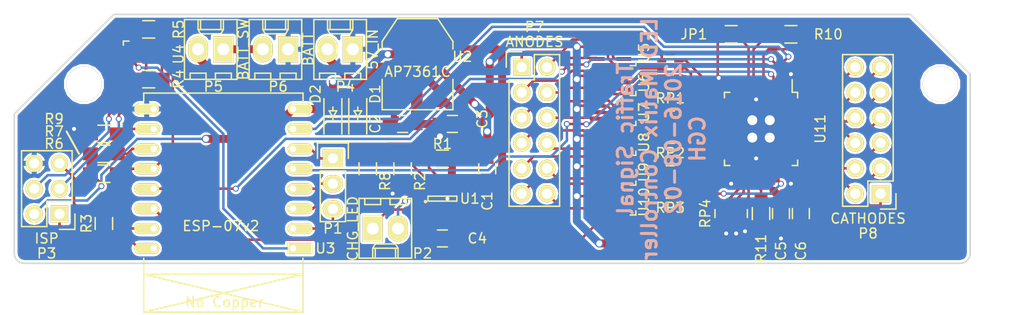
<source format=kicad_pcb>
(kicad_pcb (version 4) (host pcbnew 4.0.2-stable)

  (general
    (links 143)
    (no_connects 0)
    (area 48.415476 48.275 151.584524 80.375001)
    (thickness 1.6)
    (drawings 10)
    (tracks 636)
    (zones 0)
    (modules 45)
    (nets 89)
  )

  (page A4)
  (layers
    (0 F.Cu signal)
    (31 B.Cu signal)
    (32 B.Adhes user)
    (33 F.Adhes user)
    (34 B.Paste user)
    (35 F.Paste user)
    (36 B.SilkS user)
    (37 F.SilkS user)
    (38 B.Mask user)
    (39 F.Mask user)
    (40 Dwgs.User user)
    (41 Cmts.User user)
    (42 Eco1.User user)
    (43 Eco2.User user)
    (44 Edge.Cuts user)
    (45 Margin user)
    (46 B.CrtYd user)
    (47 F.CrtYd user)
    (48 B.Fab user)
    (49 F.Fab user)
  )

  (setup
    (last_trace_width 0.25)
    (trace_clearance 0.2)
    (zone_clearance 0.254)
    (zone_45_only no)
    (trace_min 0.2)
    (segment_width 0.2)
    (edge_width 0.15)
    (via_size 0.6)
    (via_drill 0.4)
    (via_min_size 0.4)
    (via_min_drill 0.3)
    (uvia_size 0.3)
    (uvia_drill 0.1)
    (uvias_allowed no)
    (uvia_min_size 0.2)
    (uvia_min_drill 0.1)
    (pcb_text_width 0.3)
    (pcb_text_size 1.5 1.5)
    (mod_edge_width 0.15)
    (mod_text_size 1 1)
    (mod_text_width 0.15)
    (pad_size 1.524 1.524)
    (pad_drill 0.762)
    (pad_to_mask_clearance 0.0762)
    (aux_axis_origin 0 0)
    (visible_elements FFFFFF7F)
    (pcbplotparams
      (layerselection 0x00030_80000001)
      (usegerberextensions false)
      (excludeedgelayer true)
      (linewidth 0.100000)
      (plotframeref false)
      (viasonmask false)
      (mode 1)
      (useauxorigin false)
      (hpglpennumber 1)
      (hpglpenspeed 20)
      (hpglpendiameter 15)
      (hpglpenoverlay 2)
      (psnegative false)
      (psa4output false)
      (plotreference true)
      (plotvalue true)
      (plotinvisibletext false)
      (padsonsilk false)
      (subtractmaskfromsilk false)
      (outputformat 1)
      (mirror false)
      (drillshape 1)
      (scaleselection 1)
      (outputdirectory ""))
  )

  (net 0 "")
  (net 1 +5V)
  (net 2 GND)
  (net 3 "Net-(C2-Pad1)")
  (net 4 +3V3)
  (net 5 +BATT)
  (net 6 "Net-(JP1-Pad2)")
  (net 7 "Net-(P1-Pad1)")
  (net 8 "Net-(P1-Pad2)")
  (net 9 "Net-(P1-Pad3)")
  (net 10 "Net-(P2-Pad1)")
  (net 11 "Net-(P2-Pad2)")
  (net 12 /RXD)
  (net 13 /RTS)
  (net 14 /DTR)
  (net 15 /TXD)
  (net 16 "Net-(P5-Pad1)")
  (net 17 "Net-(P7-Pad1)")
  (net 18 "Net-(P7-Pad2)")
  (net 19 "Net-(P7-Pad3)")
  (net 20 "Net-(P7-Pad4)")
  (net 21 "Net-(P7-Pad5)")
  (net 22 "Net-(P7-Pad6)")
  (net 23 "Net-(P7-Pad7)")
  (net 24 "Net-(P7-Pad8)")
  (net 25 "Net-(P7-Pad9)")
  (net 26 "Net-(P7-Pad10)")
  (net 27 "Net-(P7-Pad11)")
  (net 28 "Net-(P7-Pad12)")
  (net 29 "Net-(P8-Pad1)")
  (net 30 "Net-(P8-Pad2)")
  (net 31 "Net-(P8-Pad3)")
  (net 32 "Net-(P8-Pad4)")
  (net 33 "Net-(P8-Pad5)")
  (net 34 "Net-(P8-Pad6)")
  (net 35 "Net-(P8-Pad7)")
  (net 36 "Net-(P8-Pad8)")
  (net 37 "Net-(P8-Pad9)")
  (net 38 "Net-(P8-Pad10)")
  (net 39 "Net-(P8-Pad11)")
  (net 40 "Net-(P8-Pad12)")
  (net 41 "Net-(R2-Pad1)")
  (net 42 "Net-(R3-Pad2)")
  (net 43 "Net-(R4-Pad1)")
  (net 44 "Net-(R5-Pad1)")
  (net 45 /GPIO0)
  (net 46 /GPIO2)
  (net 47 /CH_PD)
  (net 48 /GPIO15)
  (net 49 "Net-(R10-Pad1)")
  (net 50 "Net-(R11-Pad1)")
  (net 51 "Net-(RP1-Pad2)")
  (net 52 "Net-(RP1-Pad3)")
  (net 53 "Net-(RP1-Pad1)")
  (net 54 "Net-(RP1-Pad4)")
  (net 55 "Net-(RP1-Pad8)")
  (net 56 "Net-(RP1-Pad7)")
  (net 57 "Net-(RP1-Pad6)")
  (net 58 "Net-(RP1-Pad5)")
  (net 59 "Net-(RP2-Pad2)")
  (net 60 "Net-(RP2-Pad3)")
  (net 61 "Net-(RP2-Pad1)")
  (net 62 "Net-(RP2-Pad4)")
  (net 63 "Net-(RP2-Pad8)")
  (net 64 "Net-(RP2-Pad7)")
  (net 65 "Net-(RP2-Pad6)")
  (net 66 "Net-(RP2-Pad5)")
  (net 67 "Net-(RP3-Pad2)")
  (net 68 "Net-(RP3-Pad3)")
  (net 69 "Net-(RP3-Pad1)")
  (net 70 "Net-(RP3-Pad4)")
  (net 71 "Net-(RP3-Pad8)")
  (net 72 "Net-(RP3-Pad7)")
  (net 73 "Net-(RP3-Pad6)")
  (net 74 "Net-(RP3-Pad5)")
  (net 75 "Net-(RP4-Pad1)")
  (net 76 "Net-(RP4-Pad8)")
  (net 77 /nRST)
  (net 78 /SCLK)
  (net 79 /MOSI)
  (net 80 /LE)
  (net 81 /OE)
  (net 82 "Net-(U11-Pad5)")
  (net 83 "Net-(U11-Pad10)")
  (net 84 "Net-(U11-Pad11)")
  (net 85 "Net-(U11-Pad35)")
  (net 86 "Net-(RP4-Pad7)")
  (net 87 "Net-(RP4-Pad6)")
  (net 88 "Net-(RP4-Pad5)")

  (net_class Default "This is the default net class."
    (clearance 0.2)
    (trace_width 0.25)
    (via_dia 0.6)
    (via_drill 0.4)
    (uvia_dia 0.3)
    (uvia_drill 0.1)
    (add_net +3V3)
    (add_net /CH_PD)
    (add_net /DTR)
    (add_net /GPIO0)
    (add_net /GPIO15)
    (add_net /GPIO2)
    (add_net /LE)
    (add_net /MOSI)
    (add_net /OE)
    (add_net /RTS)
    (add_net /RXD)
    (add_net /SCLK)
    (add_net /TXD)
    (add_net /nRST)
    (add_net GND)
    (add_net "Net-(JP1-Pad2)")
    (add_net "Net-(P1-Pad1)")
    (add_net "Net-(P1-Pad2)")
    (add_net "Net-(P1-Pad3)")
    (add_net "Net-(P2-Pad1)")
    (add_net "Net-(P2-Pad2)")
    (add_net "Net-(P7-Pad1)")
    (add_net "Net-(P7-Pad10)")
    (add_net "Net-(P7-Pad11)")
    (add_net "Net-(P7-Pad12)")
    (add_net "Net-(P7-Pad2)")
    (add_net "Net-(P7-Pad3)")
    (add_net "Net-(P7-Pad4)")
    (add_net "Net-(P7-Pad5)")
    (add_net "Net-(P7-Pad6)")
    (add_net "Net-(P7-Pad7)")
    (add_net "Net-(P7-Pad8)")
    (add_net "Net-(P7-Pad9)")
    (add_net "Net-(P8-Pad1)")
    (add_net "Net-(P8-Pad10)")
    (add_net "Net-(P8-Pad11)")
    (add_net "Net-(P8-Pad12)")
    (add_net "Net-(P8-Pad2)")
    (add_net "Net-(P8-Pad3)")
    (add_net "Net-(P8-Pad4)")
    (add_net "Net-(P8-Pad5)")
    (add_net "Net-(P8-Pad6)")
    (add_net "Net-(P8-Pad7)")
    (add_net "Net-(P8-Pad8)")
    (add_net "Net-(P8-Pad9)")
    (add_net "Net-(R10-Pad1)")
    (add_net "Net-(R11-Pad1)")
    (add_net "Net-(R2-Pad1)")
    (add_net "Net-(R3-Pad2)")
    (add_net "Net-(R4-Pad1)")
    (add_net "Net-(R5-Pad1)")
    (add_net "Net-(RP1-Pad1)")
    (add_net "Net-(RP1-Pad2)")
    (add_net "Net-(RP1-Pad3)")
    (add_net "Net-(RP1-Pad4)")
    (add_net "Net-(RP1-Pad5)")
    (add_net "Net-(RP1-Pad6)")
    (add_net "Net-(RP1-Pad7)")
    (add_net "Net-(RP1-Pad8)")
    (add_net "Net-(RP2-Pad1)")
    (add_net "Net-(RP2-Pad2)")
    (add_net "Net-(RP2-Pad3)")
    (add_net "Net-(RP2-Pad4)")
    (add_net "Net-(RP2-Pad5)")
    (add_net "Net-(RP2-Pad6)")
    (add_net "Net-(RP2-Pad7)")
    (add_net "Net-(RP2-Pad8)")
    (add_net "Net-(RP3-Pad1)")
    (add_net "Net-(RP3-Pad2)")
    (add_net "Net-(RP3-Pad3)")
    (add_net "Net-(RP3-Pad4)")
    (add_net "Net-(RP3-Pad5)")
    (add_net "Net-(RP3-Pad6)")
    (add_net "Net-(RP3-Pad7)")
    (add_net "Net-(RP3-Pad8)")
    (add_net "Net-(RP4-Pad1)")
    (add_net "Net-(RP4-Pad5)")
    (add_net "Net-(RP4-Pad6)")
    (add_net "Net-(RP4-Pad7)")
    (add_net "Net-(RP4-Pad8)")
    (add_net "Net-(U11-Pad10)")
    (add_net "Net-(U11-Pad11)")
    (add_net "Net-(U11-Pad35)")
    (add_net "Net-(U11-Pad5)")
  )

  (net_class Power ""
    (clearance 0.2)
    (trace_width 0.8)
    (via_dia 0.8)
    (via_drill 0.6)
    (uvia_dia 0.3)
    (uvia_drill 0.1)
    (add_net +5V)
    (add_net +BATT)
    (add_net "Net-(C2-Pad1)")
    (add_net "Net-(P5-Pad1)")
  )

  (module Mounting_Holes:MountingHole_3-5mm (layer F.Cu) (tedit 57A0F6C9) (tstamp 57A81862)
    (at 57 57)
    (descr "Mounting hole, Befestigungsbohrung, 3,5mm, No Annular, Kein Restring,")
    (tags "Mounting hole, Befestigungsbohrung, 3,5mm, No Annular, Kein Restring,")
    (fp_text reference REF** (at 0 -4.50088) (layer F.SilkS) hide
      (effects (font (size 1 1) (thickness 0.15)))
    )
    (fp_text value MountingHole_3-5mm (at 0 5.00126) (layer F.Fab)
      (effects (font (size 1 1) (thickness 0.15)))
    )
    (fp_circle (center 0 0) (end 3.5 0) (layer Cmts.User) (width 0.381))
    (pad 1 thru_hole circle (at 0 0) (size 3.5 3.5) (drill 3.5) (layers))
  )

  (module Capacitors_SMD:C_0805_HandSoldering (layer F.Cu) (tedit 541A9B8D) (tstamp 57A79F15)
    (at 97.5 65.5 270)
    (descr "Capacitor SMD 0805, hand soldering")
    (tags "capacitor 0805")
    (path /579E9E4B)
    (attr smd)
    (fp_text reference C1 (at 3.25 0 270) (layer F.SilkS)
      (effects (font (size 1 1) (thickness 0.15)))
    )
    (fp_text value 4.7µF (at 0 2.1 270) (layer F.Fab)
      (effects (font (size 1 1) (thickness 0.15)))
    )
    (fp_line (start -2.3 -1) (end 2.3 -1) (layer F.CrtYd) (width 0.05))
    (fp_line (start -2.3 1) (end 2.3 1) (layer F.CrtYd) (width 0.05))
    (fp_line (start -2.3 -1) (end -2.3 1) (layer F.CrtYd) (width 0.05))
    (fp_line (start 2.3 -1) (end 2.3 1) (layer F.CrtYd) (width 0.05))
    (fp_line (start 0.5 -0.85) (end -0.5 -0.85) (layer F.SilkS) (width 0.15))
    (fp_line (start -0.5 0.85) (end 0.5 0.85) (layer F.SilkS) (width 0.15))
    (pad 1 smd rect (at -1.25 0 270) (size 1.5 1.25) (layers F.Cu F.Paste F.Mask)
      (net 1 +5V))
    (pad 2 smd rect (at 1.25 0 270) (size 1.5 1.25) (layers F.Cu F.Paste F.Mask)
      (net 2 GND))
    (model Capacitors_SMD.3dshapes/C_0805_HandSoldering.wrl
      (at (xyz 0 0 0))
      (scale (xyz 1 1 1))
      (rotate (xyz 0 0 0))
    )
  )

  (module Capacitors_SMD:C_0805_HandSoldering (layer F.Cu) (tedit 541A9B8D) (tstamp 57A79F21)
    (at 89 61)
    (descr "Capacitor SMD 0805, hand soldering")
    (tags "capacitor 0805")
    (path /579E6DFE)
    (attr smd)
    (fp_text reference C2 (at -2.75 0 90) (layer F.SilkS)
      (effects (font (size 1 1) (thickness 0.15)))
    )
    (fp_text value 4.7µF (at 0 2.1) (layer F.Fab)
      (effects (font (size 1 1) (thickness 0.15)))
    )
    (fp_line (start -2.3 -1) (end 2.3 -1) (layer F.CrtYd) (width 0.05))
    (fp_line (start -2.3 1) (end 2.3 1) (layer F.CrtYd) (width 0.05))
    (fp_line (start -2.3 -1) (end -2.3 1) (layer F.CrtYd) (width 0.05))
    (fp_line (start 2.3 -1) (end 2.3 1) (layer F.CrtYd) (width 0.05))
    (fp_line (start 0.5 -0.85) (end -0.5 -0.85) (layer F.SilkS) (width 0.15))
    (fp_line (start -0.5 0.85) (end 0.5 0.85) (layer F.SilkS) (width 0.15))
    (pad 1 smd rect (at -1.25 0) (size 1.5 1.25) (layers F.Cu F.Paste F.Mask)
      (net 3 "Net-(C2-Pad1)"))
    (pad 2 smd rect (at 1.25 0) (size 1.5 1.25) (layers F.Cu F.Paste F.Mask)
      (net 2 GND))
    (model Capacitors_SMD.3dshapes/C_0805_HandSoldering.wrl
      (at (xyz 0 0 0))
      (scale (xyz 1 1 1))
      (rotate (xyz 0 0 0))
    )
  )

  (module Capacitors_SMD:C_0805_HandSoldering (layer F.Cu) (tedit 541A9B8D) (tstamp 57A79F2D)
    (at 94 61 180)
    (descr "Capacitor SMD 0805, hand soldering")
    (tags "capacitor 0805")
    (path /579E6DC7)
    (attr smd)
    (fp_text reference C3 (at -3 0.5 270) (layer F.SilkS)
      (effects (font (size 1 1) (thickness 0.15)))
    )
    (fp_text value 4.7µF (at 0 2.1 180) (layer F.Fab)
      (effects (font (size 1 1) (thickness 0.15)))
    )
    (fp_line (start -2.3 -1) (end 2.3 -1) (layer F.CrtYd) (width 0.05))
    (fp_line (start -2.3 1) (end 2.3 1) (layer F.CrtYd) (width 0.05))
    (fp_line (start -2.3 -1) (end -2.3 1) (layer F.CrtYd) (width 0.05))
    (fp_line (start 2.3 -1) (end 2.3 1) (layer F.CrtYd) (width 0.05))
    (fp_line (start 0.5 -0.85) (end -0.5 -0.85) (layer F.SilkS) (width 0.15))
    (fp_line (start -0.5 0.85) (end 0.5 0.85) (layer F.SilkS) (width 0.15))
    (pad 1 smd rect (at -1.25 0 180) (size 1.5 1.25) (layers F.Cu F.Paste F.Mask)
      (net 4 +3V3))
    (pad 2 smd rect (at 1.25 0 180) (size 1.5 1.25) (layers F.Cu F.Paste F.Mask)
      (net 2 GND))
    (model Capacitors_SMD.3dshapes/C_0805_HandSoldering.wrl
      (at (xyz 0 0 0))
      (scale (xyz 1 1 1))
      (rotate (xyz 0 0 0))
    )
  )

  (module Capacitors_SMD:C_0805_HandSoldering (layer F.Cu) (tedit 541A9B8D) (tstamp 57A79F39)
    (at 93 72.5 180)
    (descr "Capacitor SMD 0805, hand soldering")
    (tags "capacitor 0805")
    (path /579E9ED8)
    (attr smd)
    (fp_text reference C4 (at -3.5 0 180) (layer F.SilkS)
      (effects (font (size 1 1) (thickness 0.15)))
    )
    (fp_text value 4.7µF (at 0 2.1 180) (layer F.Fab)
      (effects (font (size 1 1) (thickness 0.15)))
    )
    (fp_line (start -2.3 -1) (end 2.3 -1) (layer F.CrtYd) (width 0.05))
    (fp_line (start -2.3 1) (end 2.3 1) (layer F.CrtYd) (width 0.05))
    (fp_line (start -2.3 -1) (end -2.3 1) (layer F.CrtYd) (width 0.05))
    (fp_line (start 2.3 -1) (end 2.3 1) (layer F.CrtYd) (width 0.05))
    (fp_line (start 0.5 -0.85) (end -0.5 -0.85) (layer F.SilkS) (width 0.15))
    (fp_line (start -0.5 0.85) (end 0.5 0.85) (layer F.SilkS) (width 0.15))
    (pad 1 smd rect (at -1.25 0 180) (size 1.5 1.25) (layers F.Cu F.Paste F.Mask)
      (net 5 +BATT))
    (pad 2 smd rect (at 1.25 0 180) (size 1.5 1.25) (layers F.Cu F.Paste F.Mask)
      (net 2 GND))
    (model Capacitors_SMD.3dshapes/C_0805_HandSoldering.wrl
      (at (xyz 0 0 0))
      (scale (xyz 1 1 1))
      (rotate (xyz 0 0 0))
    )
  )

  (module Capacitors_SMD:C_0805_HandSoldering (layer F.Cu) (tedit 541A9B8D) (tstamp 57A79F45)
    (at 127 70 270)
    (descr "Capacitor SMD 0805, hand soldering")
    (tags "capacitor 0805")
    (path /57A00117)
    (attr smd)
    (fp_text reference C5 (at 3.75 0 450) (layer F.SilkS)
      (effects (font (size 1 1) (thickness 0.15)))
    )
    (fp_text value 0.1µF (at 0 2.1 270) (layer F.Fab)
      (effects (font (size 1 1) (thickness 0.15)))
    )
    (fp_line (start -2.3 -1) (end 2.3 -1) (layer F.CrtYd) (width 0.05))
    (fp_line (start -2.3 1) (end 2.3 1) (layer F.CrtYd) (width 0.05))
    (fp_line (start -2.3 -1) (end -2.3 1) (layer F.CrtYd) (width 0.05))
    (fp_line (start 2.3 -1) (end 2.3 1) (layer F.CrtYd) (width 0.05))
    (fp_line (start 0.5 -0.85) (end -0.5 -0.85) (layer F.SilkS) (width 0.15))
    (fp_line (start -0.5 0.85) (end 0.5 0.85) (layer F.SilkS) (width 0.15))
    (pad 1 smd rect (at -1.25 0 270) (size 1.5 1.25) (layers F.Cu F.Paste F.Mask)
      (net 4 +3V3))
    (pad 2 smd rect (at 1.25 0 270) (size 1.5 1.25) (layers F.Cu F.Paste F.Mask)
      (net 2 GND))
    (model Capacitors_SMD.3dshapes/C_0805_HandSoldering.wrl
      (at (xyz 0 0 0))
      (scale (xyz 1 1 1))
      (rotate (xyz 0 0 0))
    )
  )

  (module Capacitors_SMD:C_0805_HandSoldering (layer F.Cu) (tedit 541A9B8D) (tstamp 57A79F51)
    (at 129 70 270)
    (descr "Capacitor SMD 0805, hand soldering")
    (tags "capacitor 0805")
    (path /57A003DE)
    (attr smd)
    (fp_text reference C6 (at 3.75 0 450) (layer F.SilkS)
      (effects (font (size 1 1) (thickness 0.15)))
    )
    (fp_text value 10µF (at 0 2.1 270) (layer F.Fab)
      (effects (font (size 1 1) (thickness 0.15)))
    )
    (fp_line (start -2.3 -1) (end 2.3 -1) (layer F.CrtYd) (width 0.05))
    (fp_line (start -2.3 1) (end 2.3 1) (layer F.CrtYd) (width 0.05))
    (fp_line (start -2.3 -1) (end -2.3 1) (layer F.CrtYd) (width 0.05))
    (fp_line (start 2.3 -1) (end 2.3 1) (layer F.CrtYd) (width 0.05))
    (fp_line (start 0.5 -0.85) (end -0.5 -0.85) (layer F.SilkS) (width 0.15))
    (fp_line (start -0.5 0.85) (end 0.5 0.85) (layer F.SilkS) (width 0.15))
    (pad 1 smd rect (at -1.25 0 270) (size 1.5 1.25) (layers F.Cu F.Paste F.Mask)
      (net 4 +3V3))
    (pad 2 smd rect (at 1.25 0 270) (size 1.5 1.25) (layers F.Cu F.Paste F.Mask)
      (net 2 GND))
    (model Capacitors_SMD.3dshapes/C_0805_HandSoldering.wrl
      (at (xyz 0 0 0))
      (scale (xyz 1 1 1))
      (rotate (xyz 0 0 0))
    )
  )

  (module Diodes_SMD:SOD-123 (layer F.Cu) (tedit 5530FCB9) (tstamp 57A79F63)
    (at 84.5 60 90)
    (descr SOD-123)
    (tags SOD-123)
    (path /579EB275)
    (attr smd)
    (fp_text reference D1 (at 2 1.75 90) (layer F.SilkS)
      (effects (font (size 1 1) (thickness 0.15)))
    )
    (fp_text value MBR230 (at 0 2.1 90) (layer F.Fab)
      (effects (font (size 1 1) (thickness 0.15)))
    )
    (fp_line (start 0.3175 0) (end 0.6985 0) (layer F.SilkS) (width 0.15))
    (fp_line (start -0.6985 0) (end -0.3175 0) (layer F.SilkS) (width 0.15))
    (fp_line (start -0.3175 0) (end 0.3175 -0.381) (layer F.SilkS) (width 0.15))
    (fp_line (start 0.3175 -0.381) (end 0.3175 0.381) (layer F.SilkS) (width 0.15))
    (fp_line (start 0.3175 0.381) (end -0.3175 0) (layer F.SilkS) (width 0.15))
    (fp_line (start -0.3175 -0.508) (end -0.3175 0.508) (layer F.SilkS) (width 0.15))
    (fp_line (start -2.25 -1.05) (end 2.25 -1.05) (layer F.CrtYd) (width 0.05))
    (fp_line (start 2.25 -1.05) (end 2.25 1.05) (layer F.CrtYd) (width 0.05))
    (fp_line (start 2.25 1.05) (end -2.25 1.05) (layer F.CrtYd) (width 0.05))
    (fp_line (start -2.25 -1.05) (end -2.25 1.05) (layer F.CrtYd) (width 0.05))
    (fp_line (start -2 0.9) (end 1.54 0.9) (layer F.SilkS) (width 0.15))
    (fp_line (start -2 -0.9) (end 1.54 -0.9) (layer F.SilkS) (width 0.15))
    (pad 1 smd rect (at -1.635 0 90) (size 0.91 1.22) (layers F.Cu F.Paste F.Mask)
      (net 3 "Net-(C2-Pad1)"))
    (pad 2 smd rect (at 1.635 0 90) (size 0.91 1.22) (layers F.Cu F.Paste F.Mask)
      (net 1 +5V))
  )

  (module Diodes_SMD:SOD-123 (layer F.Cu) (tedit 5530FCB9) (tstamp 57A79F75)
    (at 82 60 90)
    (descr SOD-123)
    (tags SOD-123)
    (path /579E6F2C)
    (attr smd)
    (fp_text reference D2 (at 2 -1.75 90) (layer F.SilkS)
      (effects (font (size 1 1) (thickness 0.15)))
    )
    (fp_text value MBR230 (at 0 2.1 90) (layer F.Fab)
      (effects (font (size 1 1) (thickness 0.15)))
    )
    (fp_line (start 0.3175 0) (end 0.6985 0) (layer F.SilkS) (width 0.15))
    (fp_line (start -0.6985 0) (end -0.3175 0) (layer F.SilkS) (width 0.15))
    (fp_line (start -0.3175 0) (end 0.3175 -0.381) (layer F.SilkS) (width 0.15))
    (fp_line (start 0.3175 -0.381) (end 0.3175 0.381) (layer F.SilkS) (width 0.15))
    (fp_line (start 0.3175 0.381) (end -0.3175 0) (layer F.SilkS) (width 0.15))
    (fp_line (start -0.3175 -0.508) (end -0.3175 0.508) (layer F.SilkS) (width 0.15))
    (fp_line (start -2.25 -1.05) (end 2.25 -1.05) (layer F.CrtYd) (width 0.05))
    (fp_line (start 2.25 -1.05) (end 2.25 1.05) (layer F.CrtYd) (width 0.05))
    (fp_line (start 2.25 1.05) (end -2.25 1.05) (layer F.CrtYd) (width 0.05))
    (fp_line (start -2.25 -1.05) (end -2.25 1.05) (layer F.CrtYd) (width 0.05))
    (fp_line (start -2 0.9) (end 1.54 0.9) (layer F.SilkS) (width 0.15))
    (fp_line (start -2 -0.9) (end 1.54 -0.9) (layer F.SilkS) (width 0.15))
    (pad 1 smd rect (at -1.635 0 90) (size 0.91 1.22) (layers F.Cu F.Paste F.Mask)
      (net 3 "Net-(C2-Pad1)"))
    (pad 2 smd rect (at 1.635 0 90) (size 0.91 1.22) (layers F.Cu F.Paste F.Mask)
      (net 5 +BATT))
  )

  (module Resistors_SMD:R_0805_HandSoldering (layer F.Cu) (tedit 54189DEE) (tstamp 57A79F81)
    (at 122 52)
    (descr "Resistor SMD 0805, hand soldering")
    (tags "resistor 0805")
    (path /57A02C10)
    (attr smd)
    (fp_text reference JP1 (at -3.75 0 180) (layer F.SilkS)
      (effects (font (size 1 1) (thickness 0.15)))
    )
    (fp_text value Jumper_NC_Small (at 0 2.1) (layer F.Fab)
      (effects (font (size 1 1) (thickness 0.15)))
    )
    (fp_line (start -2.4 -1) (end 2.4 -1) (layer F.CrtYd) (width 0.05))
    (fp_line (start -2.4 1) (end 2.4 1) (layer F.CrtYd) (width 0.05))
    (fp_line (start -2.4 -1) (end -2.4 1) (layer F.CrtYd) (width 0.05))
    (fp_line (start 2.4 -1) (end 2.4 1) (layer F.CrtYd) (width 0.05))
    (fp_line (start 0.6 0.875) (end -0.6 0.875) (layer F.SilkS) (width 0.15))
    (fp_line (start -0.6 -0.875) (end 0.6 -0.875) (layer F.SilkS) (width 0.15))
    (pad 1 smd rect (at -1.35 0) (size 1.5 1.3) (layers F.Cu F.Paste F.Mask)
      (net 2 GND))
    (pad 2 smd rect (at 1.35 0) (size 1.5 1.3) (layers F.Cu F.Paste F.Mask)
      (net 6 "Net-(JP1-Pad2)"))
    (model Resistors_SMD.3dshapes/R_0805_HandSoldering.wrl
      (at (xyz 0 0 0))
      (scale (xyz 1 1 1))
      (rotate (xyz 0 0 0))
    )
  )

  (module Pin_Headers:Pin_Header_Straight_1x03 (layer F.Cu) (tedit 0) (tstamp 57A79F93)
    (at 82 64.46)
    (descr "Through hole pin header")
    (tags "pin header")
    (path /57A0FD4C)
    (fp_text reference P1 (at 0 7.04) (layer F.SilkS)
      (effects (font (size 1 1) (thickness 0.15)))
    )
    (fp_text value CONN_01X03 (at 0 -3.1) (layer F.Fab)
      (effects (font (size 1 1) (thickness 0.15)))
    )
    (fp_line (start -1.75 -1.75) (end -1.75 6.85) (layer F.CrtYd) (width 0.05))
    (fp_line (start 1.75 -1.75) (end 1.75 6.85) (layer F.CrtYd) (width 0.05))
    (fp_line (start -1.75 -1.75) (end 1.75 -1.75) (layer F.CrtYd) (width 0.05))
    (fp_line (start -1.75 6.85) (end 1.75 6.85) (layer F.CrtYd) (width 0.05))
    (fp_line (start -1.27 1.27) (end -1.27 6.35) (layer F.SilkS) (width 0.15))
    (fp_line (start -1.27 6.35) (end 1.27 6.35) (layer F.SilkS) (width 0.15))
    (fp_line (start 1.27 6.35) (end 1.27 1.27) (layer F.SilkS) (width 0.15))
    (fp_line (start 1.55 -1.55) (end 1.55 0) (layer F.SilkS) (width 0.15))
    (fp_line (start 1.27 1.27) (end -1.27 1.27) (layer F.SilkS) (width 0.15))
    (fp_line (start -1.55 0) (end -1.55 -1.55) (layer F.SilkS) (width 0.15))
    (fp_line (start -1.55 -1.55) (end 1.55 -1.55) (layer F.SilkS) (width 0.15))
    (pad 1 thru_hole rect (at 0 0) (size 2.032 1.7272) (drill 1.016) (layers *.Cu *.Mask F.SilkS)
      (net 7 "Net-(P1-Pad1)"))
    (pad 2 thru_hole oval (at 0 2.54) (size 2.032 1.7272) (drill 1.016) (layers *.Cu *.Mask F.SilkS)
      (net 8 "Net-(P1-Pad2)"))
    (pad 3 thru_hole oval (at 0 5.08) (size 2.032 1.7272) (drill 1.016) (layers *.Cu *.Mask F.SilkS)
      (net 9 "Net-(P1-Pad3)"))
    (model Pin_Headers.3dshapes/Pin_Header_Straight_1x03.wrl
      (at (xyz 0 -0.1 0))
      (scale (xyz 1 1 1))
      (rotate (xyz 0 0 90))
    )
  )

  (module Connectors_Molex:Molex_KK-6410-02_02x2.54mm_Straight (layer F.Cu) (tedit 57A0F863) (tstamp 57A79FAF)
    (at 86 71.5)
    (descr "Connector Headers with Friction Lock, 22-27-2021, http://www.molex.com/pdm_docs/sd/022272021_sd.pdf")
    (tags "connector molex kk_6410 22-27-2021")
    (path /579E9CFD)
    (fp_text reference P2 (at 5 2.5) (layer F.SilkS)
      (effects (font (size 1 1) (thickness 0.15)))
    )
    (fp_text value CHG_LED (at -2 0 90) (layer F.SilkS)
      (effects (font (size 1 1) (thickness 0.15)))
    )
    (fp_line (start -1.37 -3.02) (end -1.37 2.98) (layer F.SilkS) (width 0.15))
    (fp_line (start -1.37 2.98) (end 3.91 2.98) (layer F.SilkS) (width 0.15))
    (fp_line (start 3.91 2.98) (end 3.91 -3.02) (layer F.SilkS) (width 0.15))
    (fp_line (start 3.91 -3.02) (end -1.37 -3.02) (layer F.SilkS) (width 0.15))
    (fp_line (start 0 2.98) (end 0 1.98) (layer F.SilkS) (width 0.15))
    (fp_line (start 0 1.98) (end 2.54 1.98) (layer F.SilkS) (width 0.15))
    (fp_line (start 2.54 1.98) (end 2.54 2.98) (layer F.SilkS) (width 0.15))
    (fp_line (start 0 1.98) (end 0.25 1.55) (layer F.SilkS) (width 0.15))
    (fp_line (start 0.25 1.55) (end 2.29 1.55) (layer F.SilkS) (width 0.15))
    (fp_line (start 2.29 1.55) (end 2.54 1.98) (layer F.SilkS) (width 0.15))
    (fp_line (start 0.25 2.98) (end 0.25 1.98) (layer F.SilkS) (width 0.15))
    (fp_line (start 2.29 2.98) (end 2.29 1.98) (layer F.SilkS) (width 0.15))
    (fp_line (start -0.8 -3.02) (end -0.8 -2.4) (layer F.SilkS) (width 0.15))
    (fp_line (start -0.8 -2.4) (end 0.8 -2.4) (layer F.SilkS) (width 0.15))
    (fp_line (start 0.8 -2.4) (end 0.8 -3.02) (layer F.SilkS) (width 0.15))
    (fp_line (start 1.74 -3.02) (end 1.74 -2.4) (layer F.SilkS) (width 0.15))
    (fp_line (start 1.74 -2.4) (end 3.34 -2.4) (layer F.SilkS) (width 0.15))
    (fp_line (start 3.34 -2.4) (end 3.34 -3.02) (layer F.SilkS) (width 0.15))
    (fp_line (start -1.9 3.5) (end -1.9 -3.55) (layer F.CrtYd) (width 0.05))
    (fp_line (start -1.9 -3.55) (end 4.45 -3.55) (layer F.CrtYd) (width 0.05))
    (fp_line (start 4.45 -3.55) (end 4.45 3.5) (layer F.CrtYd) (width 0.05))
    (fp_line (start 4.45 3.5) (end -1.9 3.5) (layer F.CrtYd) (width 0.05))
    (pad 1 thru_hole rect (at 0 0) (size 2 2.6) (drill 1.2) (layers *.Cu *.Mask F.SilkS)
      (net 10 "Net-(P2-Pad1)"))
    (pad 2 thru_hole oval (at 2.54 0) (size 2 2.6) (drill 1.2) (layers *.Cu *.Mask F.SilkS)
      (net 11 "Net-(P2-Pad2)"))
  )

  (module Pin_Headers:Pin_Header_Straight_2x03 (layer F.Cu) (tedit 57A0F61E) (tstamp 57A79FC6)
    (at 54.54 70.04 180)
    (descr "Through hole pin header")
    (tags "pin header")
    (path /579F8091)
    (fp_text reference P3 (at 1.29 -3.96 180) (layer F.SilkS)
      (effects (font (size 1 1) (thickness 0.15)))
    )
    (fp_text value ISP (at 1.29 -2.46 180) (layer F.SilkS)
      (effects (font (size 1 1) (thickness 0.15)))
    )
    (fp_line (start -1.27 1.27) (end -1.27 6.35) (layer F.SilkS) (width 0.15))
    (fp_line (start -1.55 -1.55) (end 0 -1.55) (layer F.SilkS) (width 0.15))
    (fp_line (start -1.75 -1.75) (end -1.75 6.85) (layer F.CrtYd) (width 0.05))
    (fp_line (start 4.3 -1.75) (end 4.3 6.85) (layer F.CrtYd) (width 0.05))
    (fp_line (start -1.75 -1.75) (end 4.3 -1.75) (layer F.CrtYd) (width 0.05))
    (fp_line (start -1.75 6.85) (end 4.3 6.85) (layer F.CrtYd) (width 0.05))
    (fp_line (start 1.27 -1.27) (end 1.27 1.27) (layer F.SilkS) (width 0.15))
    (fp_line (start 1.27 1.27) (end -1.27 1.27) (layer F.SilkS) (width 0.15))
    (fp_line (start -1.27 6.35) (end 3.81 6.35) (layer F.SilkS) (width 0.15))
    (fp_line (start 3.81 6.35) (end 3.81 1.27) (layer F.SilkS) (width 0.15))
    (fp_line (start -1.55 -1.55) (end -1.55 0) (layer F.SilkS) (width 0.15))
    (fp_line (start 3.81 -1.27) (end 1.27 -1.27) (layer F.SilkS) (width 0.15))
    (fp_line (start 3.81 1.27) (end 3.81 -1.27) (layer F.SilkS) (width 0.15))
    (pad 1 thru_hole rect (at 0 0 180) (size 1.7272 1.7272) (drill 1.016) (layers *.Cu *.Mask F.SilkS)
      (net 12 /RXD))
    (pad 2 thru_hole oval (at 2.54 0 180) (size 1.7272 1.7272) (drill 1.016) (layers *.Cu *.Mask F.SilkS)
      (net 4 +3V3))
    (pad 3 thru_hole oval (at 0 2.54 180) (size 1.7272 1.7272) (drill 1.016) (layers *.Cu *.Mask F.SilkS)
      (net 13 /RTS))
    (pad 4 thru_hole oval (at 2.54 2.54 180) (size 1.7272 1.7272) (drill 1.016) (layers *.Cu *.Mask F.SilkS)
      (net 14 /DTR))
    (pad 5 thru_hole oval (at 0 5.08 180) (size 1.7272 1.7272) (drill 1.016) (layers *.Cu *.Mask F.SilkS)
      (net 15 /TXD))
    (pad 6 thru_hole oval (at 2.54 5.08 180) (size 1.7272 1.7272) (drill 1.016) (layers *.Cu *.Mask F.SilkS)
      (net 2 GND))
    (model Pin_Headers.3dshapes/Pin_Header_Straight_2x03.wrl
      (at (xyz 0.05 -0.1 0))
      (scale (xyz 1 1 1))
      (rotate (xyz 0 0 90))
    )
  )

  (module Connectors_Molex:Molex_KK-6410-02_02x2.54mm_Straight (layer F.Cu) (tedit 57A0F5EE) (tstamp 57A79FE2)
    (at 84 53.5 180)
    (descr "Connector Headers with Friction Lock, 22-27-2021, http://www.molex.com/pdm_docs/sd/022272021_sd.pdf")
    (tags "connector molex kk_6410 22-27-2021")
    (path /579E9421)
    (fp_text reference P4 (at 0.75 -3.75 180) (layer F.SilkS)
      (effects (font (size 1 1) (thickness 0.15)))
    )
    (fp_text value 5V_IN (at -2 0 270) (layer F.SilkS)
      (effects (font (size 1 1) (thickness 0.15)))
    )
    (fp_line (start -1.37 -3.02) (end -1.37 2.98) (layer F.SilkS) (width 0.15))
    (fp_line (start -1.37 2.98) (end 3.91 2.98) (layer F.SilkS) (width 0.15))
    (fp_line (start 3.91 2.98) (end 3.91 -3.02) (layer F.SilkS) (width 0.15))
    (fp_line (start 3.91 -3.02) (end -1.37 -3.02) (layer F.SilkS) (width 0.15))
    (fp_line (start 0 2.98) (end 0 1.98) (layer F.SilkS) (width 0.15))
    (fp_line (start 0 1.98) (end 2.54 1.98) (layer F.SilkS) (width 0.15))
    (fp_line (start 2.54 1.98) (end 2.54 2.98) (layer F.SilkS) (width 0.15))
    (fp_line (start 0 1.98) (end 0.25 1.55) (layer F.SilkS) (width 0.15))
    (fp_line (start 0.25 1.55) (end 2.29 1.55) (layer F.SilkS) (width 0.15))
    (fp_line (start 2.29 1.55) (end 2.54 1.98) (layer F.SilkS) (width 0.15))
    (fp_line (start 0.25 2.98) (end 0.25 1.98) (layer F.SilkS) (width 0.15))
    (fp_line (start 2.29 2.98) (end 2.29 1.98) (layer F.SilkS) (width 0.15))
    (fp_line (start -0.8 -3.02) (end -0.8 -2.4) (layer F.SilkS) (width 0.15))
    (fp_line (start -0.8 -2.4) (end 0.8 -2.4) (layer F.SilkS) (width 0.15))
    (fp_line (start 0.8 -2.4) (end 0.8 -3.02) (layer F.SilkS) (width 0.15))
    (fp_line (start 1.74 -3.02) (end 1.74 -2.4) (layer F.SilkS) (width 0.15))
    (fp_line (start 1.74 -2.4) (end 3.34 -2.4) (layer F.SilkS) (width 0.15))
    (fp_line (start 3.34 -2.4) (end 3.34 -3.02) (layer F.SilkS) (width 0.15))
    (fp_line (start -1.9 3.5) (end -1.9 -3.55) (layer F.CrtYd) (width 0.05))
    (fp_line (start -1.9 -3.55) (end 4.45 -3.55) (layer F.CrtYd) (width 0.05))
    (fp_line (start 4.45 -3.55) (end 4.45 3.5) (layer F.CrtYd) (width 0.05))
    (fp_line (start 4.45 3.5) (end -1.9 3.5) (layer F.CrtYd) (width 0.05))
    (pad 1 thru_hole rect (at 0 0 180) (size 2 2.6) (drill 1.2) (layers *.Cu *.Mask F.SilkS)
      (net 2 GND))
    (pad 2 thru_hole oval (at 2.54 0 180) (size 2 2.6) (drill 1.2) (layers *.Cu *.Mask F.SilkS)
      (net 1 +5V))
  )

  (module Connectors_Molex:Molex_KK-6410-02_02x2.54mm_Straight (layer F.Cu) (tedit 57A0F5F7) (tstamp 57A79FFE)
    (at 71 53.5 180)
    (descr "Connector Headers with Friction Lock, 22-27-2021, http://www.molex.com/pdm_docs/sd/022272021_sd.pdf")
    (tags "connector molex kk_6410 22-27-2021")
    (path /579E8AF0)
    (fp_text reference P5 (at 1 -3.75 180) (layer F.SilkS)
      (effects (font (size 1 1) (thickness 0.15)))
    )
    (fp_text value BATT_SW (at -2 0 270) (layer F.SilkS)
      (effects (font (size 1 1) (thickness 0.15)))
    )
    (fp_line (start -1.37 -3.02) (end -1.37 2.98) (layer F.SilkS) (width 0.15))
    (fp_line (start -1.37 2.98) (end 3.91 2.98) (layer F.SilkS) (width 0.15))
    (fp_line (start 3.91 2.98) (end 3.91 -3.02) (layer F.SilkS) (width 0.15))
    (fp_line (start 3.91 -3.02) (end -1.37 -3.02) (layer F.SilkS) (width 0.15))
    (fp_line (start 0 2.98) (end 0 1.98) (layer F.SilkS) (width 0.15))
    (fp_line (start 0 1.98) (end 2.54 1.98) (layer F.SilkS) (width 0.15))
    (fp_line (start 2.54 1.98) (end 2.54 2.98) (layer F.SilkS) (width 0.15))
    (fp_line (start 0 1.98) (end 0.25 1.55) (layer F.SilkS) (width 0.15))
    (fp_line (start 0.25 1.55) (end 2.29 1.55) (layer F.SilkS) (width 0.15))
    (fp_line (start 2.29 1.55) (end 2.54 1.98) (layer F.SilkS) (width 0.15))
    (fp_line (start 0.25 2.98) (end 0.25 1.98) (layer F.SilkS) (width 0.15))
    (fp_line (start 2.29 2.98) (end 2.29 1.98) (layer F.SilkS) (width 0.15))
    (fp_line (start -0.8 -3.02) (end -0.8 -2.4) (layer F.SilkS) (width 0.15))
    (fp_line (start -0.8 -2.4) (end 0.8 -2.4) (layer F.SilkS) (width 0.15))
    (fp_line (start 0.8 -2.4) (end 0.8 -3.02) (layer F.SilkS) (width 0.15))
    (fp_line (start 1.74 -3.02) (end 1.74 -2.4) (layer F.SilkS) (width 0.15))
    (fp_line (start 1.74 -2.4) (end 3.34 -2.4) (layer F.SilkS) (width 0.15))
    (fp_line (start 3.34 -2.4) (end 3.34 -3.02) (layer F.SilkS) (width 0.15))
    (fp_line (start -1.9 3.5) (end -1.9 -3.55) (layer F.CrtYd) (width 0.05))
    (fp_line (start -1.9 -3.55) (end 4.45 -3.55) (layer F.CrtYd) (width 0.05))
    (fp_line (start 4.45 -3.55) (end 4.45 3.5) (layer F.CrtYd) (width 0.05))
    (fp_line (start 4.45 3.5) (end -1.9 3.5) (layer F.CrtYd) (width 0.05))
    (pad 1 thru_hole rect (at 0 0 180) (size 2 2.6) (drill 1.2) (layers *.Cu *.Mask F.SilkS)
      (net 16 "Net-(P5-Pad1)"))
    (pad 2 thru_hole oval (at 2.54 0 180) (size 2 2.6) (drill 1.2) (layers *.Cu *.Mask F.SilkS)
      (net 5 +BATT))
  )

  (module Connectors_Molex:Molex_KK-6410-02_02x2.54mm_Straight (layer F.Cu) (tedit 57A0F5F2) (tstamp 57A7A01A)
    (at 77.5 53.5 180)
    (descr "Connector Headers with Friction Lock, 22-27-2021, http://www.molex.com/pdm_docs/sd/022272021_sd.pdf")
    (tags "connector molex kk_6410 22-27-2021")
    (path /579E97BE)
    (fp_text reference P6 (at 1 -3.75 180) (layer F.SilkS)
      (effects (font (size 1 1) (thickness 0.15)))
    )
    (fp_text value BATT (at -2 0 270) (layer F.SilkS)
      (effects (font (size 1 1) (thickness 0.15)))
    )
    (fp_line (start -1.37 -3.02) (end -1.37 2.98) (layer F.SilkS) (width 0.15))
    (fp_line (start -1.37 2.98) (end 3.91 2.98) (layer F.SilkS) (width 0.15))
    (fp_line (start 3.91 2.98) (end 3.91 -3.02) (layer F.SilkS) (width 0.15))
    (fp_line (start 3.91 -3.02) (end -1.37 -3.02) (layer F.SilkS) (width 0.15))
    (fp_line (start 0 2.98) (end 0 1.98) (layer F.SilkS) (width 0.15))
    (fp_line (start 0 1.98) (end 2.54 1.98) (layer F.SilkS) (width 0.15))
    (fp_line (start 2.54 1.98) (end 2.54 2.98) (layer F.SilkS) (width 0.15))
    (fp_line (start 0 1.98) (end 0.25 1.55) (layer F.SilkS) (width 0.15))
    (fp_line (start 0.25 1.55) (end 2.29 1.55) (layer F.SilkS) (width 0.15))
    (fp_line (start 2.29 1.55) (end 2.54 1.98) (layer F.SilkS) (width 0.15))
    (fp_line (start 0.25 2.98) (end 0.25 1.98) (layer F.SilkS) (width 0.15))
    (fp_line (start 2.29 2.98) (end 2.29 1.98) (layer F.SilkS) (width 0.15))
    (fp_line (start -0.8 -3.02) (end -0.8 -2.4) (layer F.SilkS) (width 0.15))
    (fp_line (start -0.8 -2.4) (end 0.8 -2.4) (layer F.SilkS) (width 0.15))
    (fp_line (start 0.8 -2.4) (end 0.8 -3.02) (layer F.SilkS) (width 0.15))
    (fp_line (start 1.74 -3.02) (end 1.74 -2.4) (layer F.SilkS) (width 0.15))
    (fp_line (start 1.74 -2.4) (end 3.34 -2.4) (layer F.SilkS) (width 0.15))
    (fp_line (start 3.34 -2.4) (end 3.34 -3.02) (layer F.SilkS) (width 0.15))
    (fp_line (start -1.9 3.5) (end -1.9 -3.55) (layer F.CrtYd) (width 0.05))
    (fp_line (start -1.9 -3.55) (end 4.45 -3.55) (layer F.CrtYd) (width 0.05))
    (fp_line (start 4.45 -3.55) (end 4.45 3.5) (layer F.CrtYd) (width 0.05))
    (fp_line (start 4.45 3.5) (end -1.9 3.5) (layer F.CrtYd) (width 0.05))
    (pad 1 thru_hole rect (at 0 0 180) (size 2 2.6) (drill 1.2) (layers *.Cu *.Mask F.SilkS)
      (net 2 GND))
    (pad 2 thru_hole oval (at 2.54 0 180) (size 2 2.6) (drill 1.2) (layers *.Cu *.Mask F.SilkS)
      (net 16 "Net-(P5-Pad1)"))
  )

  (module Pin_Headers:Pin_Header_Straight_2x06 (layer F.Cu) (tedit 57A0F58C) (tstamp 57A7A036)
    (at 100.96 55.3)
    (descr "Through hole pin header")
    (tags "pin header")
    (path /57A0C927)
    (fp_text reference P7 (at 1.29 -4.05) (layer F.SilkS)
      (effects (font (size 1 1) (thickness 0.15)))
    )
    (fp_text value ANODES (at 1.29 -2.55) (layer F.SilkS)
      (effects (font (size 1 1) (thickness 0.15)))
    )
    (fp_line (start -1.75 -1.75) (end -1.75 14.45) (layer F.CrtYd) (width 0.05))
    (fp_line (start 4.3 -1.75) (end 4.3 14.45) (layer F.CrtYd) (width 0.05))
    (fp_line (start -1.75 -1.75) (end 4.3 -1.75) (layer F.CrtYd) (width 0.05))
    (fp_line (start -1.75 14.45) (end 4.3 14.45) (layer F.CrtYd) (width 0.05))
    (fp_line (start 3.81 13.97) (end 3.81 -1.27) (layer F.SilkS) (width 0.15))
    (fp_line (start -1.27 1.27) (end -1.27 13.97) (layer F.SilkS) (width 0.15))
    (fp_line (start 3.81 13.97) (end -1.27 13.97) (layer F.SilkS) (width 0.15))
    (fp_line (start 3.81 -1.27) (end 1.27 -1.27) (layer F.SilkS) (width 0.15))
    (fp_line (start 0 -1.55) (end -1.55 -1.55) (layer F.SilkS) (width 0.15))
    (fp_line (start 1.27 -1.27) (end 1.27 1.27) (layer F.SilkS) (width 0.15))
    (fp_line (start 1.27 1.27) (end -1.27 1.27) (layer F.SilkS) (width 0.15))
    (fp_line (start -1.55 -1.55) (end -1.55 0) (layer F.SilkS) (width 0.15))
    (pad 1 thru_hole rect (at 0 0) (size 1.7272 1.7272) (drill 1.016) (layers *.Cu *.Mask F.SilkS)
      (net 17 "Net-(P7-Pad1)"))
    (pad 2 thru_hole oval (at 2.54 0) (size 1.7272 1.7272) (drill 1.016) (layers *.Cu *.Mask F.SilkS)
      (net 18 "Net-(P7-Pad2)"))
    (pad 3 thru_hole oval (at 0 2.54) (size 1.7272 1.7272) (drill 1.016) (layers *.Cu *.Mask F.SilkS)
      (net 19 "Net-(P7-Pad3)"))
    (pad 4 thru_hole oval (at 2.54 2.54) (size 1.7272 1.7272) (drill 1.016) (layers *.Cu *.Mask F.SilkS)
      (net 20 "Net-(P7-Pad4)"))
    (pad 5 thru_hole oval (at 0 5.08) (size 1.7272 1.7272) (drill 1.016) (layers *.Cu *.Mask F.SilkS)
      (net 21 "Net-(P7-Pad5)"))
    (pad 6 thru_hole oval (at 2.54 5.08) (size 1.7272 1.7272) (drill 1.016) (layers *.Cu *.Mask F.SilkS)
      (net 22 "Net-(P7-Pad6)"))
    (pad 7 thru_hole oval (at 0 7.62) (size 1.7272 1.7272) (drill 1.016) (layers *.Cu *.Mask F.SilkS)
      (net 23 "Net-(P7-Pad7)"))
    (pad 8 thru_hole oval (at 2.54 7.62) (size 1.7272 1.7272) (drill 1.016) (layers *.Cu *.Mask F.SilkS)
      (net 24 "Net-(P7-Pad8)"))
    (pad 9 thru_hole oval (at 0 10.16) (size 1.7272 1.7272) (drill 1.016) (layers *.Cu *.Mask F.SilkS)
      (net 25 "Net-(P7-Pad9)"))
    (pad 10 thru_hole oval (at 2.54 10.16) (size 1.7272 1.7272) (drill 1.016) (layers *.Cu *.Mask F.SilkS)
      (net 26 "Net-(P7-Pad10)"))
    (pad 11 thru_hole oval (at 0 12.7) (size 1.7272 1.7272) (drill 1.016) (layers *.Cu *.Mask F.SilkS)
      (net 27 "Net-(P7-Pad11)"))
    (pad 12 thru_hole oval (at 2.54 12.7) (size 1.7272 1.7272) (drill 1.016) (layers *.Cu *.Mask F.SilkS)
      (net 28 "Net-(P7-Pad12)"))
    (model Pin_Headers.3dshapes/Pin_Header_Straight_2x06.wrl
      (at (xyz 0.05 -0.25 0))
      (scale (xyz 1 1 1))
      (rotate (xyz 0 0 90))
    )
  )

  (module Pin_Headers:Pin_Header_Straight_2x06 (layer F.Cu) (tedit 57A0F579) (tstamp 57A7A052)
    (at 137 68 180)
    (descr "Through hole pin header")
    (tags "pin header")
    (path /579FE472)
    (fp_text reference P8 (at 1.25 -4 180) (layer F.SilkS)
      (effects (font (size 1 1) (thickness 0.15)))
    )
    (fp_text value CATHODES (at 1.25 -2.5 180) (layer F.SilkS)
      (effects (font (size 1 1) (thickness 0.15)))
    )
    (fp_line (start -1.75 -1.75) (end -1.75 14.45) (layer F.CrtYd) (width 0.05))
    (fp_line (start 4.3 -1.75) (end 4.3 14.45) (layer F.CrtYd) (width 0.05))
    (fp_line (start -1.75 -1.75) (end 4.3 -1.75) (layer F.CrtYd) (width 0.05))
    (fp_line (start -1.75 14.45) (end 4.3 14.45) (layer F.CrtYd) (width 0.05))
    (fp_line (start 3.81 13.97) (end 3.81 -1.27) (layer F.SilkS) (width 0.15))
    (fp_line (start -1.27 1.27) (end -1.27 13.97) (layer F.SilkS) (width 0.15))
    (fp_line (start 3.81 13.97) (end -1.27 13.97) (layer F.SilkS) (width 0.15))
    (fp_line (start 3.81 -1.27) (end 1.27 -1.27) (layer F.SilkS) (width 0.15))
    (fp_line (start 0 -1.55) (end -1.55 -1.55) (layer F.SilkS) (width 0.15))
    (fp_line (start 1.27 -1.27) (end 1.27 1.27) (layer F.SilkS) (width 0.15))
    (fp_line (start 1.27 1.27) (end -1.27 1.27) (layer F.SilkS) (width 0.15))
    (fp_line (start -1.55 -1.55) (end -1.55 0) (layer F.SilkS) (width 0.15))
    (pad 1 thru_hole rect (at 0 0 180) (size 1.7272 1.7272) (drill 1.016) (layers *.Cu *.Mask F.SilkS)
      (net 29 "Net-(P8-Pad1)"))
    (pad 2 thru_hole oval (at 2.54 0 180) (size 1.7272 1.7272) (drill 1.016) (layers *.Cu *.Mask F.SilkS)
      (net 30 "Net-(P8-Pad2)"))
    (pad 3 thru_hole oval (at 0 2.54 180) (size 1.7272 1.7272) (drill 1.016) (layers *.Cu *.Mask F.SilkS)
      (net 31 "Net-(P8-Pad3)"))
    (pad 4 thru_hole oval (at 2.54 2.54 180) (size 1.7272 1.7272) (drill 1.016) (layers *.Cu *.Mask F.SilkS)
      (net 32 "Net-(P8-Pad4)"))
    (pad 5 thru_hole oval (at 0 5.08 180) (size 1.7272 1.7272) (drill 1.016) (layers *.Cu *.Mask F.SilkS)
      (net 33 "Net-(P8-Pad5)"))
    (pad 6 thru_hole oval (at 2.54 5.08 180) (size 1.7272 1.7272) (drill 1.016) (layers *.Cu *.Mask F.SilkS)
      (net 34 "Net-(P8-Pad6)"))
    (pad 7 thru_hole oval (at 0 7.62 180) (size 1.7272 1.7272) (drill 1.016) (layers *.Cu *.Mask F.SilkS)
      (net 35 "Net-(P8-Pad7)"))
    (pad 8 thru_hole oval (at 2.54 7.62 180) (size 1.7272 1.7272) (drill 1.016) (layers *.Cu *.Mask F.SilkS)
      (net 36 "Net-(P8-Pad8)"))
    (pad 9 thru_hole oval (at 0 10.16 180) (size 1.7272 1.7272) (drill 1.016) (layers *.Cu *.Mask F.SilkS)
      (net 37 "Net-(P8-Pad9)"))
    (pad 10 thru_hole oval (at 2.54 10.16 180) (size 1.7272 1.7272) (drill 1.016) (layers *.Cu *.Mask F.SilkS)
      (net 38 "Net-(P8-Pad10)"))
    (pad 11 thru_hole oval (at 0 12.7 180) (size 1.7272 1.7272) (drill 1.016) (layers *.Cu *.Mask F.SilkS)
      (net 39 "Net-(P8-Pad11)"))
    (pad 12 thru_hole oval (at 2.54 12.7 180) (size 1.7272 1.7272) (drill 1.016) (layers *.Cu *.Mask F.SilkS)
      (net 40 "Net-(P8-Pad12)"))
    (model Pin_Headers.3dshapes/Pin_Header_Straight_2x06.wrl
      (at (xyz 0.05 -0.25 0))
      (scale (xyz 1 1 1))
      (rotate (xyz 0 0 90))
    )
  )

  (module Resistors_SMD:R_0805_HandSoldering (layer F.Cu) (tedit 54189DEE) (tstamp 57A7A05E)
    (at 93 64.5 180)
    (descr "Resistor SMD 0805, hand soldering")
    (tags "resistor 0805")
    (path /579EA1CF)
    (attr smd)
    (fp_text reference R1 (at 0 1.5 180) (layer F.SilkS)
      (effects (font (size 1 1) (thickness 0.15)))
    )
    (fp_text value 180Ω (at 0 2.1 180) (layer F.Fab)
      (effects (font (size 1 1) (thickness 0.15)))
    )
    (fp_line (start -2.4 -1) (end 2.4 -1) (layer F.CrtYd) (width 0.05))
    (fp_line (start -2.4 1) (end 2.4 1) (layer F.CrtYd) (width 0.05))
    (fp_line (start -2.4 -1) (end -2.4 1) (layer F.CrtYd) (width 0.05))
    (fp_line (start 2.4 -1) (end 2.4 1) (layer F.CrtYd) (width 0.05))
    (fp_line (start 0.6 0.875) (end -0.6 0.875) (layer F.SilkS) (width 0.15))
    (fp_line (start -0.6 -0.875) (end 0.6 -0.875) (layer F.SilkS) (width 0.15))
    (pad 1 smd rect (at -1.35 0 180) (size 1.5 1.3) (layers F.Cu F.Paste F.Mask)
      (net 1 +5V))
    (pad 2 smd rect (at 1.35 0 180) (size 1.5 1.3) (layers F.Cu F.Paste F.Mask)
      (net 11 "Net-(P2-Pad2)"))
    (model Resistors_SMD.3dshapes/R_0805_HandSoldering.wrl
      (at (xyz 0 0 0))
      (scale (xyz 1 1 1))
      (rotate (xyz 0 0 0))
    )
  )

  (module Resistors_SMD:R_0805_HandSoldering (layer F.Cu) (tedit 54189DEE) (tstamp 57A7A06A)
    (at 89 65.5 270)
    (descr "Resistor SMD 0805, hand soldering")
    (tags "resistor 0805")
    (path /579E9FD2)
    (attr smd)
    (fp_text reference R2 (at 1.25 -1.75 270) (layer F.SilkS)
      (effects (font (size 1 1) (thickness 0.15)))
    )
    (fp_text value 2kΩ (at 0 2.1 270) (layer F.Fab)
      (effects (font (size 1 1) (thickness 0.15)))
    )
    (fp_line (start -2.4 -1) (end 2.4 -1) (layer F.CrtYd) (width 0.05))
    (fp_line (start -2.4 1) (end 2.4 1) (layer F.CrtYd) (width 0.05))
    (fp_line (start -2.4 -1) (end -2.4 1) (layer F.CrtYd) (width 0.05))
    (fp_line (start 2.4 -1) (end 2.4 1) (layer F.CrtYd) (width 0.05))
    (fp_line (start 0.6 0.875) (end -0.6 0.875) (layer F.SilkS) (width 0.15))
    (fp_line (start -0.6 -0.875) (end 0.6 -0.875) (layer F.SilkS) (width 0.15))
    (pad 1 smd rect (at -1.35 0 270) (size 1.5 1.3) (layers F.Cu F.Paste F.Mask)
      (net 41 "Net-(R2-Pad1)"))
    (pad 2 smd rect (at 1.35 0 270) (size 1.5 1.3) (layers F.Cu F.Paste F.Mask)
      (net 2 GND))
    (model Resistors_SMD.3dshapes/R_0805_HandSoldering.wrl
      (at (xyz 0 0 0))
      (scale (xyz 1 1 1))
      (rotate (xyz 0 0 0))
    )
  )

  (module Resistors_SMD:R_0805_HandSoldering (layer F.Cu) (tedit 54189DEE) (tstamp 57A7A076)
    (at 59 71 90)
    (descr "Resistor SMD 0805, hand soldering")
    (tags "resistor 0805")
    (path /579F94F2)
    (attr smd)
    (fp_text reference R3 (at 0 -1.75 90) (layer F.SilkS)
      (effects (font (size 1 1) (thickness 0.15)))
    )
    (fp_text value 1kΩ (at 0 2.1 90) (layer F.Fab)
      (effects (font (size 1 1) (thickness 0.15)))
    )
    (fp_line (start -2.4 -1) (end 2.4 -1) (layer F.CrtYd) (width 0.05))
    (fp_line (start -2.4 1) (end 2.4 1) (layer F.CrtYd) (width 0.05))
    (fp_line (start -2.4 -1) (end -2.4 1) (layer F.CrtYd) (width 0.05))
    (fp_line (start 2.4 -1) (end 2.4 1) (layer F.CrtYd) (width 0.05))
    (fp_line (start 0.6 0.875) (end -0.6 0.875) (layer F.SilkS) (width 0.15))
    (fp_line (start -0.6 -0.875) (end 0.6 -0.875) (layer F.SilkS) (width 0.15))
    (pad 1 smd rect (at -1.35 0 90) (size 1.5 1.3) (layers F.Cu F.Paste F.Mask)
      (net 12 /RXD))
    (pad 2 smd rect (at 1.35 0 90) (size 1.5 1.3) (layers F.Cu F.Paste F.Mask)
      (net 42 "Net-(R3-Pad2)"))
    (model Resistors_SMD.3dshapes/R_0805_HandSoldering.wrl
      (at (xyz 0 0 0))
      (scale (xyz 1 1 1))
      (rotate (xyz 0 0 0))
    )
  )

  (module Resistors_SMD:R_0805_HandSoldering (layer F.Cu) (tedit 54189DEE) (tstamp 57A7A082)
    (at 63.5 56.5)
    (descr "Resistor SMD 0805, hand soldering")
    (tags "resistor 0805")
    (path /57A06817)
    (attr smd)
    (fp_text reference R4 (at 3 0 90) (layer F.SilkS)
      (effects (font (size 1 1) (thickness 0.15)))
    )
    (fp_text value 10kΩ (at 0 2.1) (layer F.Fab)
      (effects (font (size 1 1) (thickness 0.15)))
    )
    (fp_line (start -2.4 -1) (end 2.4 -1) (layer F.CrtYd) (width 0.05))
    (fp_line (start -2.4 1) (end 2.4 1) (layer F.CrtYd) (width 0.05))
    (fp_line (start -2.4 -1) (end -2.4 1) (layer F.CrtYd) (width 0.05))
    (fp_line (start 2.4 -1) (end 2.4 1) (layer F.CrtYd) (width 0.05))
    (fp_line (start 0.6 0.875) (end -0.6 0.875) (layer F.SilkS) (width 0.15))
    (fp_line (start -0.6 -0.875) (end 0.6 -0.875) (layer F.SilkS) (width 0.15))
    (pad 1 smd rect (at -1.35 0) (size 1.5 1.3) (layers F.Cu F.Paste F.Mask)
      (net 43 "Net-(R4-Pad1)"))
    (pad 2 smd rect (at 1.35 0) (size 1.5 1.3) (layers F.Cu F.Paste F.Mask)
      (net 13 /RTS))
    (model Resistors_SMD.3dshapes/R_0805_HandSoldering.wrl
      (at (xyz 0 0 0))
      (scale (xyz 1 1 1))
      (rotate (xyz 0 0 0))
    )
  )

  (module Resistors_SMD:R_0805_HandSoldering (layer F.Cu) (tedit 54189DEE) (tstamp 57A7A08E)
    (at 63.5 51.5 180)
    (descr "Resistor SMD 0805, hand soldering")
    (tags "resistor 0805")
    (path /57A06931)
    (attr smd)
    (fp_text reference R5 (at -3 0 270) (layer F.SilkS)
      (effects (font (size 1 1) (thickness 0.15)))
    )
    (fp_text value 10kΩ (at 0 2.1 180) (layer F.Fab)
      (effects (font (size 1 1) (thickness 0.15)))
    )
    (fp_line (start -2.4 -1) (end 2.4 -1) (layer F.CrtYd) (width 0.05))
    (fp_line (start -2.4 1) (end 2.4 1) (layer F.CrtYd) (width 0.05))
    (fp_line (start -2.4 -1) (end -2.4 1) (layer F.CrtYd) (width 0.05))
    (fp_line (start 2.4 -1) (end 2.4 1) (layer F.CrtYd) (width 0.05))
    (fp_line (start 0.6 0.875) (end -0.6 0.875) (layer F.SilkS) (width 0.15))
    (fp_line (start -0.6 -0.875) (end 0.6 -0.875) (layer F.SilkS) (width 0.15))
    (pad 1 smd rect (at -1.35 0 180) (size 1.5 1.3) (layers F.Cu F.Paste F.Mask)
      (net 44 "Net-(R5-Pad1)"))
    (pad 2 smd rect (at 1.35 0 180) (size 1.5 1.3) (layers F.Cu F.Paste F.Mask)
      (net 14 /DTR))
    (model Resistors_SMD.3dshapes/R_0805_HandSoldering.wrl
      (at (xyz 0 0 0))
      (scale (xyz 1 1 1))
      (rotate (xyz 0 0 0))
    )
  )

  (module Resistors_SMD:R_0805_HandSoldering (layer F.Cu) (tedit 54189DEE) (tstamp 57A7A09A)
    (at 59 66 180)
    (descr "Resistor SMD 0805, hand soldering")
    (tags "resistor 0805")
    (path /579FA0A3)
    (attr smd)
    (fp_text reference R6 (at 5 3 180) (layer F.SilkS)
      (effects (font (size 1 1) (thickness 0.15)))
    )
    (fp_text value 4.7kΩ (at 0 2.1 180) (layer F.Fab)
      (effects (font (size 1 1) (thickness 0.15)))
    )
    (fp_line (start -2.4 -1) (end 2.4 -1) (layer F.CrtYd) (width 0.05))
    (fp_line (start -2.4 1) (end 2.4 1) (layer F.CrtYd) (width 0.05))
    (fp_line (start -2.4 -1) (end -2.4 1) (layer F.CrtYd) (width 0.05))
    (fp_line (start 2.4 -1) (end 2.4 1) (layer F.CrtYd) (width 0.05))
    (fp_line (start 0.6 0.875) (end -0.6 0.875) (layer F.SilkS) (width 0.15))
    (fp_line (start -0.6 -0.875) (end 0.6 -0.875) (layer F.SilkS) (width 0.15))
    (pad 1 smd rect (at -1.35 0 180) (size 1.5 1.3) (layers F.Cu F.Paste F.Mask)
      (net 45 /GPIO0))
    (pad 2 smd rect (at 1.35 0 180) (size 1.5 1.3) (layers F.Cu F.Paste F.Mask)
      (net 4 +3V3))
    (model Resistors_SMD.3dshapes/R_0805_HandSoldering.wrl
      (at (xyz 0 0 0))
      (scale (xyz 1 1 1))
      (rotate (xyz 0 0 0))
    )
  )

  (module Resistors_SMD:R_0805_HandSoldering (layer F.Cu) (tedit 54189DEE) (tstamp 57A7A0A6)
    (at 59 64 180)
    (descr "Resistor SMD 0805, hand soldering")
    (tags "resistor 0805")
    (path /579F8BCC)
    (attr smd)
    (fp_text reference R7 (at 5 2.25 180) (layer F.SilkS)
      (effects (font (size 1 1) (thickness 0.15)))
    )
    (fp_text value 10kΩ (at 0 2.1 180) (layer F.Fab)
      (effects (font (size 1 1) (thickness 0.15)))
    )
    (fp_line (start -2.4 -1) (end 2.4 -1) (layer F.CrtYd) (width 0.05))
    (fp_line (start -2.4 1) (end 2.4 1) (layer F.CrtYd) (width 0.05))
    (fp_line (start -2.4 -1) (end -2.4 1) (layer F.CrtYd) (width 0.05))
    (fp_line (start 2.4 -1) (end 2.4 1) (layer F.CrtYd) (width 0.05))
    (fp_line (start 0.6 0.875) (end -0.6 0.875) (layer F.SilkS) (width 0.15))
    (fp_line (start -0.6 -0.875) (end 0.6 -0.875) (layer F.SilkS) (width 0.15))
    (pad 1 smd rect (at -1.35 0 180) (size 1.5 1.3) (layers F.Cu F.Paste F.Mask)
      (net 46 /GPIO2))
    (pad 2 smd rect (at 1.35 0 180) (size 1.5 1.3) (layers F.Cu F.Paste F.Mask)
      (net 4 +3V3))
    (model Resistors_SMD.3dshapes/R_0805_HandSoldering.wrl
      (at (xyz 0 0 0))
      (scale (xyz 1 1 1))
      (rotate (xyz 0 0 0))
    )
  )

  (module Resistors_SMD:R_0805_HandSoldering (layer F.Cu) (tedit 54189DEE) (tstamp 57A7A0B2)
    (at 85.5 65.5 90)
    (descr "Resistor SMD 0805, hand soldering")
    (tags "resistor 0805")
    (path /579F8DC7)
    (attr smd)
    (fp_text reference R8 (at -1.25 1.75 90) (layer F.SilkS)
      (effects (font (size 1 1) (thickness 0.15)))
    )
    (fp_text value 10kΩ (at 0 2.1 90) (layer F.Fab)
      (effects (font (size 1 1) (thickness 0.15)))
    )
    (fp_line (start -2.4 -1) (end 2.4 -1) (layer F.CrtYd) (width 0.05))
    (fp_line (start -2.4 1) (end 2.4 1) (layer F.CrtYd) (width 0.05))
    (fp_line (start -2.4 -1) (end -2.4 1) (layer F.CrtYd) (width 0.05))
    (fp_line (start 2.4 -1) (end 2.4 1) (layer F.CrtYd) (width 0.05))
    (fp_line (start 0.6 0.875) (end -0.6 0.875) (layer F.SilkS) (width 0.15))
    (fp_line (start -0.6 -0.875) (end 0.6 -0.875) (layer F.SilkS) (width 0.15))
    (pad 1 smd rect (at -1.35 0 90) (size 1.5 1.3) (layers F.Cu F.Paste F.Mask)
      (net 47 /CH_PD))
    (pad 2 smd rect (at 1.35 0 90) (size 1.5 1.3) (layers F.Cu F.Paste F.Mask)
      (net 4 +3V3))
    (model Resistors_SMD.3dshapes/R_0805_HandSoldering.wrl
      (at (xyz 0 0 0))
      (scale (xyz 1 1 1))
      (rotate (xyz 0 0 0))
    )
  )

  (module Resistors_SMD:R_0805_HandSoldering (layer F.Cu) (tedit 54189DEE) (tstamp 57A7A0BE)
    (at 59 62 180)
    (descr "Resistor SMD 0805, hand soldering")
    (tags "resistor 0805")
    (path /579F9C7C)
    (attr smd)
    (fp_text reference R9 (at 5 1.5 180) (layer F.SilkS)
      (effects (font (size 1 1) (thickness 0.15)))
    )
    (fp_text value 4.7kΩ (at 0 2.1 180) (layer F.Fab)
      (effects (font (size 1 1) (thickness 0.15)))
    )
    (fp_line (start -2.4 -1) (end 2.4 -1) (layer F.CrtYd) (width 0.05))
    (fp_line (start -2.4 1) (end 2.4 1) (layer F.CrtYd) (width 0.05))
    (fp_line (start -2.4 -1) (end -2.4 1) (layer F.CrtYd) (width 0.05))
    (fp_line (start 2.4 -1) (end 2.4 1) (layer F.CrtYd) (width 0.05))
    (fp_line (start 0.6 0.875) (end -0.6 0.875) (layer F.SilkS) (width 0.15))
    (fp_line (start -0.6 -0.875) (end 0.6 -0.875) (layer F.SilkS) (width 0.15))
    (pad 1 smd rect (at -1.35 0 180) (size 1.5 1.3) (layers F.Cu F.Paste F.Mask)
      (net 48 /GPIO15))
    (pad 2 smd rect (at 1.35 0 180) (size 1.5 1.3) (layers F.Cu F.Paste F.Mask)
      (net 2 GND))
    (model Resistors_SMD.3dshapes/R_0805_HandSoldering.wrl
      (at (xyz 0 0 0))
      (scale (xyz 1 1 1))
      (rotate (xyz 0 0 0))
    )
  )

  (module Resistors_SMD:R_0805_HandSoldering (layer F.Cu) (tedit 54189DEE) (tstamp 57A7A0CA)
    (at 128 52)
    (descr "Resistor SMD 0805, hand soldering")
    (tags "resistor 0805")
    (path /57A01224)
    (attr smd)
    (fp_text reference R10 (at 3.75 0 180) (layer F.SilkS)
      (effects (font (size 1 1) (thickness 0.15)))
    )
    (fp_text value 10kΩ (at 0 2.1) (layer F.Fab)
      (effects (font (size 1 1) (thickness 0.15)))
    )
    (fp_line (start -2.4 -1) (end 2.4 -1) (layer F.CrtYd) (width 0.05))
    (fp_line (start -2.4 1) (end 2.4 1) (layer F.CrtYd) (width 0.05))
    (fp_line (start -2.4 -1) (end -2.4 1) (layer F.CrtYd) (width 0.05))
    (fp_line (start 2.4 -1) (end 2.4 1) (layer F.CrtYd) (width 0.05))
    (fp_line (start 0.6 0.875) (end -0.6 0.875) (layer F.SilkS) (width 0.15))
    (fp_line (start -0.6 -0.875) (end 0.6 -0.875) (layer F.SilkS) (width 0.15))
    (pad 1 smd rect (at -1.35 0) (size 1.5 1.3) (layers F.Cu F.Paste F.Mask)
      (net 49 "Net-(R10-Pad1)"))
    (pad 2 smd rect (at 1.35 0) (size 1.5 1.3) (layers F.Cu F.Paste F.Mask)
      (net 4 +3V3))
    (model Resistors_SMD.3dshapes/R_0805_HandSoldering.wrl
      (at (xyz 0 0 0))
      (scale (xyz 1 1 1))
      (rotate (xyz 0 0 0))
    )
  )

  (module Resistors_SMD:R_0805_HandSoldering (layer F.Cu) (tedit 54189DEE) (tstamp 57A7A0D6)
    (at 125 70 270)
    (descr "Resistor SMD 0805, hand soldering")
    (tags "resistor 0805")
    (path /57A010D2)
    (attr smd)
    (fp_text reference R11 (at 3.5 0 450) (layer F.SilkS)
      (effects (font (size 1 1) (thickness 0.15)))
    )
    (fp_text value 10kΩ (at 0 2.1 270) (layer F.Fab)
      (effects (font (size 1 1) (thickness 0.15)))
    )
    (fp_line (start -2.4 -1) (end 2.4 -1) (layer F.CrtYd) (width 0.05))
    (fp_line (start -2.4 1) (end 2.4 1) (layer F.CrtYd) (width 0.05))
    (fp_line (start -2.4 -1) (end -2.4 1) (layer F.CrtYd) (width 0.05))
    (fp_line (start 2.4 -1) (end 2.4 1) (layer F.CrtYd) (width 0.05))
    (fp_line (start 0.6 0.875) (end -0.6 0.875) (layer F.SilkS) (width 0.15))
    (fp_line (start -0.6 -0.875) (end 0.6 -0.875) (layer F.SilkS) (width 0.15))
    (pad 1 smd rect (at -1.35 0 270) (size 1.5 1.3) (layers F.Cu F.Paste F.Mask)
      (net 50 "Net-(R11-Pad1)"))
    (pad 2 smd rect (at 1.35 0 270) (size 1.5 1.3) (layers F.Cu F.Paste F.Mask)
      (net 4 +3V3))
    (model Resistors_SMD.3dshapes/R_0805_HandSoldering.wrl
      (at (xyz 0 0 0))
      (scale (xyz 1 1 1))
      (rotate (xyz 0 0 0))
    )
  )

  (module Resistors_SMD:R_Array_Concave_4x0603 (layer F.Cu) (tedit 548A2EB7) (tstamp 57A7A0E8)
    (at 115.88207 55.82391 180)
    (descr "Thick Film Chip Resistor Array, Wave soldering, Vishay CRA06P (see cra06p.pdf)")
    (tags "resistor array")
    (path /57A03C71)
    (attr smd)
    (fp_text reference RP1 (at 0 -2.6 180) (layer F.SilkS)
      (effects (font (size 1 1) (thickness 0.15)))
    )
    (fp_text value 680Ω (at 0 2.6 180) (layer F.Fab)
      (effects (font (size 1 1) (thickness 0.15)))
    )
    (fp_line (start -1.55 -1.75) (end 1.55 -1.75) (layer F.CrtYd) (width 0.05))
    (fp_line (start -1.55 1.75) (end 1.55 1.75) (layer F.CrtYd) (width 0.05))
    (fp_line (start -1.55 -1.75) (end -1.55 1.75) (layer F.CrtYd) (width 0.05))
    (fp_line (start 1.55 -1.75) (end 1.55 1.75) (layer F.CrtYd) (width 0.05))
    (fp_line (start 0.4 1.625) (end -0.4 1.625) (layer F.SilkS) (width 0.15))
    (fp_line (start 0.4 -1.625) (end -0.4 -1.625) (layer F.SilkS) (width 0.15))
    (pad 2 smd rect (at -0.85 -0.4 180) (size 0.9 0.4) (layers F.Cu F.Paste F.Mask)
      (net 51 "Net-(RP1-Pad2)"))
    (pad 3 smd rect (at -0.85 0.4 180) (size 0.9 0.4) (layers F.Cu F.Paste F.Mask)
      (net 52 "Net-(RP1-Pad3)"))
    (pad 1 smd rect (at -0.85 -1.2 180) (size 0.9 0.4) (layers F.Cu F.Paste F.Mask)
      (net 53 "Net-(RP1-Pad1)"))
    (pad 4 smd rect (at -0.85 1.2 180) (size 0.9 0.4) (layers F.Cu F.Paste F.Mask)
      (net 54 "Net-(RP1-Pad4)"))
    (pad 8 smd rect (at 0.85 -1.2 180) (size 0.9 0.4) (layers F.Cu F.Paste F.Mask)
      (net 55 "Net-(RP1-Pad8)"))
    (pad 7 smd rect (at 0.85 -0.4 180) (size 0.9 0.4) (layers F.Cu F.Paste F.Mask)
      (net 56 "Net-(RP1-Pad7)"))
    (pad 6 smd rect (at 0.85 0.4 180) (size 0.9 0.4) (layers F.Cu F.Paste F.Mask)
      (net 57 "Net-(RP1-Pad6)"))
    (pad 5 smd rect (at 0.85 1.2 180) (size 0.9 0.4) (layers F.Cu F.Paste F.Mask)
      (net 58 "Net-(RP1-Pad5)"))
    (model Resistors_SMD.3dshapes/R_Array_Concave_4x0603.wrl
      (at (xyz 0 0 0))
      (scale (xyz 1 1 1))
      (rotate (xyz 0 0 0))
    )
  )

  (module Resistors_SMD:R_Array_Concave_4x0603 (layer F.Cu) (tedit 548A2EB7) (tstamp 57A7A0FA)
    (at 115.88207 61.32391 180)
    (descr "Thick Film Chip Resistor Array, Wave soldering, Vishay CRA06P (see cra06p.pdf)")
    (tags "resistor array")
    (path /57A03E3E)
    (attr smd)
    (fp_text reference RP2 (at 0 -2.6 180) (layer F.SilkS)
      (effects (font (size 1 1) (thickness 0.15)))
    )
    (fp_text value 680Ω (at 0 2.6 180) (layer F.Fab)
      (effects (font (size 1 1) (thickness 0.15)))
    )
    (fp_line (start -1.55 -1.75) (end 1.55 -1.75) (layer F.CrtYd) (width 0.05))
    (fp_line (start -1.55 1.75) (end 1.55 1.75) (layer F.CrtYd) (width 0.05))
    (fp_line (start -1.55 -1.75) (end -1.55 1.75) (layer F.CrtYd) (width 0.05))
    (fp_line (start 1.55 -1.75) (end 1.55 1.75) (layer F.CrtYd) (width 0.05))
    (fp_line (start 0.4 1.625) (end -0.4 1.625) (layer F.SilkS) (width 0.15))
    (fp_line (start 0.4 -1.625) (end -0.4 -1.625) (layer F.SilkS) (width 0.15))
    (pad 2 smd rect (at -0.85 -0.4 180) (size 0.9 0.4) (layers F.Cu F.Paste F.Mask)
      (net 59 "Net-(RP2-Pad2)"))
    (pad 3 smd rect (at -0.85 0.4 180) (size 0.9 0.4) (layers F.Cu F.Paste F.Mask)
      (net 60 "Net-(RP2-Pad3)"))
    (pad 1 smd rect (at -0.85 -1.2 180) (size 0.9 0.4) (layers F.Cu F.Paste F.Mask)
      (net 61 "Net-(RP2-Pad1)"))
    (pad 4 smd rect (at -0.85 1.2 180) (size 0.9 0.4) (layers F.Cu F.Paste F.Mask)
      (net 62 "Net-(RP2-Pad4)"))
    (pad 8 smd rect (at 0.85 -1.2 180) (size 0.9 0.4) (layers F.Cu F.Paste F.Mask)
      (net 63 "Net-(RP2-Pad8)"))
    (pad 7 smd rect (at 0.85 -0.4 180) (size 0.9 0.4) (layers F.Cu F.Paste F.Mask)
      (net 64 "Net-(RP2-Pad7)"))
    (pad 6 smd rect (at 0.85 0.4 180) (size 0.9 0.4) (layers F.Cu F.Paste F.Mask)
      (net 65 "Net-(RP2-Pad6)"))
    (pad 5 smd rect (at 0.85 1.2 180) (size 0.9 0.4) (layers F.Cu F.Paste F.Mask)
      (net 66 "Net-(RP2-Pad5)"))
    (model Resistors_SMD.3dshapes/R_Array_Concave_4x0603.wrl
      (at (xyz 0 0 0))
      (scale (xyz 1 1 1))
      (rotate (xyz 0 0 0))
    )
  )

  (module Resistors_SMD:R_Array_Concave_4x0603 (layer F.Cu) (tedit 548A2EB7) (tstamp 57A7A10C)
    (at 115.88207 66.82391 180)
    (descr "Thick Film Chip Resistor Array, Wave soldering, Vishay CRA06P (see cra06p.pdf)")
    (tags "resistor array")
    (path /57A03EE0)
    (attr smd)
    (fp_text reference RP3 (at 0 -2.6 180) (layer F.SilkS)
      (effects (font (size 1 1) (thickness 0.15)))
    )
    (fp_text value 680Ω (at 0 2.6 180) (layer F.Fab)
      (effects (font (size 1 1) (thickness 0.15)))
    )
    (fp_line (start -1.55 -1.75) (end 1.55 -1.75) (layer F.CrtYd) (width 0.05))
    (fp_line (start -1.55 1.75) (end 1.55 1.75) (layer F.CrtYd) (width 0.05))
    (fp_line (start -1.55 -1.75) (end -1.55 1.75) (layer F.CrtYd) (width 0.05))
    (fp_line (start 1.55 -1.75) (end 1.55 1.75) (layer F.CrtYd) (width 0.05))
    (fp_line (start 0.4 1.625) (end -0.4 1.625) (layer F.SilkS) (width 0.15))
    (fp_line (start 0.4 -1.625) (end -0.4 -1.625) (layer F.SilkS) (width 0.15))
    (pad 2 smd rect (at -0.85 -0.4 180) (size 0.9 0.4) (layers F.Cu F.Paste F.Mask)
      (net 67 "Net-(RP3-Pad2)"))
    (pad 3 smd rect (at -0.85 0.4 180) (size 0.9 0.4) (layers F.Cu F.Paste F.Mask)
      (net 68 "Net-(RP3-Pad3)"))
    (pad 1 smd rect (at -0.85 -1.2 180) (size 0.9 0.4) (layers F.Cu F.Paste F.Mask)
      (net 69 "Net-(RP3-Pad1)"))
    (pad 4 smd rect (at -0.85 1.2 180) (size 0.9 0.4) (layers F.Cu F.Paste F.Mask)
      (net 70 "Net-(RP3-Pad4)"))
    (pad 8 smd rect (at 0.85 -1.2 180) (size 0.9 0.4) (layers F.Cu F.Paste F.Mask)
      (net 71 "Net-(RP3-Pad8)"))
    (pad 7 smd rect (at 0.85 -0.4 180) (size 0.9 0.4) (layers F.Cu F.Paste F.Mask)
      (net 72 "Net-(RP3-Pad7)"))
    (pad 6 smd rect (at 0.85 0.4 180) (size 0.9 0.4) (layers F.Cu F.Paste F.Mask)
      (net 73 "Net-(RP3-Pad6)"))
    (pad 5 smd rect (at 0.85 1.2 180) (size 0.9 0.4) (layers F.Cu F.Paste F.Mask)
      (net 74 "Net-(RP3-Pad5)"))
    (model Resistors_SMD.3dshapes/R_Array_Concave_4x0603.wrl
      (at (xyz 0 0 0))
      (scale (xyz 1 1 1))
      (rotate (xyz 0 0 0))
    )
  )

  (module Resistors_SMD:R_Array_Concave_4x0603 (layer F.Cu) (tedit 548A2EB7) (tstamp 57A7A11E)
    (at 122 70 90)
    (descr "Thick Film Chip Resistor Array, Wave soldering, Vishay CRA06P (see cra06p.pdf)")
    (tags "resistor array")
    (path /579FEED9)
    (attr smd)
    (fp_text reference RP4 (at 0 -2.6 90) (layer F.SilkS)
      (effects (font (size 1 1) (thickness 0.15)))
    )
    (fp_text value "1kΩ 1%" (at 0 2.6 90) (layer F.Fab)
      (effects (font (size 1 1) (thickness 0.15)))
    )
    (fp_line (start -1.55 -1.75) (end 1.55 -1.75) (layer F.CrtYd) (width 0.05))
    (fp_line (start -1.55 1.75) (end 1.55 1.75) (layer F.CrtYd) (width 0.05))
    (fp_line (start -1.55 -1.75) (end -1.55 1.75) (layer F.CrtYd) (width 0.05))
    (fp_line (start 1.55 -1.75) (end 1.55 1.75) (layer F.CrtYd) (width 0.05))
    (fp_line (start 0.4 1.625) (end -0.4 1.625) (layer F.SilkS) (width 0.15))
    (fp_line (start 0.4 -1.625) (end -0.4 -1.625) (layer F.SilkS) (width 0.15))
    (pad 2 smd rect (at -0.85 -0.4 90) (size 0.9 0.4) (layers F.Cu F.Paste F.Mask)
      (net 2 GND))
    (pad 3 smd rect (at -0.85 0.4 90) (size 0.9 0.4) (layers F.Cu F.Paste F.Mask)
      (net 2 GND))
    (pad 1 smd rect (at -0.85 -1.2 90) (size 0.9 0.4) (layers F.Cu F.Paste F.Mask)
      (net 75 "Net-(RP4-Pad1)"))
    (pad 4 smd rect (at -0.85 1.2 90) (size 0.9 0.4) (layers F.Cu F.Paste F.Mask)
      (net 2 GND))
    (pad 8 smd rect (at 0.85 -1.2 90) (size 0.9 0.4) (layers F.Cu F.Paste F.Mask)
      (net 76 "Net-(RP4-Pad8)"))
    (pad 7 smd rect (at 0.85 -0.4 90) (size 0.9 0.4) (layers F.Cu F.Paste F.Mask)
      (net 86 "Net-(RP4-Pad7)"))
    (pad 6 smd rect (at 0.85 0.4 90) (size 0.9 0.4) (layers F.Cu F.Paste F.Mask)
      (net 87 "Net-(RP4-Pad6)"))
    (pad 5 smd rect (at 0.85 1.2 90) (size 0.9 0.4) (layers F.Cu F.Paste F.Mask)
      (net 88 "Net-(RP4-Pad5)"))
    (model Resistors_SMD.3dshapes/R_Array_Concave_4x0603.wrl
      (at (xyz 0 0 0))
      (scale (xyz 1 1 1))
      (rotate (xyz 0 0 0))
    )
  )

  (module TO_SOT_Packages_SMD:SOT-23-5 (layer F.Cu) (tedit 55360473) (tstamp 57A7A130)
    (at 93 68.5 90)
    (descr "5-pin SOT23 package")
    (tags SOT-23-5)
    (path /579E9BEA)
    (attr smd)
    (fp_text reference U1 (at 0 2.75 180) (layer F.SilkS)
      (effects (font (size 1 1) (thickness 0.15)))
    )
    (fp_text value MCP73831 (at -0.05 2.35 90) (layer F.Fab)
      (effects (font (size 1 1) (thickness 0.15)))
    )
    (fp_line (start -1.8 -1.6) (end 1.8 -1.6) (layer F.CrtYd) (width 0.05))
    (fp_line (start 1.8 -1.6) (end 1.8 1.6) (layer F.CrtYd) (width 0.05))
    (fp_line (start 1.8 1.6) (end -1.8 1.6) (layer F.CrtYd) (width 0.05))
    (fp_line (start -1.8 1.6) (end -1.8 -1.6) (layer F.CrtYd) (width 0.05))
    (fp_circle (center -0.3 -1.7) (end -0.2 -1.7) (layer F.SilkS) (width 0.15))
    (fp_line (start 0.25 -1.45) (end -0.25 -1.45) (layer F.SilkS) (width 0.15))
    (fp_line (start 0.25 1.45) (end 0.25 -1.45) (layer F.SilkS) (width 0.15))
    (fp_line (start -0.25 1.45) (end 0.25 1.45) (layer F.SilkS) (width 0.15))
    (fp_line (start -0.25 -1.45) (end -0.25 1.45) (layer F.SilkS) (width 0.15))
    (pad 1 smd rect (at -1.1 -0.95 90) (size 1.06 0.65) (layers F.Cu F.Paste F.Mask)
      (net 10 "Net-(P2-Pad1)"))
    (pad 2 smd rect (at -1.1 0 90) (size 1.06 0.65) (layers F.Cu F.Paste F.Mask)
      (net 2 GND))
    (pad 3 smd rect (at -1.1 0.95 90) (size 1.06 0.65) (layers F.Cu F.Paste F.Mask)
      (net 5 +BATT))
    (pad 4 smd rect (at 1.1 0.95 90) (size 1.06 0.65) (layers F.Cu F.Paste F.Mask)
      (net 1 +5V))
    (pad 5 smd rect (at 1.1 -0.95 90) (size 1.06 0.65) (layers F.Cu F.Paste F.Mask)
      (net 41 "Net-(R2-Pad1)"))
    (model TO_SOT_Packages_SMD.3dshapes/SOT-23-5.wrl
      (at (xyz 0 0 0))
      (scale (xyz 1 1 1))
      (rotate (xyz 0 0 0))
    )
  )

  (module TO_SOT_Packages_SMD:SOT-223 (layer F.Cu) (tedit 57A0F6A5) (tstamp 57A7A140)
    (at 90.5 55)
    (descr "module CMS SOT223 4 pins")
    (tags "CMS SOT")
    (path /579E6CCC)
    (attr smd)
    (fp_text reference U2 (at 4.5 -0.75) (layer F.SilkS)
      (effects (font (size 1 1) (thickness 0.15)))
    )
    (fp_text value AP7361C (at 0 0.762) (layer F.SilkS)
      (effects (font (size 1 1) (thickness 0.15)))
    )
    (fp_line (start -3.556 1.524) (end -3.556 4.572) (layer F.SilkS) (width 0.15))
    (fp_line (start -3.556 4.572) (end 3.556 4.572) (layer F.SilkS) (width 0.15))
    (fp_line (start 3.556 4.572) (end 3.556 1.524) (layer F.SilkS) (width 0.15))
    (fp_line (start -3.556 -1.524) (end -3.556 -2.286) (layer F.SilkS) (width 0.15))
    (fp_line (start -3.556 -2.286) (end -2.032 -4.572) (layer F.SilkS) (width 0.15))
    (fp_line (start -2.032 -4.572) (end 2.032 -4.572) (layer F.SilkS) (width 0.15))
    (fp_line (start 2.032 -4.572) (end 3.556 -2.286) (layer F.SilkS) (width 0.15))
    (fp_line (start 3.556 -2.286) (end 3.556 -1.524) (layer F.SilkS) (width 0.15))
    (pad 4 smd rect (at 0 -3.302) (size 3.6576 2.032) (layers F.Cu F.Paste F.Mask))
    (pad 2 smd rect (at 0 3.302) (size 1.016 2.032) (layers F.Cu F.Paste F.Mask)
      (net 2 GND))
    (pad 3 smd rect (at 2.286 3.302) (size 1.016 2.032) (layers F.Cu F.Paste F.Mask)
      (net 4 +3V3))
    (pad 1 smd rect (at -2.286 3.302) (size 1.016 2.032) (layers F.Cu F.Paste F.Mask)
      (net 3 "Net-(C2-Pad1)"))
    (model TO_SOT_Packages_SMD.3dshapes/SOT-223.wrl
      (at (xyz 0 0 0))
      (scale (xyz 0.4 0.4 0.4))
      (rotate (xyz 0 0 0))
    )
  )

  (module ESP8266:ESP-07v2 (layer F.Cu) (tedit 57A0F661) (tstamp 57A7A167)
    (at 78 73.5 180)
    (descr "Module, ESP-8266, ESP-07v2, 16 pad, SMD")
    (tags "Module ESP-8266 ESP8266")
    (path /579E6998)
    (fp_text reference U3 (at -3.25 0 180) (layer F.SilkS)
      (effects (font (size 1 1) (thickness 0.15)))
    )
    (fp_text value ESP-07v2 (at 7.25 2.25 180) (layer F.SilkS)
      (effects (font (size 1 1) (thickness 0.15)))
    )
    (fp_line (start -2.25 -0.5) (end -2.25 -6.65) (layer F.CrtYd) (width 0.05))
    (fp_line (start -2.25 -6.65) (end 16.25 -6.65) (layer F.CrtYd) (width 0.05))
    (fp_line (start 16.25 -6.65) (end 16.25 16) (layer F.CrtYd) (width 0.05))
    (fp_line (start 16.25 16) (end -2.25 16) (layer F.CrtYd) (width 0.05))
    (fp_line (start -2.25 16) (end -2.25 -0.5) (layer F.CrtYd) (width 0.05))
    (fp_line (start -1 -6.4) (end 15 -6.4) (layer F.SilkS) (width 0.1524))
    (fp_line (start 15 -6.4) (end 15 -1) (layer F.SilkS) (width 0.1524))
    (fp_line (start -1 -6.4) (end -1 -1) (layer F.SilkS) (width 0.1524))
    (fp_line (start -1 14.8) (end -1 15.6) (layer F.SilkS) (width 0.1524))
    (fp_line (start -1 15.6) (end 15 15.6) (layer F.SilkS) (width 0.1524))
    (fp_line (start 15 15.6) (end 15 14.8) (layer F.SilkS) (width 0.1524))
    (fp_line (start 15 -6.4) (end -1 -2.6) (layer F.SilkS) (width 0.1524))
    (fp_line (start -1 -6.4) (end 15 -2.6) (layer F.SilkS) (width 0.1524))
    (fp_text user "No Copper" (at 6.892 -5.4 180) (layer F.SilkS)
      (effects (font (size 1 1) (thickness 0.15)))
    )
    (fp_line (start -1.008 -2.6) (end 14.992 -2.6) (layer F.SilkS) (width 0.1524))
    (fp_line (start 15 -6.4) (end 15 15.6) (layer F.Fab) (width 0.05))
    (fp_line (start 15 15.6) (end -1 15.6) (layer F.Fab) (width 0.05))
    (fp_line (start -1.008 15.6) (end -1.008 -6.4) (layer F.Fab) (width 0.05))
    (fp_line (start -1 -6.4) (end 15 -6.4) (layer F.Fab) (width 0.05))
    (pad 1 thru_hole rect (at 0 0 180) (size 2.5 1.1) (drill 0.65 (offset -0.7 0)) (layers *.Cu *.Mask F.SilkS)
      (net 77 /nRST))
    (pad 2 thru_hole oval (at 0 2 180) (size 2.5 1.1) (drill 0.65 (offset -0.7 0)) (layers *.Cu *.Mask F.SilkS)
      (net 9 "Net-(P1-Pad3)"))
    (pad 3 thru_hole oval (at 0 4 180) (size 2.5 1.1) (drill 0.65 (offset -0.7 0)) (layers *.Cu *.Mask F.SilkS)
      (net 47 /CH_PD))
    (pad 4 thru_hole oval (at 0 6 180) (size 2.5 1.1) (drill 0.65 (offset -0.7 0)) (layers *.Cu *.Mask F.SilkS)
      (net 8 "Net-(P1-Pad2)"))
    (pad 5 thru_hole oval (at 0 8 180) (size 2.5 1.1) (drill 0.65 (offset -0.7 0)) (layers *.Cu *.Mask F.SilkS)
      (net 78 /SCLK))
    (pad 6 thru_hole oval (at 0 10 180) (size 2.5 1.1) (drill 0.65 (offset -0.7 0)) (layers *.Cu *.Mask F.SilkS)
      (net 7 "Net-(P1-Pad1)"))
    (pad 7 thru_hole oval (at 0 12 180) (size 2.5 1.1) (drill 0.65 (offset -0.7 0)) (layers *.Cu *.Mask F.SilkS)
      (net 79 /MOSI))
    (pad 8 thru_hole oval (at 0 14 180) (size 2.5 1.1) (drill 0.65 (offset -0.7 0)) (layers *.Cu *.Mask F.SilkS)
      (net 4 +3V3))
    (pad 9 thru_hole oval (at 14 14 180) (size 2.5 1.1) (drill 0.65 (offset 0.7 0)) (layers *.Cu *.Mask F.SilkS)
      (net 2 GND))
    (pad 10 thru_hole oval (at 14 12 180) (size 2.5 1.1) (drill 0.65 (offset 0.6 0)) (layers *.Cu *.Mask F.SilkS)
      (net 48 /GPIO15))
    (pad 11 thru_hole oval (at 14 10 180) (size 2.5 1.1) (drill 0.65 (offset 0.7 0)) (layers *.Cu *.Mask F.SilkS)
      (net 46 /GPIO2))
    (pad 12 thru_hole oval (at 14 8 180) (size 2.5 1.1) (drill 0.65 (offset 0.7 0)) (layers *.Cu *.Mask F.SilkS)
      (net 45 /GPIO0))
    (pad 13 thru_hole oval (at 14 6 180) (size 2.5 1.1) (drill 0.65 (offset 0.7 0)) (layers *.Cu *.Mask F.SilkS)
      (net 80 /LE))
    (pad 14 thru_hole oval (at 14 4 180) (size 2.5 1.1) (drill 0.65 (offset 0.7 0)) (layers *.Cu *.Mask F.SilkS)
      (net 81 /OE))
    (pad 15 thru_hole oval (at 14 2 180) (size 2.5 1.1) (drill 0.65 (offset 0.7 0)) (layers *.Cu *.Mask F.SilkS)
      (net 42 "Net-(R3-Pad2)"))
    (pad 16 thru_hole oval (at 14 0 180) (size 2.5 1.1) (drill 0.65 (offset 0.7 0)) (layers *.Cu *.Mask F.SilkS)
      (net 15 /TXD))
    (model ${ESPLIB}/ESP8266.3dshapes/ESP-07v2.wrl
      (at (xyz 0 0 0))
      (scale (xyz 0.3937 0.3937 0.3937))
      (rotate (xyz 0 0 0))
    )
  )

  (module TO_SOT_Packages_SMD:SC-70-6_Handsoldering (layer F.Cu) (tedit 54E926FA) (tstamp 57A7A173)
    (at 63.5 54 270)
    (descr "SC-70-6, Handsoldering,")
    (tags "SC-70-6, Handsoldering,")
    (path /57A05A7D)
    (attr smd)
    (fp_text reference U4 (at 0 -3 270) (layer F.SilkS)
      (effects (font (size 1 1) (thickness 0.15)))
    )
    (fp_text value MBT3904DW1 (at -0.23876 4.11988 270) (layer F.Fab)
      (effects (font (size 1 1) (thickness 0.15)))
    )
    (fp_line (start -1.3208 1.97866) (end -1.3208 2.54762) (layer F.SilkS) (width 0.15))
    (fp_line (start -1.3208 2.54762) (end -0.90932 2.54762) (layer F.SilkS) (width 0.15))
    (pad 1 smd rect (at -0.65024 1.33096 270) (size 0.39878 1.50114) (layers F.Cu F.Paste F.Mask)
      (net 14 /DTR))
    (pad 2 smd rect (at 0 1.33096 270) (size 0.39878 1.50114) (layers F.Cu F.Paste F.Mask)
      (net 43 "Net-(R4-Pad1)"))
    (pad 3 smd rect (at 0.65024 1.33096 270) (size 0.39878 1.50114) (layers F.Cu F.Paste F.Mask)
      (net 77 /nRST))
    (pad 4 smd rect (at 0.65024 -1.33096 270) (size 0.39878 1.50114) (layers F.Cu F.Paste F.Mask)
      (net 13 /RTS))
    (pad 5 smd rect (at 0 -1.33096 270) (size 0.39878 1.50114) (layers F.Cu F.Paste F.Mask)
      (net 44 "Net-(R5-Pad1)"))
    (pad 6 smd rect (at -0.65024 -1.33096 270) (size 0.39878 1.50114) (layers F.Cu F.Paste F.Mask)
      (net 45 /GPIO0))
    (model TO_SOT_Packages_SMD.3dshapes/SC-70-6_Handsoldering.wrl
      (at (xyz 0 0 0))
      (scale (xyz 1 1 1))
      (rotate (xyz 0 0 0))
    )
  )

  (module TO_SOT_Packages_SMD:SC-70-6_Handsoldering (layer F.Cu) (tedit 54E926FA) (tstamp 57A7A17F)
    (at 109.88207 53.82391 90)
    (descr "SC-70-6, Handsoldering,")
    (tags "SC-70-6, Handsoldering,")
    (path /57A0845A)
    (attr smd)
    (fp_text reference U5 (at -0.02032 3.36793 90) (layer F.SilkS)
      (effects (font (size 1 1) (thickness 0.15)))
    )
    (fp_text value FFB2907A (at -0.23876 4.11988 90) (layer F.Fab)
      (effects (font (size 1 1) (thickness 0.15)))
    )
    (fp_line (start -1.3208 1.97866) (end -1.3208 2.54762) (layer F.SilkS) (width 0.15))
    (fp_line (start -1.3208 2.54762) (end -0.90932 2.54762) (layer F.SilkS) (width 0.15))
    (pad 1 smd rect (at -0.65024 1.33096 90) (size 0.39878 1.50114) (layers F.Cu F.Paste F.Mask)
      (net 4 +3V3))
    (pad 2 smd rect (at 0 1.33096 90) (size 0.39878 1.50114) (layers F.Cu F.Paste F.Mask)
      (net 58 "Net-(RP1-Pad5)"))
    (pad 3 smd rect (at 0.65024 1.33096 90) (size 0.39878 1.50114) (layers F.Cu F.Paste F.Mask)
      (net 17 "Net-(P7-Pad1)"))
    (pad 4 smd rect (at 0.65024 -1.33096 90) (size 0.39878 1.50114) (layers F.Cu F.Paste F.Mask)
      (net 4 +3V3))
    (pad 5 smd rect (at 0 -1.33096 90) (size 0.39878 1.50114) (layers F.Cu F.Paste F.Mask)
      (net 57 "Net-(RP1-Pad6)"))
    (pad 6 smd rect (at -0.65024 -1.33096 90) (size 0.39878 1.50114) (layers F.Cu F.Paste F.Mask)
      (net 18 "Net-(P7-Pad2)"))
    (model TO_SOT_Packages_SMD.3dshapes/SC-70-6_Handsoldering.wrl
      (at (xyz 0 0 0))
      (scale (xyz 1 1 1))
      (rotate (xyz 0 0 0))
    )
  )

  (module TO_SOT_Packages_SMD:SC-70-6_Handsoldering (layer F.Cu) (tedit 54E926FA) (tstamp 57A7A18B)
    (at 109.88207 56.82391 90)
    (descr "SC-70-6, Handsoldering,")
    (tags "SC-70-6, Handsoldering,")
    (path /57A08454)
    (attr smd)
    (fp_text reference U6 (at -0.02032 3.36793 90) (layer F.SilkS)
      (effects (font (size 1 1) (thickness 0.15)))
    )
    (fp_text value FFB2907A (at -0.23876 4.11988 90) (layer F.Fab)
      (effects (font (size 1 1) (thickness 0.15)))
    )
    (fp_line (start -1.3208 1.97866) (end -1.3208 2.54762) (layer F.SilkS) (width 0.15))
    (fp_line (start -1.3208 2.54762) (end -0.90932 2.54762) (layer F.SilkS) (width 0.15))
    (pad 1 smd rect (at -0.65024 1.33096 90) (size 0.39878 1.50114) (layers F.Cu F.Paste F.Mask)
      (net 4 +3V3))
    (pad 2 smd rect (at 0 1.33096 90) (size 0.39878 1.50114) (layers F.Cu F.Paste F.Mask)
      (net 56 "Net-(RP1-Pad7)"))
    (pad 3 smd rect (at 0.65024 1.33096 90) (size 0.39878 1.50114) (layers F.Cu F.Paste F.Mask)
      (net 19 "Net-(P7-Pad3)"))
    (pad 4 smd rect (at 0.65024 -1.33096 90) (size 0.39878 1.50114) (layers F.Cu F.Paste F.Mask)
      (net 4 +3V3))
    (pad 5 smd rect (at 0 -1.33096 90) (size 0.39878 1.50114) (layers F.Cu F.Paste F.Mask)
      (net 55 "Net-(RP1-Pad8)"))
    (pad 6 smd rect (at -0.65024 -1.33096 90) (size 0.39878 1.50114) (layers F.Cu F.Paste F.Mask)
      (net 20 "Net-(P7-Pad4)"))
    (model TO_SOT_Packages_SMD.3dshapes/SC-70-6_Handsoldering.wrl
      (at (xyz 0 0 0))
      (scale (xyz 1 1 1))
      (rotate (xyz 0 0 0))
    )
  )

  (module TO_SOT_Packages_SMD:SC-70-6_Handsoldering (layer F.Cu) (tedit 54E926FA) (tstamp 57A7A197)
    (at 109.88207 59.82391 90)
    (descr "SC-70-6, Handsoldering,")
    (tags "SC-70-6, Handsoldering,")
    (path /57A0844E)
    (attr smd)
    (fp_text reference U7 (at -0.02032 3.36793 90) (layer F.SilkS)
      (effects (font (size 1 1) (thickness 0.15)))
    )
    (fp_text value FFB2907A (at -0.23876 4.11988 90) (layer F.Fab)
      (effects (font (size 1 1) (thickness 0.15)))
    )
    (fp_line (start -1.3208 1.97866) (end -1.3208 2.54762) (layer F.SilkS) (width 0.15))
    (fp_line (start -1.3208 2.54762) (end -0.90932 2.54762) (layer F.SilkS) (width 0.15))
    (pad 1 smd rect (at -0.65024 1.33096 90) (size 0.39878 1.50114) (layers F.Cu F.Paste F.Mask)
      (net 4 +3V3))
    (pad 2 smd rect (at 0 1.33096 90) (size 0.39878 1.50114) (layers F.Cu F.Paste F.Mask)
      (net 66 "Net-(RP2-Pad5)"))
    (pad 3 smd rect (at 0.65024 1.33096 90) (size 0.39878 1.50114) (layers F.Cu F.Paste F.Mask)
      (net 21 "Net-(P7-Pad5)"))
    (pad 4 smd rect (at 0.65024 -1.33096 90) (size 0.39878 1.50114) (layers F.Cu F.Paste F.Mask)
      (net 4 +3V3))
    (pad 5 smd rect (at 0 -1.33096 90) (size 0.39878 1.50114) (layers F.Cu F.Paste F.Mask)
      (net 65 "Net-(RP2-Pad6)"))
    (pad 6 smd rect (at -0.65024 -1.33096 90) (size 0.39878 1.50114) (layers F.Cu F.Paste F.Mask)
      (net 22 "Net-(P7-Pad6)"))
    (model TO_SOT_Packages_SMD.3dshapes/SC-70-6_Handsoldering.wrl
      (at (xyz 0 0 0))
      (scale (xyz 1 1 1))
      (rotate (xyz 0 0 0))
    )
  )

  (module TO_SOT_Packages_SMD:SC-70-6_Handsoldering (layer F.Cu) (tedit 54E926FA) (tstamp 57A7A1A3)
    (at 109.88207 62.82391 90)
    (descr "SC-70-6, Handsoldering,")
    (tags "SC-70-6, Handsoldering,")
    (path /57A07F43)
    (attr smd)
    (fp_text reference U8 (at -0.02032 3.36793 90) (layer F.SilkS)
      (effects (font (size 1 1) (thickness 0.15)))
    )
    (fp_text value FFB2907A (at -0.23876 4.11988 90) (layer F.Fab)
      (effects (font (size 1 1) (thickness 0.15)))
    )
    (fp_line (start -1.3208 1.97866) (end -1.3208 2.54762) (layer F.SilkS) (width 0.15))
    (fp_line (start -1.3208 2.54762) (end -0.90932 2.54762) (layer F.SilkS) (width 0.15))
    (pad 1 smd rect (at -0.65024 1.33096 90) (size 0.39878 1.50114) (layers F.Cu F.Paste F.Mask)
      (net 4 +3V3))
    (pad 2 smd rect (at 0 1.33096 90) (size 0.39878 1.50114) (layers F.Cu F.Paste F.Mask)
      (net 64 "Net-(RP2-Pad7)"))
    (pad 3 smd rect (at 0.65024 1.33096 90) (size 0.39878 1.50114) (layers F.Cu F.Paste F.Mask)
      (net 23 "Net-(P7-Pad7)"))
    (pad 4 smd rect (at 0.65024 -1.33096 90) (size 0.39878 1.50114) (layers F.Cu F.Paste F.Mask)
      (net 4 +3V3))
    (pad 5 smd rect (at 0 -1.33096 90) (size 0.39878 1.50114) (layers F.Cu F.Paste F.Mask)
      (net 63 "Net-(RP2-Pad8)"))
    (pad 6 smd rect (at -0.65024 -1.33096 90) (size 0.39878 1.50114) (layers F.Cu F.Paste F.Mask)
      (net 24 "Net-(P7-Pad8)"))
    (model TO_SOT_Packages_SMD.3dshapes/SC-70-6_Handsoldering.wrl
      (at (xyz 0 0 0))
      (scale (xyz 1 1 1))
      (rotate (xyz 0 0 0))
    )
  )

  (module TO_SOT_Packages_SMD:SC-70-6_Handsoldering (layer F.Cu) (tedit 54E926FA) (tstamp 57A7A1AF)
    (at 109.88207 65.82391 90)
    (descr "SC-70-6, Handsoldering,")
    (tags "SC-70-6, Handsoldering,")
    (path /57A07EA0)
    (attr smd)
    (fp_text reference U9 (at -0.02032 3.36793 90) (layer F.SilkS)
      (effects (font (size 1 1) (thickness 0.15)))
    )
    (fp_text value FFB2907A (at -0.23876 4.11988 90) (layer F.Fab)
      (effects (font (size 1 1) (thickness 0.15)))
    )
    (fp_line (start -1.3208 1.97866) (end -1.3208 2.54762) (layer F.SilkS) (width 0.15))
    (fp_line (start -1.3208 2.54762) (end -0.90932 2.54762) (layer F.SilkS) (width 0.15))
    (pad 1 smd rect (at -0.65024 1.33096 90) (size 0.39878 1.50114) (layers F.Cu F.Paste F.Mask)
      (net 4 +3V3))
    (pad 2 smd rect (at 0 1.33096 90) (size 0.39878 1.50114) (layers F.Cu F.Paste F.Mask)
      (net 74 "Net-(RP3-Pad5)"))
    (pad 3 smd rect (at 0.65024 1.33096 90) (size 0.39878 1.50114) (layers F.Cu F.Paste F.Mask)
      (net 25 "Net-(P7-Pad9)"))
    (pad 4 smd rect (at 0.65024 -1.33096 90) (size 0.39878 1.50114) (layers F.Cu F.Paste F.Mask)
      (net 4 +3V3))
    (pad 5 smd rect (at 0 -1.33096 90) (size 0.39878 1.50114) (layers F.Cu F.Paste F.Mask)
      (net 73 "Net-(RP3-Pad6)"))
    (pad 6 smd rect (at -0.65024 -1.33096 90) (size 0.39878 1.50114) (layers F.Cu F.Paste F.Mask)
      (net 26 "Net-(P7-Pad10)"))
    (model TO_SOT_Packages_SMD.3dshapes/SC-70-6_Handsoldering.wrl
      (at (xyz 0 0 0))
      (scale (xyz 1 1 1))
      (rotate (xyz 0 0 0))
    )
  )

  (module TO_SOT_Packages_SMD:SC-70-6_Handsoldering (layer F.Cu) (tedit 54E926FA) (tstamp 57A7A1BB)
    (at 109.88207 68.82391 90)
    (descr "SC-70-6, Handsoldering,")
    (tags "SC-70-6, Handsoldering,")
    (path /57A07D7F)
    (attr smd)
    (fp_text reference U10 (at -0.02032 3.36793 90) (layer F.SilkS)
      (effects (font (size 1 1) (thickness 0.15)))
    )
    (fp_text value FFB2907A (at -0.23876 4.11988 90) (layer F.Fab)
      (effects (font (size 1 1) (thickness 0.15)))
    )
    (fp_line (start -1.3208 1.97866) (end -1.3208 2.54762) (layer F.SilkS) (width 0.15))
    (fp_line (start -1.3208 2.54762) (end -0.90932 2.54762) (layer F.SilkS) (width 0.15))
    (pad 1 smd rect (at -0.65024 1.33096 90) (size 0.39878 1.50114) (layers F.Cu F.Paste F.Mask)
      (net 4 +3V3))
    (pad 2 smd rect (at 0 1.33096 90) (size 0.39878 1.50114) (layers F.Cu F.Paste F.Mask)
      (net 72 "Net-(RP3-Pad7)"))
    (pad 3 smd rect (at 0.65024 1.33096 90) (size 0.39878 1.50114) (layers F.Cu F.Paste F.Mask)
      (net 27 "Net-(P7-Pad11)"))
    (pad 4 smd rect (at 0.65024 -1.33096 90) (size 0.39878 1.50114) (layers F.Cu F.Paste F.Mask)
      (net 4 +3V3))
    (pad 5 smd rect (at 0 -1.33096 90) (size 0.39878 1.50114) (layers F.Cu F.Paste F.Mask)
      (net 71 "Net-(RP3-Pad8)"))
    (pad 6 smd rect (at -0.65024 -1.33096 90) (size 0.39878 1.50114) (layers F.Cu F.Paste F.Mask)
      (net 28 "Net-(P7-Pad12)"))
    (model TO_SOT_Packages_SMD.3dshapes/SC-70-6_Handsoldering.wrl
      (at (xyz 0 0 0))
      (scale (xyz 1 1 1))
      (rotate (xyz 0 0 0))
    )
  )

  (module Housings_QFP:TQFP-48-1EP_7x7mm_Pitch0.5mm (layer F.Cu) (tedit 54130A77) (tstamp 57A7A200)
    (at 125 61.5 270)
    (descr "48-Lead Thin Quad Flatpack (PT) - 7x7x1.0 mm Body [TQFP] With Exposed Pad (see Microchip Packaging Specification 00000049BS.pdf)")
    (tags "QFP 0.5")
    (path /579FE23D)
    (attr smd)
    (fp_text reference U11 (at 0 -5.95 270) (layer F.SilkS)
      (effects (font (size 1 1) (thickness 0.15)))
    )
    (fp_text value STP24DP05 (at 0 6 270) (layer F.Fab)
      (effects (font (size 1 1) (thickness 0.15)))
    )
    (fp_line (start -5.2 -5.2) (end -5.2 5.2) (layer F.CrtYd) (width 0.05))
    (fp_line (start 5.2 -5.2) (end 5.2 5.2) (layer F.CrtYd) (width 0.05))
    (fp_line (start -5.2 -5.2) (end 5.2 -5.2) (layer F.CrtYd) (width 0.05))
    (fp_line (start -5.2 5.2) (end 5.2 5.2) (layer F.CrtYd) (width 0.05))
    (fp_line (start -3.675 -3.675) (end -3.675 -3.125) (layer F.SilkS) (width 0.15))
    (fp_line (start 3.675 -3.675) (end 3.675 -3.125) (layer F.SilkS) (width 0.15))
    (fp_line (start 3.675 3.675) (end 3.675 3.125) (layer F.SilkS) (width 0.15))
    (fp_line (start -3.675 3.675) (end -3.675 3.125) (layer F.SilkS) (width 0.15))
    (fp_line (start -3.675 -3.675) (end -3.125 -3.675) (layer F.SilkS) (width 0.15))
    (fp_line (start -3.675 3.675) (end -3.125 3.675) (layer F.SilkS) (width 0.15))
    (fp_line (start 3.675 3.675) (end 3.125 3.675) (layer F.SilkS) (width 0.15))
    (fp_line (start 3.675 -3.675) (end 3.125 -3.675) (layer F.SilkS) (width 0.15))
    (fp_line (start -3.675 -3.125) (end -4.95 -3.125) (layer F.SilkS) (width 0.15))
    (pad 1 smd rect (at -4.2 -2.75 270) (size 1.5 0.3) (layers F.Cu F.Paste F.Mask)
      (net 2 GND))
    (pad 2 smd rect (at -4.2 -2.25 270) (size 1.5 0.3) (layers F.Cu F.Paste F.Mask)
      (net 79 /MOSI))
    (pad 3 smd rect (at -4.2 -1.75 270) (size 1.5 0.3) (layers F.Cu F.Paste F.Mask)
      (net 80 /LE))
    (pad 4 smd rect (at -4.2 -1.25 270) (size 1.5 0.3) (layers F.Cu F.Paste F.Mask)
      (net 78 /SCLK))
    (pad 5 smd rect (at -4.2 -0.75 270) (size 1.5 0.3) (layers F.Cu F.Paste F.Mask)
      (net 82 "Net-(U11-Pad5)"))
    (pad 6 smd rect (at -4.2 -0.25 270) (size 1.5 0.3) (layers F.Cu F.Paste F.Mask)
      (net 4 +3V3))
    (pad 7 smd rect (at -4.2 0.25 270) (size 1.5 0.3) (layers F.Cu F.Paste F.Mask)
      (net 2 GND))
    (pad 8 smd rect (at -4.2 0.75 270) (size 1.5 0.3) (layers F.Cu F.Paste F.Mask)
      (net 49 "Net-(R10-Pad1)"))
    (pad 9 smd rect (at -4.2 1.25 270) (size 1.5 0.3) (layers F.Cu F.Paste F.Mask)
      (net 6 "Net-(JP1-Pad2)"))
    (pad 10 smd rect (at -4.2 1.75 270) (size 1.5 0.3) (layers F.Cu F.Paste F.Mask)
      (net 83 "Net-(U11-Pad10)"))
    (pad 11 smd rect (at -4.2 2.25 270) (size 1.5 0.3) (layers F.Cu F.Paste F.Mask)
      (net 84 "Net-(U11-Pad11)"))
    (pad 12 smd rect (at -4.2 2.75 270) (size 1.5 0.3) (layers F.Cu F.Paste F.Mask)
      (net 2 GND))
    (pad 13 smd rect (at -2.75 4.2) (size 1.5 0.3) (layers F.Cu F.Paste F.Mask)
      (net 54 "Net-(RP1-Pad4)"))
    (pad 14 smd rect (at -2.25 4.2) (size 1.5 0.3) (layers F.Cu F.Paste F.Mask)
      (net 52 "Net-(RP1-Pad3)"))
    (pad 15 smd rect (at -1.75 4.2) (size 1.5 0.3) (layers F.Cu F.Paste F.Mask)
      (net 51 "Net-(RP1-Pad2)"))
    (pad 16 smd rect (at -1.25 4.2) (size 1.5 0.3) (layers F.Cu F.Paste F.Mask)
      (net 53 "Net-(RP1-Pad1)"))
    (pad 17 smd rect (at -0.75 4.2) (size 1.5 0.3) (layers F.Cu F.Paste F.Mask)
      (net 62 "Net-(RP2-Pad4)"))
    (pad 18 smd rect (at -0.25 4.2) (size 1.5 0.3) (layers F.Cu F.Paste F.Mask)
      (net 60 "Net-(RP2-Pad3)"))
    (pad 19 smd rect (at 0.25 4.2) (size 1.5 0.3) (layers F.Cu F.Paste F.Mask)
      (net 59 "Net-(RP2-Pad2)"))
    (pad 20 smd rect (at 0.75 4.2) (size 1.5 0.3) (layers F.Cu F.Paste F.Mask)
      (net 61 "Net-(RP2-Pad1)"))
    (pad 21 smd rect (at 1.25 4.2) (size 1.5 0.3) (layers F.Cu F.Paste F.Mask)
      (net 70 "Net-(RP3-Pad4)"))
    (pad 22 smd rect (at 1.75 4.2) (size 1.5 0.3) (layers F.Cu F.Paste F.Mask)
      (net 68 "Net-(RP3-Pad3)"))
    (pad 23 smd rect (at 2.25 4.2) (size 1.5 0.3) (layers F.Cu F.Paste F.Mask)
      (net 67 "Net-(RP3-Pad2)"))
    (pad 24 smd rect (at 2.75 4.2) (size 1.5 0.3) (layers F.Cu F.Paste F.Mask)
      (net 69 "Net-(RP3-Pad1)"))
    (pad 25 smd rect (at 4.2 2.75 270) (size 1.5 0.3) (layers F.Cu F.Paste F.Mask)
      (net 2 GND))
    (pad 26 smd rect (at 4.2 2.25 270) (size 1.5 0.3) (layers F.Cu F.Paste F.Mask)
      (net 86 "Net-(RP4-Pad7)"))
    (pad 27 smd rect (at 4.2 1.75 270) (size 1.5 0.3) (layers F.Cu F.Paste F.Mask)
      (net 87 "Net-(RP4-Pad6)"))
    (pad 28 smd rect (at 4.2 1.25 270) (size 1.5 0.3) (layers F.Cu F.Paste F.Mask)
      (net 88 "Net-(RP4-Pad5)"))
    (pad 29 smd rect (at 4.2 0.75 270) (size 1.5 0.3) (layers F.Cu F.Paste F.Mask)
      (net 50 "Net-(R11-Pad1)"))
    (pad 30 smd rect (at 4.2 0.25 270) (size 1.5 0.3) (layers F.Cu F.Paste F.Mask)
      (net 2 GND))
    (pad 31 smd rect (at 4.2 -0.25 270) (size 1.5 0.3) (layers F.Cu F.Paste F.Mask)
      (net 4 +3V3))
    (pad 32 smd rect (at 4.2 -0.75 270) (size 1.5 0.3) (layers F.Cu F.Paste F.Mask)
      (net 81 /OE))
    (pad 33 smd rect (at 4.2 -1.25 270) (size 1.5 0.3) (layers F.Cu F.Paste F.Mask)
      (net 81 /OE))
    (pad 34 smd rect (at 4.2 -1.75 270) (size 1.5 0.3) (layers F.Cu F.Paste F.Mask)
      (net 81 /OE))
    (pad 35 smd rect (at 4.2 -2.25 270) (size 1.5 0.3) (layers F.Cu F.Paste F.Mask)
      (net 85 "Net-(U11-Pad35)"))
    (pad 36 smd rect (at 4.2 -2.75 270) (size 1.5 0.3) (layers F.Cu F.Paste F.Mask)
      (net 2 GND))
    (pad 37 smd rect (at 2.75 -4.2) (size 1.5 0.3) (layers F.Cu F.Paste F.Mask)
      (net 29 "Net-(P8-Pad1)"))
    (pad 38 smd rect (at 2.25 -4.2) (size 1.5 0.3) (layers F.Cu F.Paste F.Mask)
      (net 30 "Net-(P8-Pad2)"))
    (pad 39 smd rect (at 1.75 -4.2) (size 1.5 0.3) (layers F.Cu F.Paste F.Mask)
      (net 31 "Net-(P8-Pad3)"))
    (pad 40 smd rect (at 1.25 -4.2) (size 1.5 0.3) (layers F.Cu F.Paste F.Mask)
      (net 32 "Net-(P8-Pad4)"))
    (pad 41 smd rect (at 0.75 -4.2) (size 1.5 0.3) (layers F.Cu F.Paste F.Mask)
      (net 33 "Net-(P8-Pad5)"))
    (pad 42 smd rect (at 0.25 -4.2) (size 1.5 0.3) (layers F.Cu F.Paste F.Mask)
      (net 34 "Net-(P8-Pad6)"))
    (pad 43 smd rect (at -0.25 -4.2) (size 1.5 0.3) (layers F.Cu F.Paste F.Mask)
      (net 35 "Net-(P8-Pad7)"))
    (pad 44 smd rect (at -0.75 -4.2) (size 1.5 0.3) (layers F.Cu F.Paste F.Mask)
      (net 36 "Net-(P8-Pad8)"))
    (pad 45 smd rect (at -1.25 -4.2) (size 1.5 0.3) (layers F.Cu F.Paste F.Mask)
      (net 37 "Net-(P8-Pad9)"))
    (pad 46 smd rect (at -1.75 -4.2) (size 1.5 0.3) (layers F.Cu F.Paste F.Mask)
      (net 38 "Net-(P8-Pad10)"))
    (pad 47 smd rect (at -2.25 -4.2) (size 1.5 0.3) (layers F.Cu F.Paste F.Mask)
      (net 39 "Net-(P8-Pad11)"))
    (pad 48 smd rect (at -2.75 -4.2) (size 1.5 0.3) (layers F.Cu F.Paste F.Mask)
      (net 40 "Net-(P8-Pad12)"))
    (pad 49 smd rect (at 0.875 0.875 270) (size 1.75 1.75) (layers F.Cu F.Paste F.Mask)
      (net 2 GND) (solder_paste_margin_ratio -0.2))
    (pad 49 smd rect (at 0.875 -0.875 270) (size 1.75 1.75) (layers F.Cu F.Paste F.Mask)
      (net 2 GND) (solder_paste_margin_ratio -0.2))
    (pad 49 smd rect (at -0.875 0.875 270) (size 1.75 1.75) (layers F.Cu F.Paste F.Mask)
      (net 2 GND) (solder_paste_margin_ratio -0.2))
    (pad 49 smd rect (at -0.875 -0.875 270) (size 1.75 1.75) (layers F.Cu F.Paste F.Mask)
      (net 2 GND) (solder_paste_margin_ratio -0.2))
    (model Housings_QFP.3dshapes/TQFP-48-1EP_7x7mm_Pitch0.5mm.wrl
      (at (xyz 0 0 0))
      (scale (xyz 1 1 1))
      (rotate (xyz 0 0 0))
    )
  )

  (module Mounting_Holes:MountingHole_3-5mm (layer F.Cu) (tedit 57A0F6D0) (tstamp 57A81860)
    (at 143 57)
    (descr "Mounting hole, Befestigungsbohrung, 3,5mm, No Annular, Kein Restring,")
    (tags "Mounting hole, Befestigungsbohrung, 3,5mm, No Annular, Kein Restring,")
    (fp_text reference REF** (at 0 -4.50088) (layer F.SilkS) hide
      (effects (font (size 1 1) (thickness 0.15)))
    )
    (fp_text value MountingHole_3-5mm (at 0 5.00126) (layer F.Fab)
      (effects (font (size 1 1) (thickness 0.15)))
    )
    (fp_circle (center 0 0) (end 3.5 0) (layer Cmts.User) (width 0.381))
    (pad 1 thru_hole circle (at 0 0) (size 3.5 3.5) (drill 3.5) (layers))
  )

  (gr_text "Traffic Signal\nLED Matrix Controller\n2016-08-02\nCGH" (at 115 62.5 90) (layer B.SilkS)
    (effects (font (size 1.5 1.5) (thickness 0.3)) (justify mirror))
  )
  (gr_line (start 55.25 61.75) (end 56.5 64) (layer F.SilkS) (width 0.2))
  (gr_arc (start 51 74) (end 51 75) (angle 90) (layer Edge.Cuts) (width 0.15))
  (gr_arc (start 145 74) (end 146 74) (angle 90) (layer Edge.Cuts) (width 0.15))
  (gr_line (start 60 50) (end 50 60) (layer Edge.Cuts) (width 0.15))
  (gr_line (start 140 50) (end 146 56) (layer Edge.Cuts) (width 0.15))
  (gr_line (start 50 74) (end 50 60) (layer Edge.Cuts) (width 0.15))
  (gr_line (start 145 75) (end 51 75) (layer Edge.Cuts) (width 0.15))
  (gr_line (start 146 56) (end 146 74) (layer Edge.Cuts) (width 0.15))
  (gr_line (start 60 50) (end 140 50) (layer Edge.Cuts) (width 0.15))

  (segment (start 96.25 59) (end 92.5 55.25) (width 0.8) (layer F.Cu) (net 1))
  (segment (start 92.5 55.25) (end 86.630002 55.25) (width 0.8) (layer F.Cu) (net 1))
  (segment (start 86.630002 55.25) (end 84.5 57.380002) (width 0.8) (layer F.Cu) (net 1))
  (segment (start 84.5 58.365) (end 84.5 57.380002) (width 0.8) (layer F.Cu) (net 1))
  (segment (start 84.5 57.380002) (end 81.46 54.340002) (width 0.8) (layer F.Cu) (net 1))
  (segment (start 81.46 54.340002) (end 81.46 53.5) (width 0.8) (layer F.Cu) (net 1))
  (segment (start 96.649999 59.399999) (end 96.25 59) (width 0.8) (layer B.Cu) (net 1))
  (segment (start 97.5 60.25) (end 96.649999 59.399999) (width 0.8) (layer B.Cu) (net 1))
  (segment (start 97.5 61.75) (end 97.5 60.25) (width 0.8) (layer B.Cu) (net 1))
  (via (at 96.25 59) (size 0.8) (drill 0.6) (layers F.Cu B.Cu) (net 1))
  (segment (start 97.5 64.25) (end 97.5 61.75) (width 0.8) (layer F.Cu) (net 1))
  (via (at 97.5 61.75) (size 0.8) (drill 0.6) (layers F.Cu B.Cu) (net 1))
  (segment (start 93.95 67.4) (end 93.95 64.9) (width 0.8) (layer F.Cu) (net 1))
  (segment (start 93.95 64.9) (end 94.35 64.5) (width 0.8) (layer F.Cu) (net 1))
  (segment (start 97.5 64.25) (end 94.6 64.25) (width 0.8) (layer F.Cu) (net 1))
  (segment (start 94.6 64.25) (end 94.35 64.5) (width 0.8) (layer F.Cu) (net 1))
  (segment (start 121.050011 56.675019) (end 120.750012 56.37502) (width 0.25) (layer F.Cu) (net 2))
  (segment (start 121.674992 57.3) (end 121.050011 56.675019) (width 0.25) (layer F.Cu) (net 2))
  (segment (start 120.65 52) (end 120.65 56.275008) (width 0.25) (layer F.Cu) (net 2))
  (segment (start 122.25 57.3) (end 121.674992 57.3) (width 0.25) (layer F.Cu) (net 2))
  (segment (start 120.65 56.275008) (end 120.750012 56.37502) (width 0.25) (layer F.Cu) (net 2))
  (via (at 120.750012 56.37502) (size 0.6) (drill 0.4) (layers F.Cu B.Cu) (net 2))
  (segment (start 124.75 57.3) (end 124.75 58.29656) (width 0.25) (layer F.Cu) (net 2))
  (segment (start 124.75 58.29656) (end 124.508465 58.538095) (width 0.25) (layer F.Cu) (net 2))
  (via (at 124.508465 58.538095) (size 0.6) (drill 0.4) (layers F.Cu B.Cu) (net 2))
  (segment (start 124.75 65.7) (end 124.75 64.70344) (width 0.25) (layer F.Cu) (net 2))
  (segment (start 124.75 64.70344) (end 124.508465 64.461905) (width 0.25) (layer F.Cu) (net 2))
  (via (at 124.508465 64.461905) (size 0.6) (drill 0.4) (layers F.Cu B.Cu) (net 2))
  (segment (start 93.924258 68.5) (end 93.499994 68.5) (width 0.25) (layer F.Cu) (net 2))
  (segment (start 94.875 68.5) (end 93.924258 68.5) (width 0.25) (layer F.Cu) (net 2))
  (segment (start 96.625 66.75) (end 94.875 68.5) (width 0.25) (layer F.Cu) (net 2))
  (segment (start 97.5 66.75) (end 96.625 66.75) (width 0.25) (layer F.Cu) (net 2))
  (segment (start 93 68.82) (end 93.32 68.5) (width 0.25) (layer F.Cu) (net 2))
  (segment (start 93 69.6) (end 93 68.82) (width 0.25) (layer F.Cu) (net 2))
  (via (at 93.499994 68.5) (size 0.6) (drill 0.4) (layers F.Cu B.Cu) (net 2))
  (segment (start 93.32 68.5) (end 93.499994 68.5) (width 0.25) (layer F.Cu) (net 2))
  (segment (start 92.75 61) (end 92.75 62.25) (width 0.8) (layer F.Cu) (net 2))
  (via (at 92.75 62.25) (size 0.8) (drill 0.6) (layers F.Cu B.Cu) (net 2))
  (segment (start 90.25 61) (end 90.25 58.552) (width 0.8) (layer F.Cu) (net 2))
  (segment (start 90.25 58.552) (end 90.5 58.302) (width 0.8) (layer F.Cu) (net 2))
  (segment (start 90.25 61) (end 92.75 61) (width 0.8) (layer F.Cu) (net 2))
  (segment (start 123.2 71.592082) (end 123.392549 71.784631) (width 0.25) (layer F.Cu) (net 2))
  (segment (start 123.2 70.85) (end 123.2 71.592082) (width 0.25) (layer F.Cu) (net 2))
  (via (at 123.392549 71.784631) (size 0.6) (drill 0.4) (layers F.Cu B.Cu) (net 2))
  (segment (start 127 71.25) (end 127 72.5) (width 0.25) (layer F.Cu) (net 2))
  (via (at 127 72.5) (size 0.6) (drill 0.4) (layers F.Cu B.Cu) (net 2))
  (segment (start 129 71.25) (end 127 71.25) (width 0.25) (layer F.Cu) (net 2))
  (segment (start 122.4 70.85) (end 122.4 71.9) (width 0.25) (layer F.Cu) (net 2))
  (via (at 122.5 72) (size 0.6) (drill 0.4) (layers F.Cu B.Cu) (net 2))
  (segment (start 122.4 71.9) (end 122.5 72) (width 0.25) (layer F.Cu) (net 2))
  (segment (start 121.6 70.85) (end 121.6 71.9) (width 0.25) (layer F.Cu) (net 2))
  (segment (start 121.6 71.9) (end 121.5 72) (width 0.25) (layer F.Cu) (net 2))
  (via (at 121.5 72) (size 0.6) (drill 0.4) (layers F.Cu B.Cu) (net 2))
  (segment (start 127.75 65.7) (end 127.75 66.75) (width 0.25) (layer F.Cu) (net 2))
  (segment (start 127.75 66.75) (end 128 67) (width 0.25) (layer F.Cu) (net 2))
  (via (at 128 67) (size 0.6) (drill 0.4) (layers F.Cu B.Cu) (net 2))
  (segment (start 56.299999 61.799999) (end 56 61.5) (width 0.25) (layer F.Cu) (net 2))
  (segment (start 56.5 62) (end 56.299999 61.799999) (width 0.25) (layer F.Cu) (net 2))
  (segment (start 57.65 62) (end 56.5 62) (width 0.25) (layer F.Cu) (net 2))
  (via (at 56 61.5) (size 0.6) (drill 0.4) (layers F.Cu B.Cu) (net 2))
  (via (at 125.875 60.625) (size 1.2) (drill 1) (layers F.Cu B.Cu) (net 2))
  (via (at 124.125 60.625) (size 1.2) (drill 1) (layers F.Cu B.Cu) (net 2))
  (via (at 124.125 62.375) (size 1.2) (drill 1) (layers F.Cu B.Cu) (net 2))
  (via (at 125.875 62.375) (size 1.2) (drill 1) (layers F.Cu B.Cu) (net 2))
  (segment (start 122.25 65.7) (end 122.25 66.75) (width 0.25) (layer F.Cu) (net 2))
  (segment (start 122.25 66.75) (end 122 67) (width 0.25) (layer F.Cu) (net 2))
  (via (at 122 67) (size 0.6) (drill 0.4) (layers F.Cu B.Cu) (net 2))
  (segment (start 127.75 57.3) (end 127.75 56.25) (width 0.25) (layer F.Cu) (net 2))
  (segment (start 127.75 56.25) (end 128 56) (width 0.25) (layer F.Cu) (net 2))
  (via (at 128 56) (size 0.6) (drill 0.4) (layers F.Cu B.Cu) (net 2))
  (segment (start 89 66.85) (end 89 67) (width 0.25) (layer F.Cu) (net 2))
  (segment (start 89 67) (end 88 68) (width 0.25) (layer F.Cu) (net 2))
  (via (at 88 68) (size 0.6) (drill 0.4) (layers F.Cu B.Cu) (net 2))
  (segment (start 91.75 72.5) (end 91.75 71.625) (width 0.25) (layer F.Cu) (net 2))
  (segment (start 91.75 71.625) (end 93 70.375) (width 0.25) (layer F.Cu) (net 2))
  (segment (start 93 70.375) (end 93 69.6) (width 0.25) (layer F.Cu) (net 2))
  (segment (start 84.5 61.635) (end 82 61.635) (width 0.8) (layer F.Cu) (net 3))
  (segment (start 84.5 61.635) (end 87.115 61.635) (width 0.8) (layer F.Cu) (net 3))
  (segment (start 87.115 61.635) (end 87.75 61) (width 0.8) (layer F.Cu) (net 3))
  (segment (start 88.214 58.302) (end 88.214 60.536) (width 0.8) (layer F.Cu) (net 3))
  (segment (start 88.214 60.536) (end 87.75 61) (width 0.8) (layer F.Cu) (net 3))
  (segment (start 87.55 63) (end 93.125 63) (width 0.25) (layer F.Cu) (net 4))
  (segment (start 93.125 63) (end 95.125 61) (width 0.25) (layer F.Cu) (net 4))
  (segment (start 95.125 61) (end 95.25 61) (width 0.25) (layer F.Cu) (net 4))
  (segment (start 85.5 64.15) (end 86.4 64.15) (width 0.25) (layer F.Cu) (net 4))
  (segment (start 86.4 64.15) (end 87.55 63) (width 0.25) (layer F.Cu) (net 4))
  (segment (start 106.5 53.25) (end 106.25 53) (width 0.8) (layer B.Cu) (net 4))
  (segment (start 106.25 53) (end 99.499994 53) (width 0.8) (layer B.Cu) (net 4))
  (segment (start 99.499994 53) (end 98.149999 54.349995) (width 0.8) (layer B.Cu) (net 4))
  (segment (start 98.149999 54.349995) (end 97.75 54.749994) (width 0.8) (layer B.Cu) (net 4))
  (segment (start 97.75 55.315679) (end 97.75 54.749994) (width 0.8) (layer F.Cu) (net 4))
  (segment (start 97.75 60.05) (end 97.75 55.315679) (width 0.8) (layer F.Cu) (net 4))
  (segment (start 96.8 61) (end 97.75 60.05) (width 0.8) (layer F.Cu) (net 4))
  (segment (start 95.25 61) (end 96.8 61) (width 0.8) (layer F.Cu) (net 4))
  (via (at 97.75 54.749994) (size 0.8) (drill 0.6) (layers F.Cu B.Cu) (net 4))
  (segment (start 125.25 57.3) (end 125.25 54) (width 0.25) (layer F.Cu) (net 4))
  (segment (start 125.25 54) (end 125.75 53.5) (width 0.25) (layer F.Cu) (net 4))
  (segment (start 125.75 53.5) (end 127.5 53.5) (width 0.25) (layer F.Cu) (net 4))
  (segment (start 127.5 53.5) (end 128 53) (width 0.25) (layer F.Cu) (net 4))
  (segment (start 128 53) (end 128 52.5) (width 0.25) (layer F.Cu) (net 4))
  (segment (start 128 52.5) (end 128.5 52) (width 0.25) (layer F.Cu) (net 4))
  (segment (start 128.5 52) (end 129.35 52) (width 0.25) (layer F.Cu) (net 4))
  (segment (start 123.45 73) (end 109.315705 73) (width 0.8) (layer F.Cu) (net 4))
  (segment (start 109.315705 73) (end 108.75002 73) (width 0.8) (layer F.Cu) (net 4))
  (segment (start 125 71.45) (end 123.45 73) (width 0.8) (layer F.Cu) (net 4))
  (segment (start 125 71.35) (end 125 71.45) (width 0.8) (layer F.Cu) (net 4))
  (segment (start 106.5 68.25) (end 106.5 70.75) (width 0.8) (layer B.Cu) (net 4))
  (segment (start 108.75 73) (end 108.75002 73) (width 0.8) (layer B.Cu) (net 4))
  (segment (start 106.5 70.75) (end 108.75 73) (width 0.8) (layer B.Cu) (net 4))
  (via (at 108.75002 73) (size 0.8) (drill 0.6) (layers F.Cu B.Cu) (net 4))
  (segment (start 68.684315 62.5) (end 69.25 62.5) (width 0.25) (layer B.Cu) (net 4))
  (segment (start 62.362549 62.5) (end 68.684315 62.5) (width 0.25) (layer B.Cu) (net 4))
  (segment (start 58.75 66.112549) (end 62.362549 62.5) (width 0.25) (layer B.Cu) (net 4))
  (segment (start 58.75 67.25) (end 58.75 66.112549) (width 0.25) (layer B.Cu) (net 4))
  (segment (start 75 62.5) (end 69.815685 62.5) (width 0.8) (layer F.Cu) (net 4))
  (segment (start 69.815685 62.5) (end 69.25 62.5) (width 0.8) (layer F.Cu) (net 4))
  (segment (start 78 59.5) (end 75 62.5) (width 0.8) (layer F.Cu) (net 4))
  (via (at 69.25 62.5) (size 0.8) (drill 0.6) (layers F.Cu B.Cu) (net 4))
  (segment (start 53.351399 68.688601) (end 57.311399 68.688601) (width 0.25) (layer B.Cu) (net 4))
  (segment (start 52 70.04) (end 53.351399 68.688601) (width 0.25) (layer B.Cu) (net 4))
  (segment (start 58.450001 67.549999) (end 58.75 67.25) (width 0.25) (layer B.Cu) (net 4))
  (segment (start 57.311399 68.688601) (end 58.450001 67.549999) (width 0.25) (layer B.Cu) (net 4))
  (segment (start 57.75 66) (end 58.75 67) (width 0.25) (layer F.Cu) (net 4))
  (segment (start 57.65 66) (end 57.75 66) (width 0.25) (layer F.Cu) (net 4))
  (segment (start 58.75 67) (end 58.75 67.25) (width 0.25) (layer F.Cu) (net 4))
  (via (at 58.75 67.25) (size 0.6) (drill 0.4) (layers F.Cu B.Cu) (net 4))
  (segment (start 108.55111 53.17367) (end 109.55168 53.17367) (width 0.25) (layer F.Cu) (net 4))
  (segment (start 109.55168 53.17367) (end 110.137459 53.759449) (width 0.25) (layer F.Cu) (net 4))
  (segment (start 110.328308 54.47415) (end 111.21303 54.47415) (width 0.25) (layer F.Cu) (net 4))
  (segment (start 110.137459 53.759449) (end 110.137459 54.283301) (width 0.25) (layer F.Cu) (net 4))
  (segment (start 110.137459 54.283301) (end 110.328308 54.47415) (width 0.25) (layer F.Cu) (net 4))
  (segment (start 106.5 53.25) (end 108.47478 53.25) (width 0.25) (layer F.Cu) (net 4))
  (segment (start 108.47478 53.25) (end 108.55111 53.17367) (width 0.25) (layer F.Cu) (net 4))
  (segment (start 108.55111 56.17367) (end 109.55168 56.17367) (width 0.25) (layer F.Cu) (net 4))
  (segment (start 109.55168 56.17367) (end 110.137459 56.759449) (width 0.25) (layer F.Cu) (net 4))
  (segment (start 110.137459 57.283301) (end 110.328308 57.47415) (width 0.25) (layer F.Cu) (net 4))
  (segment (start 110.137459 56.759449) (end 110.137459 57.283301) (width 0.25) (layer F.Cu) (net 4))
  (segment (start 110.328308 57.47415) (end 111.21303 57.47415) (width 0.25) (layer F.Cu) (net 4))
  (segment (start 106.5 56.5) (end 106.82633 56.17367) (width 0.25) (layer F.Cu) (net 4))
  (segment (start 106.82633 56.17367) (end 108.55111 56.17367) (width 0.25) (layer F.Cu) (net 4))
  (segment (start 108.55111 59.17367) (end 109.55168 59.17367) (width 0.25) (layer F.Cu) (net 4))
  (segment (start 110.137459 60.399149) (end 110.21246 60.47415) (width 0.25) (layer F.Cu) (net 4))
  (segment (start 109.55168 59.17367) (end 110.137459 59.759449) (width 0.25) (layer F.Cu) (net 4))
  (segment (start 110.137459 59.759449) (end 110.137459 60.399149) (width 0.25) (layer F.Cu) (net 4))
  (segment (start 110.21246 60.47415) (end 111.21303 60.47415) (width 0.25) (layer F.Cu) (net 4))
  (segment (start 106.5 59.5) (end 106.82633 59.17367) (width 0.25) (layer F.Cu) (net 4))
  (segment (start 106.82633 59.17367) (end 108.55111 59.17367) (width 0.25) (layer F.Cu) (net 4))
  (segment (start 110.328308 63.47415) (end 111.21303 63.47415) (width 0.25) (layer F.Cu) (net 4))
  (segment (start 109.55168 62.17367) (end 110.137459 62.759449) (width 0.25) (layer F.Cu) (net 4))
  (segment (start 110.137459 63.283301) (end 110.328308 63.47415) (width 0.25) (layer F.Cu) (net 4))
  (segment (start 108.55111 62.17367) (end 109.55168 62.17367) (width 0.25) (layer F.Cu) (net 4))
  (segment (start 110.137459 62.759449) (end 110.137459 63.283301) (width 0.25) (layer F.Cu) (net 4))
  (segment (start 106.5 62.5) (end 106.82633 62.17367) (width 0.25) (layer F.Cu) (net 4))
  (segment (start 106.82633 62.17367) (end 108.55111 62.17367) (width 0.25) (layer F.Cu) (net 4))
  (segment (start 108.55111 65.17367) (end 109.55168 65.17367) (width 0.25) (layer F.Cu) (net 4))
  (segment (start 109.55168 65.17367) (end 110.137459 65.759449) (width 0.25) (layer F.Cu) (net 4))
  (segment (start 110.137459 65.759449) (end 110.137459 66.283301) (width 0.25) (layer F.Cu) (net 4))
  (segment (start 110.137459 66.283301) (end 110.328308 66.47415) (width 0.25) (layer F.Cu) (net 4))
  (segment (start 110.328308 66.47415) (end 111.21303 66.47415) (width 0.25) (layer F.Cu) (net 4))
  (segment (start 106.5 65.25) (end 108.47478 65.25) (width 0.25) (layer F.Cu) (net 4))
  (segment (start 108.47478 65.25) (end 108.55111 65.17367) (width 0.25) (layer F.Cu) (net 4))
  (segment (start 108.55111 68.17367) (end 109.55168 68.17367) (width 0.25) (layer F.Cu) (net 4))
  (segment (start 109.55168 68.17367) (end 110.137459 68.759449) (width 0.25) (layer F.Cu) (net 4))
  (segment (start 110.137459 68.759449) (end 110.137459 69.283301) (width 0.25) (layer F.Cu) (net 4))
  (segment (start 110.137459 69.283301) (end 110.328308 69.47415) (width 0.25) (layer F.Cu) (net 4))
  (segment (start 110.328308 69.47415) (end 111.21303 69.47415) (width 0.25) (layer F.Cu) (net 4))
  (segment (start 106.5 68.25) (end 108.47478 68.25) (width 0.25) (layer F.Cu) (net 4))
  (segment (start 108.47478 68.25) (end 108.55111 68.17367) (width 0.25) (layer F.Cu) (net 4))
  (segment (start 106.5 65.25) (end 106.5 68.25) (width 0.8) (layer B.Cu) (net 4))
  (via (at 106.5 68.25) (size 0.8) (drill 0.6) (layers F.Cu B.Cu) (net 4))
  (segment (start 106.5 62.5) (end 106.5 65.25) (width 0.8) (layer B.Cu) (net 4))
  (via (at 106.5 65.25) (size 0.8) (drill 0.6) (layers F.Cu B.Cu) (net 4))
  (segment (start 106.5 59.5) (end 106.5 62.5) (width 0.8) (layer B.Cu) (net 4))
  (via (at 106.5 62.5) (size 0.8) (drill 0.6) (layers F.Cu B.Cu) (net 4))
  (segment (start 106.5 56.5) (end 106.5 59.5) (width 0.8) (layer B.Cu) (net 4))
  (via (at 106.5 59.5) (size 0.8) (drill 0.6) (layers F.Cu B.Cu) (net 4))
  (segment (start 106.5 53.75) (end 106.5 56.5) (width 0.8) (layer B.Cu) (net 4))
  (via (at 106.5 56.5) (size 0.8) (drill 0.6) (layers F.Cu B.Cu) (net 4))
  (segment (start 106.5 53.75) (end 106.5 53.25) (width 0.8) (layer B.Cu) (net 4))
  (via (at 106.5 53.25) (size 0.8) (drill 0.6) (layers F.Cu B.Cu) (net 4))
  (segment (start 125.95 64) (end 127.080002 64) (width 0.8) (layer F.Cu) (net 4))
  (segment (start 127.080002 64) (end 127.5 63.580002) (width 0.8) (layer F.Cu) (net 4))
  (segment (start 127.5 63.580002) (end 127.5 59.419998) (width 0.8) (layer F.Cu) (net 4))
  (segment (start 127.5 59.419998) (end 127.080002 59) (width 0.8) (layer F.Cu) (net 4))
  (segment (start 127.080002 59) (end 125.95 59) (width 0.8) (layer F.Cu) (net 4))
  (segment (start 125.25 66.7) (end 126.250001 67.700001) (width 0.25) (layer F.Cu) (net 4))
  (segment (start 127 68.45) (end 126.250001 67.700001) (width 0.8) (layer F.Cu) (net 4))
  (segment (start 126.250001 67.700001) (end 126 67.45) (width 0.25) (layer F.Cu) (net 4))
  (segment (start 127 68.75) (end 127 68.45) (width 0.8) (layer F.Cu) (net 4))
  (segment (start 125.25 65.7) (end 125.25 66.7) (width 0.25) (layer F.Cu) (net 4))
  (segment (start 125.25 65.7) (end 125.25 64.7) (width 0.25) (layer F.Cu) (net 4))
  (segment (start 125.25 64.7) (end 125.95 64) (width 0.25) (layer F.Cu) (net 4))
  (segment (start 125.25 57.3) (end 125.25 58.3) (width 0.25) (layer F.Cu) (net 4))
  (segment (start 125.25 58.3) (end 125.95 59) (width 0.25) (layer F.Cu) (net 4))
  (segment (start 57.65 66) (end 57.65 64) (width 0.8) (layer F.Cu) (net 4))
  (segment (start 95.25 61) (end 95.25 60.766) (width 0.8) (layer F.Cu) (net 4))
  (segment (start 95.25 60.766) (end 92.786 58.302) (width 0.8) (layer F.Cu) (net 4))
  (segment (start 92.786 58.302) (end 92.786 57.794) (width 0.8) (layer F.Cu) (net 4))
  (segment (start 92.786 57.794) (end 91.492 56.5) (width 0.8) (layer F.Cu) (net 4))
  (segment (start 91.492 56.5) (end 87.411998 56.5) (width 0.8) (layer F.Cu) (net 4))
  (segment (start 87.411998 56.5) (end 86.5 57.411998) (width 0.8) (layer F.Cu) (net 4))
  (segment (start 86.5 57.411998) (end 86.5 58.5) (width 0.8) (layer F.Cu) (net 4))
  (segment (start 86.5 58.5) (end 86 59) (width 0.8) (layer F.Cu) (net 4))
  (segment (start 86 59) (end 86 59.010002) (width 0.8) (layer F.Cu) (net 4))
  (segment (start 86 59.010002) (end 85.510002 59.5) (width 0.8) (layer F.Cu) (net 4))
  (segment (start 85.510002 59.5) (end 78 59.5) (width 0.8) (layer F.Cu) (net 4))
  (segment (start 125 71) (end 127 69) (width 0.8) (layer F.Cu) (net 4))
  (segment (start 127 69) (end 127 68.75) (width 0.8) (layer F.Cu) (net 4))
  (segment (start 125 71.35) (end 125 71) (width 0.8) (layer F.Cu) (net 4))
  (segment (start 127 68.75) (end 129 68.75) (width 0.8) (layer F.Cu) (net 4))
  (segment (start 87.5 54) (end 87 54) (width 0.8) (layer B.Cu) (net 5))
  (segment (start 87 54) (end 84.25 56.75) (width 0.8) (layer B.Cu) (net 5))
  (segment (start 84.25 56.75) (end 82 56.75) (width 0.8) (layer B.Cu) (net 5))
  (segment (start 82 56.75) (end 82 58.365) (width 0.8) (layer F.Cu) (net 5))
  (via (at 82 56.75) (size 0.8) (drill 0.6) (layers F.Cu B.Cu) (net 5))
  (segment (start 93 53.5) (end 92.5 54) (width 0.8) (layer F.Cu) (net 5))
  (segment (start 92.5 54) (end 87.5 54) (width 0.8) (layer F.Cu) (net 5))
  (via (at 87.5 54) (size 0.8) (drill 0.6) (layers F.Cu B.Cu) (net 5))
  (segment (start 98.5 53.5) (end 93 53.5) (width 0.8) (layer F.Cu) (net 5))
  (segment (start 99 54) (end 98.5 53.5) (width 0.8) (layer F.Cu) (net 5))
  (segment (start 99 69.3) (end 99 54) (width 0.8) (layer F.Cu) (net 5))
  (segment (start 94.25 72.5) (end 95.8 72.5) (width 0.8) (layer F.Cu) (net 5))
  (segment (start 95.8 72.5) (end 99 69.3) (width 0.8) (layer F.Cu) (net 5))
  (segment (start 94.25 72.5) (end 94.25 69.9) (width 0.8) (layer F.Cu) (net 5))
  (segment (start 94.25 69.9) (end 93.95 69.6) (width 0.8) (layer F.Cu) (net 5))
  (segment (start 82 58.365) (end 80.59 58.365) (width 0.8) (layer F.Cu) (net 5))
  (segment (start 80.59 58.365) (end 79.725 57.5) (width 0.8) (layer F.Cu) (net 5))
  (segment (start 79.725 57.5) (end 71.619998 57.5) (width 0.8) (layer F.Cu) (net 5))
  (segment (start 71.619998 57.5) (end 68.46 54.340002) (width 0.8) (layer F.Cu) (net 5))
  (segment (start 68.46 54.340002) (end 68.46 53.5) (width 0.8) (layer F.Cu) (net 5))
  (segment (start 123.35 52) (end 123.35 52.9) (width 0.25) (layer F.Cu) (net 6))
  (segment (start 123.35 52.9) (end 123.75 53.3) (width 0.25) (layer F.Cu) (net 6))
  (segment (start 123.75 53.3) (end 123.75 56.3) (width 0.25) (layer F.Cu) (net 6))
  (segment (start 123.75 56.3) (end 123.75 57.3) (width 0.25) (layer F.Cu) (net 6))
  (segment (start 82 64.46) (end 80.734 64.46) (width 0.25) (layer F.Cu) (net 7))
  (segment (start 80.734 64.46) (end 79.774 63.5) (width 0.25) (layer F.Cu) (net 7))
  (segment (start 79.774 63.5) (end 78 63.5) (width 0.25) (layer F.Cu) (net 7))
  (segment (start 82 67) (end 80.734 67) (width 0.25) (layer F.Cu) (net 8))
  (segment (start 80.734 67) (end 80.234 67.5) (width 0.25) (layer F.Cu) (net 8))
  (segment (start 80.234 67.5) (end 78 67.5) (width 0.25) (layer F.Cu) (net 8))
  (segment (start 82 69.54) (end 82 70.6536) (width 0.25) (layer F.Cu) (net 9))
  (segment (start 82 70.6536) (end 81.1536 71.5) (width 0.25) (layer F.Cu) (net 9))
  (segment (start 81.1536 71.5) (end 78 71.5) (width 0.25) (layer F.Cu) (net 9))
  (segment (start 92.05 69.6) (end 87.6 69.6) (width 0.25) (layer F.Cu) (net 10))
  (segment (start 87.6 69.6) (end 86 71.2) (width 0.25) (layer F.Cu) (net 10))
  (segment (start 86 71.2) (end 86 71.5) (width 0.25) (layer F.Cu) (net 10))
  (segment (start 91.65 64.5) (end 91.65 65.4) (width 0.25) (layer F.Cu) (net 11))
  (segment (start 92.549999 68.450001) (end 89.549999 68.450001) (width 0.25) (layer F.Cu) (net 11))
  (segment (start 89.549999 68.450001) (end 89.25 68.75) (width 0.25) (layer F.Cu) (net 11))
  (segment (start 91.65 65.4) (end 93 66.75) (width 0.25) (layer F.Cu) (net 11))
  (segment (start 93 66.75) (end 93 68) (width 0.25) (layer F.Cu) (net 11))
  (segment (start 93 68) (end 92.549999 68.450001) (width 0.25) (layer F.Cu) (net 11))
  (segment (start 88.54 69.46) (end 88.950001 69.049999) (width 0.25) (layer B.Cu) (net 11))
  (segment (start 88.950001 69.049999) (end 89.25 68.75) (width 0.25) (layer B.Cu) (net 11))
  (segment (start 88.54 71.5) (end 88.54 69.46) (width 0.25) (layer B.Cu) (net 11))
  (via (at 89.25 68.75) (size 0.6) (drill 0.4) (layers F.Cu B.Cu) (net 11))
  (segment (start 59 72.35) (end 55.7364 72.35) (width 0.25) (layer F.Cu) (net 12))
  (segment (start 55.7364 72.35) (end 54.54 71.1536) (width 0.25) (layer F.Cu) (net 12))
  (segment (start 54.54 71.1536) (end 54.54 70.04) (width 0.25) (layer F.Cu) (net 12))
  (segment (start 60.5 60.075736) (end 60.5 60.5) (width 0.25) (layer F.Cu) (net 13))
  (segment (start 63.175736 57.4) (end 60.5 60.075736) (width 0.25) (layer F.Cu) (net 13))
  (segment (start 63.85 57.4) (end 63.175736 57.4) (width 0.25) (layer F.Cu) (net 13))
  (segment (start 64.75 56.5) (end 63.85 57.4) (width 0.25) (layer F.Cu) (net 13))
  (segment (start 64.85 56.5) (end 64.75 56.5) (width 0.25) (layer F.Cu) (net 13))
  (segment (start 54.54 67.5) (end 60.5 61.54) (width 0.25) (layer B.Cu) (net 13))
  (segment (start 60.5 60.924264) (end 60.5 60.5) (width 0.25) (layer B.Cu) (net 13))
  (via (at 60.5 60.5) (size 0.6) (drill 0.4) (layers F.Cu B.Cu) (net 13))
  (segment (start 60.5 61.54) (end 60.5 60.924264) (width 0.25) (layer B.Cu) (net 13))
  (segment (start 64.83096 54.65024) (end 64.83096 56.48096) (width 0.25) (layer F.Cu) (net 13))
  (segment (start 64.83096 56.48096) (end 64.85 56.5) (width 0.25) (layer F.Cu) (net 13))
  (segment (start 62.16904 53.34976) (end 61.16847 53.34976) (width 0.25) (layer F.Cu) (net 14))
  (segment (start 61.16847 53.34976) (end 61 53.51823) (width 0.25) (layer F.Cu) (net 14))
  (segment (start 61 53.51823) (end 61 58.575736) (width 0.25) (layer F.Cu) (net 14))
  (segment (start 61 58.575736) (end 59.5 60.075736) (width 0.25) (layer F.Cu) (net 14))
  (segment (start 59.5 60.075736) (end 59.5 60.5) (width 0.25) (layer F.Cu) (net 14))
  (segment (start 59.5 60.924264) (end 59.5 60.5) (width 0.25) (layer B.Cu) (net 14))
  (segment (start 59.5 61.774192) (end 59.5 60.924264) (width 0.25) (layer B.Cu) (net 14))
  (segment (start 53.351399 66.148601) (end 55.125591 66.148601) (width 0.25) (layer B.Cu) (net 14))
  (segment (start 52 67.5) (end 53.351399 66.148601) (width 0.25) (layer B.Cu) (net 14))
  (segment (start 55.125591 66.148601) (end 59.5 61.774192) (width 0.25) (layer B.Cu) (net 14))
  (via (at 59.5 60.5) (size 0.6) (drill 0.4) (layers F.Cu B.Cu) (net 14))
  (segment (start 62.15 51.5) (end 62.15 53.33072) (width 0.25) (layer F.Cu) (net 14))
  (segment (start 62.15 53.33072) (end 62.16904 53.34976) (width 0.25) (layer F.Cu) (net 14))
  (segment (start 54.54 64.96) (end 56 66.42) (width 0.25) (layer F.Cu) (net 15))
  (segment (start 62.5 73.5) (end 64 73.5) (width 0.25) (layer F.Cu) (net 15))
  (segment (start 56 66.42) (end 56 69) (width 0.25) (layer F.Cu) (net 15))
  (segment (start 56 69) (end 58 71) (width 0.25) (layer F.Cu) (net 15))
  (segment (start 58 71) (end 60 71) (width 0.25) (layer F.Cu) (net 15))
  (segment (start 60 71) (end 62.5 73.5) (width 0.25) (layer F.Cu) (net 15))
  (segment (start 71 53.5) (end 74.96 53.5) (width 0.8) (layer F.Cu) (net 16))
  (segment (start 109.563789 52.524999) (end 106.048005 52.524999) (width 0.25) (layer F.Cu) (net 17))
  (segment (start 111.21303 53.17367) (end 110.21246 53.17367) (width 0.25) (layer F.Cu) (net 17))
  (segment (start 110.21246 53.17367) (end 109.563789 52.524999) (width 0.25) (layer F.Cu) (net 17))
  (segment (start 106.048005 52.524999) (end 105.72501 52.847994) (width 0.25) (layer F.Cu) (net 17))
  (segment (start 101.3964 53.75) (end 100.96 54.1864) (width 0.25) (layer F.Cu) (net 17))
  (segment (start 105.02532 53.75) (end 101.3964 53.75) (width 0.25) (layer F.Cu) (net 17))
  (segment (start 105.72501 53.05031) (end 105.02532 53.75) (width 0.25) (layer F.Cu) (net 17))
  (segment (start 105.72501 52.847994) (end 105.72501 53.05031) (width 0.25) (layer F.Cu) (net 17))
  (segment (start 100.96 54.1864) (end 100.96 55.3) (width 0.25) (layer F.Cu) (net 17))
  (segment (start 108.451958 54.374998) (end 104.425002 54.374998) (width 0.25) (layer F.Cu) (net 18))
  (segment (start 104.363599 54.436401) (end 103.5 55.3) (width 0.25) (layer F.Cu) (net 18))
  (segment (start 104.425002 54.374998) (end 104.363599 54.436401) (width 0.25) (layer F.Cu) (net 18))
  (segment (start 108.55111 54.47415) (end 108.451958 54.374998) (width 0.25) (layer F.Cu) (net 18))
  (segment (start 101.823599 56.976401) (end 100.96 57.84) (width 0.25) (layer F.Cu) (net 19))
  (segment (start 102.148601 56.651399) (end 101.823599 56.976401) (width 0.25) (layer F.Cu) (net 19))
  (segment (start 105.023605 56.651399) (end 102.148601 56.651399) (width 0.25) (layer F.Cu) (net 19))
  (segment (start 106.008607 55.666397) (end 105.023605 56.651399) (width 0.25) (layer F.Cu) (net 19))
  (segment (start 107.523421 55.666397) (end 106.008607 55.666397) (width 0.25) (layer F.Cu) (net 19))
  (segment (start 107.540539 55.649279) (end 107.523421 55.666397) (width 0.25) (layer F.Cu) (net 19))
  (segment (start 110.137459 55.649279) (end 107.540539 55.649279) (width 0.25) (layer F.Cu) (net 19))
  (segment (start 110.66185 56.17367) (end 110.137459 55.649279) (width 0.25) (layer F.Cu) (net 19))
  (segment (start 111.21303 56.17367) (end 110.66185 56.17367) (width 0.25) (layer F.Cu) (net 19))
  (segment (start 104.721314 57.84) (end 103.5 57.84) (width 0.25) (layer F.Cu) (net 20))
  (segment (start 105.186316 57.374998) (end 104.721314 57.84) (width 0.25) (layer F.Cu) (net 20))
  (segment (start 108.451958 57.374998) (end 105.186316 57.374998) (width 0.25) (layer F.Cu) (net 20))
  (segment (start 108.55111 57.47415) (end 108.451958 57.374998) (width 0.25) (layer F.Cu) (net 20))
  (segment (start 102.311399 59.028601) (end 101.823599 59.516401) (width 0.25) (layer F.Cu) (net 21))
  (segment (start 107.475539 58.714279) (end 104.384851 58.714279) (width 0.25) (layer F.Cu) (net 21))
  (segment (start 104.070529 59.028601) (end 102.311399 59.028601) (width 0.25) (layer F.Cu) (net 21))
  (segment (start 101.823599 59.516401) (end 100.96 60.38) (width 0.25) (layer F.Cu) (net 21))
  (segment (start 109.688069 58.649279) (end 107.540539 58.649279) (width 0.25) (layer F.Cu) (net 21))
  (segment (start 110.21246 59.17367) (end 109.688069 58.649279) (width 0.25) (layer F.Cu) (net 21))
  (segment (start 104.384851 58.714279) (end 104.070529 59.028601) (width 0.25) (layer F.Cu) (net 21))
  (segment (start 111.21303 59.17367) (end 110.21246 59.17367) (width 0.25) (layer F.Cu) (net 21))
  (segment (start 107.540539 58.649279) (end 107.475539 58.714279) (width 0.25) (layer F.Cu) (net 21))
  (segment (start 104.726315 60.374999) (end 104.721314 60.38) (width 0.25) (layer F.Cu) (net 22))
  (segment (start 108.55111 60.47415) (end 108.451959 60.374999) (width 0.25) (layer F.Cu) (net 22))
  (segment (start 104.721314 60.38) (end 103.5 60.38) (width 0.25) (layer F.Cu) (net 22))
  (segment (start 108.451959 60.374999) (end 104.726315 60.374999) (width 0.25) (layer F.Cu) (net 22))
  (segment (start 102.230721 61.649279) (end 101.823599 62.056401) (width 0.25) (layer F.Cu) (net 23))
  (segment (start 107.144769 61.649279) (end 102.230721 61.649279) (width 0.25) (layer F.Cu) (net 23))
  (segment (start 107.161888 61.666398) (end 107.144769 61.649279) (width 0.25) (layer F.Cu) (net 23))
  (segment (start 109.688069 61.649279) (end 107.540539 61.649279) (width 0.25) (layer F.Cu) (net 23))
  (segment (start 110.21246 62.17367) (end 109.688069 61.649279) (width 0.25) (layer F.Cu) (net 23))
  (segment (start 101.823599 62.056401) (end 100.96 62.92) (width 0.25) (layer F.Cu) (net 23))
  (segment (start 111.21303 62.17367) (end 110.21246 62.17367) (width 0.25) (layer F.Cu) (net 23))
  (segment (start 107.52342 61.666398) (end 107.161888 61.666398) (width 0.25) (layer F.Cu) (net 23))
  (segment (start 107.540539 61.649279) (end 107.52342 61.666398) (width 0.25) (layer F.Cu) (net 23))
  (segment (start 108.55111 63.47415) (end 104.05415 63.47415) (width 0.25) (layer F.Cu) (net 24))
  (segment (start 104.05415 63.47415) (end 103.5 62.92) (width 0.25) (layer F.Cu) (net 24))
  (segment (start 111.21303 65.17367) (end 110.21246 65.17367) (width 0.25) (layer F.Cu) (net 25))
  (segment (start 110.21246 65.17367) (end 109.310189 64.271399) (width 0.25) (layer F.Cu) (net 25))
  (segment (start 101.823599 64.596401) (end 100.96 65.46) (width 0.25) (layer F.Cu) (net 25))
  (segment (start 109.310189 64.271399) (end 102.148601 64.271399) (width 0.25) (layer F.Cu) (net 25))
  (segment (start 102.148601 64.271399) (end 101.823599 64.596401) (width 0.25) (layer F.Cu) (net 25))
  (segment (start 108.55111 66.47415) (end 104.51415 66.47415) (width 0.25) (layer F.Cu) (net 26))
  (segment (start 104.51415 66.47415) (end 103.5 65.46) (width 0.25) (layer F.Cu) (net 26))
  (segment (start 111.21303 68.17367) (end 110.21246 68.17367) (width 0.25) (layer F.Cu) (net 27))
  (segment (start 101.823599 67.136401) (end 100.96 68) (width 0.25) (layer F.Cu) (net 27))
  (segment (start 110.21246 68.17367) (end 109.03879 67) (width 0.25) (layer F.Cu) (net 27))
  (segment (start 109.03879 67) (end 104.25913 67) (width 0.25) (layer F.Cu) (net 27))
  (segment (start 104.25913 67) (end 104.070529 66.811399) (width 0.25) (layer F.Cu) (net 27))
  (segment (start 104.070529 66.811399) (end 102.148601 66.811399) (width 0.25) (layer F.Cu) (net 27))
  (segment (start 102.148601 66.811399) (end 101.823599 67.136401) (width 0.25) (layer F.Cu) (net 27))
  (segment (start 108.55111 69.47415) (end 104.97415 69.47415) (width 0.25) (layer F.Cu) (net 28))
  (segment (start 104.97415 69.47415) (end 103.5 68) (width 0.25) (layer F.Cu) (net 28))
  (segment (start 129.2 64.25) (end 129.2 64.65) (width 0.25) (layer F.Cu) (net 29))
  (segment (start 129.2 64.65) (end 133.738601 69.188601) (width 0.25) (layer F.Cu) (net 29))
  (segment (start 133.738601 69.188601) (end 136.924999 69.188601) (width 0.25) (layer F.Cu) (net 29))
  (segment (start 136.924999 69.188601) (end 137 69.1136) (width 0.25) (layer F.Cu) (net 29))
  (segment (start 137 69.1136) (end 137 68) (width 0.25) (layer F.Cu) (net 29))
  (segment (start 129.2 63.75) (end 130.21 63.75) (width 0.25) (layer F.Cu) (net 30))
  (segment (start 133.596401 67.136401) (end 134.46 68) (width 0.25) (layer F.Cu) (net 30))
  (segment (start 130.21 63.75) (end 133.596401 67.136401) (width 0.25) (layer F.Cu) (net 30))
  (segment (start 129.2 63.25) (end 129.224999 63.274999) (width 0.25) (layer F.Cu) (net 31))
  (segment (start 129.224999 63.274999) (end 130.515869 63.274999) (width 0.25) (layer F.Cu) (net 31))
  (segment (start 133.889471 66.648601) (end 135.811399 66.648601) (width 0.25) (layer F.Cu) (net 31))
  (segment (start 130.515869 63.274999) (end 133.889471 66.648601) (width 0.25) (layer F.Cu) (net 31))
  (segment (start 135.811399 66.648601) (end 136.136401 66.323599) (width 0.25) (layer F.Cu) (net 31))
  (segment (start 136.136401 66.323599) (end 137 65.46) (width 0.25) (layer F.Cu) (net 31))
  (segment (start 133.33728 65.46) (end 134.46 65.46) (width 0.25) (layer F.Cu) (net 32))
  (segment (start 130.62728 62.75) (end 133.33728 65.46) (width 0.25) (layer F.Cu) (net 32))
  (segment (start 129.2 62.75) (end 130.62728 62.75) (width 0.25) (layer F.Cu) (net 32))
  (segment (start 136.136401 63.783599) (end 137 62.92) (width 0.25) (layer F.Cu) (net 33))
  (segment (start 135.648601 64.271399) (end 136.136401 63.783599) (width 0.25) (layer F.Cu) (net 33))
  (segment (start 132.785089 64.271399) (end 135.648601 64.271399) (width 0.25) (layer F.Cu) (net 33))
  (segment (start 130.76369 62.25) (end 132.785089 64.271399) (width 0.25) (layer F.Cu) (net 33))
  (segment (start 129.2 62.25) (end 130.76369 62.25) (width 0.25) (layer F.Cu) (net 33))
  (segment (start 129.2 61.75) (end 133.29 61.75) (width 0.25) (layer F.Cu) (net 34))
  (segment (start 133.29 61.75) (end 134.46 62.92) (width 0.25) (layer F.Cu) (net 34))
  (segment (start 129.2 61.25) (end 133.57087 61.25) (width 0.25) (layer F.Cu) (net 35))
  (segment (start 133.57087 61.25) (end 133.889471 61.568601) (width 0.25) (layer F.Cu) (net 35))
  (segment (start 133.889471 61.568601) (end 135.811399 61.568601) (width 0.25) (layer F.Cu) (net 35))
  (segment (start 135.811399 61.568601) (end 136.136401 61.243599) (width 0.25) (layer F.Cu) (net 35))
  (segment (start 136.136401 61.243599) (end 137 60.38) (width 0.25) (layer F.Cu) (net 35))
  (segment (start 129.2 60.75) (end 134.09 60.75) (width 0.25) (layer F.Cu) (net 36))
  (segment (start 134.09 60.75) (end 134.46 60.38) (width 0.25) (layer F.Cu) (net 36))
  (segment (start 129.2 60.25) (end 132.83087 60.25) (width 0.25) (layer F.Cu) (net 37))
  (segment (start 132.83087 60.25) (end 133.889471 59.191399) (width 0.25) (layer F.Cu) (net 37))
  (segment (start 135.648601 59.191399) (end 136.136401 58.703599) (width 0.25) (layer F.Cu) (net 37))
  (segment (start 133.889471 59.191399) (end 135.648601 59.191399) (width 0.25) (layer F.Cu) (net 37))
  (segment (start 136.136401 58.703599) (end 137 57.84) (width 0.25) (layer F.Cu) (net 37))
  (segment (start 129.2 59.75) (end 132.55 59.75) (width 0.25) (layer F.Cu) (net 38))
  (segment (start 132.55 59.75) (end 134.46 57.84) (width 0.25) (layer F.Cu) (net 38))
  (segment (start 129.2 59.25) (end 131.29087 59.25) (width 0.25) (layer F.Cu) (net 39))
  (segment (start 131.29087 59.25) (end 134.052269 56.488601) (width 0.25) (layer F.Cu) (net 39))
  (segment (start 134.052269 56.488601) (end 135.811399 56.488601) (width 0.25) (layer F.Cu) (net 39))
  (segment (start 135.811399 56.488601) (end 136.136401 56.163599) (width 0.25) (layer F.Cu) (net 39))
  (segment (start 136.136401 56.163599) (end 137 55.3) (width 0.25) (layer F.Cu) (net 39))
  (segment (start 129.2 58.75) (end 131.01 58.75) (width 0.25) (layer F.Cu) (net 40))
  (segment (start 131.01 58.75) (end 134.46 55.3) (width 0.25) (layer F.Cu) (net 40))
  (segment (start 92.05 67.4) (end 92.05 67.195) (width 0.25) (layer F.Cu) (net 41))
  (segment (start 92.05 67.195) (end 89.005 64.15) (width 0.25) (layer F.Cu) (net 41))
  (segment (start 89.005 64.15) (end 89 64.15) (width 0.25) (layer F.Cu) (net 41))
  (segment (start 64 71.5) (end 61.75 71.5) (width 0.25) (layer F.Cu) (net 42))
  (segment (start 61.75 71.5) (end 59.9 69.65) (width 0.25) (layer F.Cu) (net 42))
  (segment (start 59.9 69.65) (end 59 69.65) (width 0.25) (layer F.Cu) (net 42))
  (segment (start 62.16904 54) (end 63.16961 54) (width 0.25) (layer F.Cu) (net 43))
  (segment (start 63.16961 54) (end 63.244611 54.075001) (width 0.25) (layer F.Cu) (net 43))
  (segment (start 63.244611 55.505389) (end 62.25 56.5) (width 0.25) (layer F.Cu) (net 43))
  (segment (start 63.244611 54.075001) (end 63.244611 55.505389) (width 0.25) (layer F.Cu) (net 43))
  (segment (start 62.25 56.5) (end 62.15 56.5) (width 0.25) (layer F.Cu) (net 43))
  (segment (start 64.83096 54) (end 63.83039 54) (width 0.25) (layer F.Cu) (net 44))
  (segment (start 63.83039 54) (end 63.755389 53.924999) (width 0.25) (layer F.Cu) (net 44))
  (segment (start 63.755389 53.924999) (end 63.755389 52.494611) (width 0.25) (layer F.Cu) (net 44))
  (segment (start 63.755389 52.494611) (end 64.75 51.5) (width 0.25) (layer F.Cu) (net 44))
  (segment (start 64.75 51.5) (end 64.85 51.5) (width 0.25) (layer F.Cu) (net 44))
  (segment (start 60.35 66) (end 61.35 66) (width 0.25) (layer F.Cu) (net 45))
  (segment (start 61.35 66) (end 61.85 65.5) (width 0.25) (layer F.Cu) (net 45))
  (segment (start 61.85 65.5) (end 64 65.5) (width 0.25) (layer F.Cu) (net 45))
  (segment (start 64.83096 53.34976) (end 65.83153 53.34976) (width 0.25) (layer F.Cu) (net 45))
  (segment (start 65.83153 53.34976) (end 65.925001 53.443231) (width 0.25) (layer F.Cu) (net 45))
  (segment (start 65.925001 53.443231) (end 65.925001 63.574999) (width 0.25) (layer F.Cu) (net 45))
  (segment (start 65.925001 63.574999) (end 64 65.5) (width 0.25) (layer F.Cu) (net 45))
  (segment (start 60.35 64) (end 61.35 64) (width 0.25) (layer F.Cu) (net 46))
  (segment (start 61.35 64) (end 61.85 63.5) (width 0.25) (layer F.Cu) (net 46))
  (segment (start 61.85 63.5) (end 64 63.5) (width 0.25) (layer F.Cu) (net 46))
  (segment (start 85.5 66.85) (end 84.6 66.85) (width 0.25) (layer F.Cu) (net 47))
  (segment (start 84.6 66.85) (end 83.09861 68.35139) (width 0.25) (layer F.Cu) (net 47))
  (segment (start 83.09861 68.35139) (end 81.14861 68.35139) (width 0.25) (layer F.Cu) (net 47))
  (segment (start 81.14861 68.35139) (end 80 69.5) (width 0.25) (layer F.Cu) (net 47))
  (segment (start 80 69.5) (end 78 69.5) (width 0.25) (layer F.Cu) (net 47))
  (segment (start 60.35 62) (end 61.35 62) (width 0.25) (layer F.Cu) (net 48))
  (segment (start 61.35 62) (end 61.85 61.5) (width 0.25) (layer F.Cu) (net 48))
  (segment (start 61.85 61.5) (end 64 61.5) (width 0.25) (layer F.Cu) (net 48))
  (segment (start 126.65 52) (end 125.75 52) (width 0.25) (layer F.Cu) (net 49))
  (segment (start 125.75 52) (end 124.25 53.5) (width 0.25) (layer F.Cu) (net 49))
  (segment (start 124.25 53.5) (end 124.25 56.3) (width 0.25) (layer F.Cu) (net 49))
  (segment (start 124.25 56.3) (end 124.25 57.3) (width 0.25) (layer F.Cu) (net 49))
  (segment (start 125 68.65) (end 125 67.65) (width 0.25) (layer F.Cu) (net 50))
  (segment (start 125 67.65) (end 124.25 66.9) (width 0.25) (layer F.Cu) (net 50))
  (segment (start 124.25 66.7) (end 124.25 65.7) (width 0.25) (layer F.Cu) (net 50))
  (segment (start 124.25 66.9) (end 124.25 66.7) (width 0.25) (layer F.Cu) (net 50))
  (segment (start 120.8 59.75) (end 119.678587 59.75) (width 0.25) (layer F.Cu) (net 51))
  (segment (start 119.678587 59.75) (end 117.507071 57.578484) (width 0.25) (layer F.Cu) (net 51))
  (segment (start 117.43207 56.22391) (end 116.73207 56.22391) (width 0.25) (layer F.Cu) (net 51))
  (segment (start 117.507071 57.578484) (end 117.507071 56.298911) (width 0.25) (layer F.Cu) (net 51))
  (segment (start 117.507071 56.298911) (end 117.43207 56.22391) (width 0.25) (layer F.Cu) (net 51))
  (segment (start 117.43207 55.42391) (end 116.73207 55.42391) (width 0.25) (layer F.Cu) (net 52))
  (segment (start 117.957082 57.320672) (end 117.957082 55.948922) (width 0.25) (layer F.Cu) (net 52))
  (segment (start 119.88641 59.25) (end 117.957082 57.320672) (width 0.25) (layer F.Cu) (net 52))
  (segment (start 120.8 59.25) (end 119.88641 59.25) (width 0.25) (layer F.Cu) (net 52))
  (segment (start 117.957082 55.948922) (end 117.43207 55.42391) (width 0.25) (layer F.Cu) (net 52))
  (segment (start 120.8 60.25) (end 119.50816 60.25) (width 0.25) (layer F.Cu) (net 53))
  (segment (start 116.73207 57.47391) (end 116.73207 57.02391) (width 0.25) (layer F.Cu) (net 53))
  (segment (start 119.50816 60.25) (end 116.73207 57.47391) (width 0.25) (layer F.Cu) (net 53))
  (segment (start 120.8 58.75) (end 120.8 57.99184) (width 0.25) (layer F.Cu) (net 54))
  (segment (start 120.8 57.99184) (end 117.43207 54.62391) (width 0.25) (layer F.Cu) (net 54))
  (segment (start 117.43207 54.62391) (end 116.73207 54.62391) (width 0.25) (layer F.Cu) (net 54))
  (segment (start 115.03207 57.02391) (end 115.03207 57.47391) (width 0.25) (layer F.Cu) (net 55))
  (segment (start 115.03207 57.47391) (end 114.507439 57.998541) (width 0.25) (layer F.Cu) (net 55))
  (segment (start 109.55168 56.82391) (end 108.55111 56.82391) (width 0.25) (layer F.Cu) (net 55))
  (segment (start 114.507439 57.998541) (end 110.202459 57.998541) (width 0.25) (layer F.Cu) (net 55))
  (segment (start 110.202459 57.998541) (end 109.626681 57.422763) (width 0.25) (layer F.Cu) (net 55))
  (segment (start 109.626681 57.422763) (end 109.626681 56.898911) (width 0.25) (layer F.Cu) (net 55))
  (segment (start 109.626681 56.898911) (end 109.55168 56.82391) (width 0.25) (layer F.Cu) (net 55))
  (segment (start 115.03207 56.22391) (end 112.697752 56.22391) (width 0.25) (layer F.Cu) (net 56))
  (segment (start 112.697752 56.22391) (end 112.097752 56.82391) (width 0.25) (layer F.Cu) (net 56))
  (segment (start 112.097752 56.82391) (end 111.21303 56.82391) (width 0.25) (layer F.Cu) (net 56))
  (segment (start 115.03207 55.42391) (end 110.627828 55.42391) (width 0.25) (layer F.Cu) (net 57))
  (segment (start 110.627828 55.42391) (end 109.626681 54.422763) (width 0.25) (layer F.Cu) (net 57))
  (segment (start 109.626681 54.422763) (end 109.626681 53.898911) (width 0.25) (layer F.Cu) (net 57))
  (segment (start 109.626681 53.898911) (end 109.55168 53.82391) (width 0.25) (layer F.Cu) (net 57))
  (segment (start 109.55168 53.82391) (end 108.55111 53.82391) (width 0.25) (layer F.Cu) (net 57))
  (segment (start 115.03207 54.62391) (end 115.03207 54.17391) (width 0.25) (layer F.Cu) (net 58))
  (segment (start 115.03207 54.17391) (end 114.68207 53.82391) (width 0.25) (layer F.Cu) (net 58))
  (segment (start 114.68207 53.82391) (end 112.2136 53.82391) (width 0.25) (layer F.Cu) (net 58))
  (segment (start 112.2136 53.82391) (end 111.21303 53.82391) (width 0.25) (layer F.Cu) (net 58))
  (segment (start 120.8 61.75) (end 116.75816 61.75) (width 0.25) (layer F.Cu) (net 59))
  (segment (start 116.75816 61.75) (end 116.73207 61.72391) (width 0.25) (layer F.Cu) (net 59))
  (segment (start 120.8 61.25) (end 117.493162 61.25) (width 0.25) (layer F.Cu) (net 60))
  (segment (start 117.493162 61.25) (end 117.167072 60.92391) (width 0.25) (layer F.Cu) (net 60))
  (segment (start 117.167072 60.92391) (end 116.73207 60.92391) (width 0.25) (layer F.Cu) (net 60))
  (segment (start 120.8 62.25) (end 117.75 62.25) (width 0.25) (layer F.Cu) (net 61))
  (segment (start 117.75 62.25) (end 117.47609 62.52391) (width 0.25) (layer F.Cu) (net 61))
  (segment (start 117.47609 62.52391) (end 116.73207 62.52391) (width 0.25) (layer F.Cu) (net 61))
  (segment (start 120.8 60.75) (end 117.793162 60.75) (width 0.25) (layer F.Cu) (net 62))
  (segment (start 117.793162 60.75) (end 117.167072 60.12391) (width 0.25) (layer F.Cu) (net 62))
  (segment (start 117.167072 60.12391) (end 116.73207 60.12391) (width 0.25) (layer F.Cu) (net 62))
  (segment (start 109.55168 62.82391) (end 108.55111 62.82391) (width 0.25) (layer F.Cu) (net 63))
  (segment (start 109.687448 62.959678) (end 109.55168 62.82391) (width 0.25) (layer F.Cu) (net 63))
  (segment (start 110.216288 63.998541) (end 109.687448 63.469701) (width 0.25) (layer F.Cu) (net 63))
  (segment (start 112.857439 63.998541) (end 110.216288 63.998541) (width 0.25) (layer F.Cu) (net 63))
  (segment (start 114.33207 62.52391) (end 112.857439 63.998541) (width 0.25) (layer F.Cu) (net 63))
  (segment (start 115.03207 62.52391) (end 114.33207 62.52391) (width 0.25) (layer F.Cu) (net 63))
  (segment (start 109.687448 63.469701) (end 109.687448 62.959678) (width 0.25) (layer F.Cu) (net 63))
  (segment (start 115.03207 61.72391) (end 114.33207 61.72391) (width 0.25) (layer F.Cu) (net 64))
  (segment (start 114.33207 61.72391) (end 113.23207 62.82391) (width 0.25) (layer F.Cu) (net 64))
  (segment (start 113.23207 62.82391) (end 112.2136 62.82391) (width 0.25) (layer F.Cu) (net 64))
  (segment (start 112.2136 62.82391) (end 111.21303 62.82391) (width 0.25) (layer F.Cu) (net 64))
  (segment (start 115.03207 60.92391) (end 114.33207 60.92391) (width 0.25) (layer F.Cu) (net 65))
  (segment (start 114.33207 60.92391) (end 114.257439 60.998541) (width 0.25) (layer F.Cu) (net 65))
  (segment (start 114.257439 60.998541) (end 109.998541 60.998541) (width 0.25) (layer F.Cu) (net 65))
  (segment (start 109.626681 60.626681) (end 109.626681 59.898911) (width 0.25) (layer F.Cu) (net 65))
  (segment (start 109.998541 60.998541) (end 109.626681 60.626681) (width 0.25) (layer F.Cu) (net 65))
  (segment (start 109.626681 59.898911) (end 109.55168 59.82391) (width 0.25) (layer F.Cu) (net 65))
  (segment (start 109.55168 59.82391) (end 108.55111 59.82391) (width 0.25) (layer F.Cu) (net 65))
  (segment (start 115.03207 60.12391) (end 114.33207 60.12391) (width 0.25) (layer F.Cu) (net 66))
  (segment (start 114.33207 60.12391) (end 114.03207 59.82391) (width 0.25) (layer F.Cu) (net 66))
  (segment (start 114.03207 59.82391) (end 112.2136 59.82391) (width 0.25) (layer F.Cu) (net 66))
  (segment (start 112.2136 59.82391) (end 111.21303 59.82391) (width 0.25) (layer F.Cu) (net 66))
  (segment (start 117.43207 67.22391) (end 116.73207 67.22391) (width 0.25) (layer F.Cu) (net 67))
  (segment (start 117.957082 66.698898) (end 117.43207 67.22391) (width 0.25) (layer F.Cu) (net 67))
  (segment (start 117.957082 65.607915) (end 117.957082 66.698898) (width 0.25) (layer F.Cu) (net 67))
  (segment (start 119.814997 63.75) (end 117.957082 65.607915) (width 0.25) (layer F.Cu) (net 67))
  (segment (start 120.8 63.75) (end 119.814997 63.75) (width 0.25) (layer F.Cu) (net 67))
  (segment (start 119.678587 63.25) (end 117.507071 65.421516) (width 0.25) (layer F.Cu) (net 68))
  (segment (start 120.8 63.25) (end 119.678587 63.25) (width 0.25) (layer F.Cu) (net 68))
  (segment (start 117.507071 66.348909) (end 117.43207 66.42391) (width 0.25) (layer F.Cu) (net 68))
  (segment (start 117.507071 65.421516) (end 117.507071 66.348909) (width 0.25) (layer F.Cu) (net 68))
  (segment (start 117.43207 66.42391) (end 116.73207 66.42391) (width 0.25) (layer F.Cu) (net 68))
  (segment (start 120.8 64.25) (end 120.8 64.65598) (width 0.25) (layer F.Cu) (net 69))
  (segment (start 120.8 64.65598) (end 117.43207 68.02391) (width 0.25) (layer F.Cu) (net 69))
  (segment (start 117.43207 68.02391) (end 116.73207 68.02391) (width 0.25) (layer F.Cu) (net 69))
  (segment (start 120.8 62.75) (end 119.15598 62.75) (width 0.25) (layer F.Cu) (net 70))
  (segment (start 119.15598 62.75) (end 116.73207 65.17391) (width 0.25) (layer F.Cu) (net 70))
  (segment (start 116.73207 65.17391) (end 116.73207 65.62391) (width 0.25) (layer F.Cu) (net 70))
  (segment (start 109.55168 68.82391) (end 108.55111 68.82391) (width 0.25) (layer F.Cu) (net 71))
  (segment (start 109.687448 68.959678) (end 109.55168 68.82391) (width 0.25) (layer F.Cu) (net 71))
  (segment (start 112.35598 70) (end 110.217747 70) (width 0.25) (layer F.Cu) (net 71))
  (segment (start 114.33207 68.02391) (end 112.35598 70) (width 0.25) (layer F.Cu) (net 71))
  (segment (start 110.217747 70) (end 109.687448 69.469701) (width 0.25) (layer F.Cu) (net 71))
  (segment (start 115.03207 68.02391) (end 114.33207 68.02391) (width 0.25) (layer F.Cu) (net 71))
  (segment (start 109.687448 69.469701) (end 109.687448 68.959678) (width 0.25) (layer F.Cu) (net 71))
  (segment (start 115.03207 67.22391) (end 113.697752 67.22391) (width 0.25) (layer F.Cu) (net 72))
  (segment (start 113.697752 67.22391) (end 112.097752 68.82391) (width 0.25) (layer F.Cu) (net 72))
  (segment (start 112.097752 68.82391) (end 111.21303 68.82391) (width 0.25) (layer F.Cu) (net 72))
  (segment (start 115.03207 66.42391) (end 113.57609 66.42391) (width 0.25) (layer F.Cu) (net 73))
  (segment (start 109.55168 65.82391) (end 108.55111 65.82391) (width 0.25) (layer F.Cu) (net 73))
  (segment (start 113.57609 66.42391) (end 113 67) (width 0.25) (layer F.Cu) (net 73))
  (segment (start 113 67) (end 110.203918 67) (width 0.25) (layer F.Cu) (net 73))
  (segment (start 109.626681 65.898911) (end 109.55168 65.82391) (width 0.25) (layer F.Cu) (net 73))
  (segment (start 110.203918 67) (end 109.626681 66.422763) (width 0.25) (layer F.Cu) (net 73))
  (segment (start 109.626681 66.422763) (end 109.626681 65.898911) (width 0.25) (layer F.Cu) (net 73))
  (segment (start 115.03207 65.62391) (end 114.33207 65.62391) (width 0.25) (layer F.Cu) (net 74))
  (segment (start 114.33207 65.62391) (end 114.13207 65.82391) (width 0.25) (layer F.Cu) (net 74))
  (segment (start 114.13207 65.82391) (end 112.2136 65.82391) (width 0.25) (layer F.Cu) (net 74))
  (segment (start 112.2136 65.82391) (end 111.21303 65.82391) (width 0.25) (layer F.Cu) (net 74))
  (segment (start 62.5 55.349998) (end 64.349998 55.349998) (width 0.25) (layer B.Cu) (net 77))
  (segment (start 64.349998 55.349998) (end 71 62) (width 0.25) (layer B.Cu) (net 77))
  (segment (start 71 62) (end 71 69.5) (width 0.25) (layer B.Cu) (net 77))
  (segment (start 71 69.5) (end 75 73.5) (width 0.25) (layer B.Cu) (net 77))
  (segment (start 75 73.5) (end 78 73.5) (width 0.25) (layer B.Cu) (net 77))
  (segment (start 62.16904 54.65024) (end 62.16904 55.019038) (width 0.25) (layer F.Cu) (net 77))
  (segment (start 62.16904 55.019038) (end 62.5 55.349998) (width 0.25) (layer F.Cu) (net 77))
  (via (at 62.5 55.349998) (size 0.6) (drill 0.4) (layers F.Cu B.Cu) (net 77))
  (segment (start 105.5 61) (end 105.5 62.67913) (width 0.25) (layer B.Cu) (net 78))
  (segment (start 105.5 62.67913) (end 103.907731 64.271399) (width 0.25) (layer B.Cu) (net 78))
  (segment (start 103.907731 64.271399) (end 98.978601 64.271399) (width 0.25) (layer B.Cu) (net 78))
  (segment (start 78.148601 65.648601) (end 78 65.5) (width 0.25) (layer B.Cu) (net 78))
  (segment (start 98.978601 64.271399) (end 97.601399 65.648601) (width 0.25) (layer B.Cu) (net 78))
  (segment (start 97.601399 65.648601) (end 78.148601 65.648601) (width 0.25) (layer B.Cu) (net 78))
  (segment (start 107.719237 61.030763) (end 113 55.75) (width 0.25) (layer B.Cu) (net 78))
  (segment (start 107.450677 61.030763) (end 107.719237 61.030763) (width 0.25) (layer B.Cu) (net 78))
  (segment (start 113 55.75) (end 125.75 55.75) (width 0.25) (layer B.Cu) (net 78))
  (segment (start 125.75 55.75) (end 126 56) (width 0.25) (layer B.Cu) (net 78))
  (segment (start 126.25 56.25) (end 126 56) (width 0.25) (layer F.Cu) (net 78))
  (segment (start 126.25 57.3) (end 126.25 56.25) (width 0.25) (layer F.Cu) (net 78))
  (via (at 126 56) (size 0.6) (drill 0.4) (layers F.Cu B.Cu) (net 78))
  (segment (start 105.5 61) (end 107.419914 61) (width 0.25) (layer F.Cu) (net 78))
  (segment (start 107.419914 61) (end 107.450677 61.030763) (width 0.25) (layer F.Cu) (net 78))
  (via (at 107.450677 61.030763) (size 0.6) (drill 0.4) (layers F.Cu B.Cu) (net 78))
  (via (at 105.5 61) (size 0.6) (drill 0.4) (layers F.Cu B.Cu) (net 78))
  (segment (start 78 61.5) (end 80.25 61.5) (width 0.25) (layer B.Cu) (net 79))
  (segment (start 80.25 61.5) (end 81.25 60.5) (width 0.25) (layer B.Cu) (net 79))
  (segment (start 81.25 60.5) (end 88.75 60.5) (width 0.25) (layer B.Cu) (net 79))
  (segment (start 88.75 60.5) (end 98 51.25) (width 0.25) (layer B.Cu) (net 79))
  (segment (start 98 51.25) (end 113.25 51.25) (width 0.25) (layer B.Cu) (net 79))
  (segment (start 115.25 53.25) (end 126.75 53.25) (width 0.25) (layer B.Cu) (net 79))
  (segment (start 113.25 51.25) (end 115.25 53.25) (width 0.25) (layer B.Cu) (net 79))
  (segment (start 126.75 53.25) (end 127.450001 53.950001) (width 0.25) (layer B.Cu) (net 79))
  (segment (start 127.450001 53.950001) (end 127.75 54.25) (width 0.25) (layer B.Cu) (net 79))
  (segment (start 127.450001 54.549999) (end 127.75 54.25) (width 0.25) (layer F.Cu) (net 79))
  (segment (start 127.25 54.75) (end 127.450001 54.549999) (width 0.25) (layer F.Cu) (net 79))
  (segment (start 127.25 57.3) (end 127.25 54.75) (width 0.25) (layer F.Cu) (net 79))
  (via (at 127.75 54.25) (size 0.6) (drill 0.4) (layers F.Cu B.Cu) (net 79))
  (segment (start 72.25 67.5) (end 77.25 62.5) (width 0.25) (layer B.Cu) (net 80))
  (segment (start 77.25 62.5) (end 89.75 62.5) (width 0.25) (layer B.Cu) (net 80))
  (segment (start 89.75 62.5) (end 95.761399 56.488601) (width 0.25) (layer B.Cu) (net 80))
  (segment (start 95.761399 56.488601) (end 104.261395 56.488601) (width 0.25) (layer B.Cu) (net 80))
  (segment (start 104.261395 56.488601) (end 104.700001 56.049995) (width 0.25) (layer B.Cu) (net 80))
  (segment (start 104.700001 56.049995) (end 105 55.749996) (width 0.25) (layer B.Cu) (net 80))
  (segment (start 72.25 67.5) (end 64 67.5) (width 0.25) (layer F.Cu) (net 80))
  (via (at 72.25 67.5) (size 0.6) (drill 0.4) (layers F.Cu B.Cu) (net 80))
  (segment (start 125.575748 54.5) (end 126.000012 54.5) (width 0.25) (layer B.Cu) (net 80))
  (segment (start 107.45068 55.030765) (end 107.981445 54.5) (width 0.25) (layer B.Cu) (net 80))
  (segment (start 126.300011 54.799999) (end 126.000012 54.5) (width 0.25) (layer F.Cu) (net 80))
  (segment (start 126.75 57.3) (end 126.75 55.249988) (width 0.25) (layer F.Cu) (net 80))
  (segment (start 107.981445 54.5) (end 125.575748 54.5) (width 0.25) (layer B.Cu) (net 80))
  (via (at 126.000012 54.5) (size 0.6) (drill 0.4) (layers F.Cu B.Cu) (net 80))
  (segment (start 126.75 55.249988) (end 126.300011 54.799999) (width 0.25) (layer F.Cu) (net 80))
  (segment (start 126 54.5) (end 126.000012 54.5) (width 0.25) (layer B.Cu) (net 80))
  (segment (start 105.299999 55.449997) (end 105 55.749996) (width 0.25) (layer F.Cu) (net 80))
  (segment (start 105.719231 55.030765) (end 105.299999 55.449997) (width 0.25) (layer F.Cu) (net 80))
  (segment (start 107.45068 55.030765) (end 105.719231 55.030765) (width 0.25) (layer F.Cu) (net 80))
  (via (at 105 55.749996) (size 0.6) (drill 0.4) (layers F.Cu B.Cu) (net 80))
  (via (at 107.45068 55.030765) (size 0.6) (drill 0.4) (layers F.Cu B.Cu) (net 80))
  (segment (start 121.25 68) (end 126 68) (width 0.25) (layer B.Cu) (net 81))
  (segment (start 126 68) (end 127 67) (width 0.25) (layer B.Cu) (net 81))
  (segment (start 117 71.25) (end 120.25 68) (width 0.25) (layer F.Cu) (net 81))
  (segment (start 120.25 68) (end 121.25 68) (width 0.25) (layer F.Cu) (net 81))
  (via (at 121.25 68) (size 0.6) (drill 0.4) (layers F.Cu B.Cu) (net 81))
  (segment (start 108.25 71.25) (end 117 71.25) (width 0.25) (layer F.Cu) (net 81))
  (segment (start 106.049999 73.450001) (end 108.25 71.25) (width 0.25) (layer F.Cu) (net 81))
  (segment (start 64 69.5) (end 67.124999 72.624999) (width 0.25) (layer F.Cu) (net 81))
  (segment (start 67.124999 72.624999) (end 84.239997 72.624999) (width 0.25) (layer F.Cu) (net 81))
  (segment (start 84.239997 72.624999) (end 85.064999 73.450001) (width 0.25) (layer F.Cu) (net 81))
  (segment (start 85.064999 73.450001) (end 106.049999 73.450001) (width 0.25) (layer F.Cu) (net 81))
  (segment (start 126.75 66.75) (end 126.75 65.7) (width 0.25) (layer F.Cu) (net 81))
  (segment (start 126.25 66.75) (end 126.75 66.75) (width 0.25) (layer F.Cu) (net 81))
  (segment (start 126.75 66.75) (end 127 67) (width 0.25) (layer F.Cu) (net 81))
  (via (at 127 67) (size 0.6) (drill 0.4) (layers F.Cu B.Cu) (net 81))
  (segment (start 125.75 65.7) (end 125.75 66.5) (width 0.25) (layer F.Cu) (net 81))
  (segment (start 125.75 66.5) (end 126 66.75) (width 0.25) (layer F.Cu) (net 81))
  (segment (start 126 66.75) (end 126.25 66.75) (width 0.25) (layer F.Cu) (net 81))
  (segment (start 126.25 66.75) (end 126.25 65.7) (width 0.25) (layer F.Cu) (net 81))
  (segment (start 122.75 65.7) (end 122.75 67.564998) (width 0.25) (layer F.Cu) (net 86))
  (segment (start 122.75 67.564998) (end 121.6 68.714998) (width 0.25) (layer F.Cu) (net 86))
  (segment (start 121.6 68.714998) (end 121.6 69.15) (width 0.25) (layer F.Cu) (net 86))
  (segment (start 123.25 65.7) (end 123.25 67.864998) (width 0.25) (layer F.Cu) (net 87))
  (segment (start 123.25 67.864998) (end 122.4 68.714998) (width 0.25) (layer F.Cu) (net 87))
  (segment (start 122.4 68.714998) (end 122.4 69.15) (width 0.25) (layer F.Cu) (net 87))
  (segment (start 123.75 66.7) (end 123.75 65.7) (width 0.25) (layer F.Cu) (net 88))
  (segment (start 123.2 68.9) (end 123.75 68.35) (width 0.25) (layer F.Cu) (net 88))
  (segment (start 123.2 69.15) (end 123.2 68.9) (width 0.25) (layer F.Cu) (net 88))
  (segment (start 123.75 68.35) (end 123.75 66.7) (width 0.25) (layer F.Cu) (net 88))

  (zone (net 2) (net_name GND) (layer B.Cu) (tstamp 0) (hatch edge 0.508)
    (connect_pads (clearance 0.254))
    (min_thickness 0.254)
    (fill yes (arc_segments 16) (thermal_gap 0.254) (thermal_bridge_width 0.508))
    (polygon
      (pts
        (xy 50 50) (xy 150 50) (xy 150 75) (xy 50 75)
      )
    )
    (filled_polygon
      (pts
        (xy 145.544 56.188881) (xy 145.544 73.955089) (xy 145.494337 74.204761) (xy 145.378349 74.378349) (xy 145.204761 74.494337)
        (xy 144.955089 74.544) (xy 51.044911 74.544) (xy 50.795239 74.494337) (xy 50.621651 74.378349) (xy 50.505663 74.204761)
        (xy 50.456 73.955089) (xy 50.456 73.5) (xy 61.637047 73.5) (xy 61.707915 73.856278) (xy 61.909731 74.158316)
        (xy 62.211769 74.360132) (xy 62.568047 74.431) (xy 64.031953 74.431) (xy 64.388231 74.360132) (xy 64.690269 74.158316)
        (xy 64.892085 73.856278) (xy 64.962953 73.5) (xy 64.892085 73.143722) (xy 64.690269 72.841684) (xy 64.388231 72.639868)
        (xy 64.031953 72.569) (xy 62.568047 72.569) (xy 62.211769 72.639868) (xy 61.909731 72.841684) (xy 61.707915 73.143722)
        (xy 61.637047 73.5) (xy 50.456 73.5) (xy 50.456 71.5) (xy 61.637047 71.5) (xy 61.707915 71.856278)
        (xy 61.909731 72.158316) (xy 62.211769 72.360132) (xy 62.568047 72.431) (xy 64.031953 72.431) (xy 64.388231 72.360132)
        (xy 64.690269 72.158316) (xy 64.892085 71.856278) (xy 64.962953 71.5) (xy 64.892085 71.143722) (xy 64.690269 70.841684)
        (xy 64.388231 70.639868) (xy 64.031953 70.569) (xy 62.568047 70.569) (xy 62.211769 70.639868) (xy 61.909731 70.841684)
        (xy 61.707915 71.143722) (xy 61.637047 71.5) (xy 50.456 71.5) (xy 50.456 67.5) (xy 50.731017 67.5)
        (xy 50.825757 67.976288) (xy 51.095552 68.380065) (xy 51.499329 68.64986) (xy 51.975617 68.7446) (xy 52.024383 68.7446)
        (xy 52.500671 68.64986) (xy 52.904448 68.380065) (xy 53.174243 67.976288) (xy 53.268983 67.5) (xy 53.177169 67.038423)
        (xy 53.560991 66.654601) (xy 53.612389 66.654601) (xy 53.365757 67.023712) (xy 53.271017 67.5) (xy 53.365757 67.976288)
        (xy 53.503611 68.182601) (xy 53.351399 68.182601) (xy 53.157761 68.221118) (xy 52.993603 68.330805) (xy 52.445285 68.879123)
        (xy 52.024383 68.7954) (xy 51.975617 68.7954) (xy 51.499329 68.89014) (xy 51.095552 69.159935) (xy 50.825757 69.563712)
        (xy 50.731017 70.04) (xy 50.825757 70.516288) (xy 51.095552 70.920065) (xy 51.499329 71.18986) (xy 51.975617 71.2846)
        (xy 52.024383 71.2846) (xy 52.500671 71.18986) (xy 52.904448 70.920065) (xy 53.174243 70.516288) (xy 53.268983 70.04)
        (xy 53.177169 69.578423) (xy 53.287936 69.467656) (xy 53.287936 70.9036) (xy 53.314503 71.04479) (xy 53.397946 71.174465)
        (xy 53.525266 71.261459) (xy 53.6764 71.292064) (xy 55.4036 71.292064) (xy 55.54479 71.265497) (xy 55.674465 71.182054)
        (xy 55.761459 71.054734) (xy 55.792064 70.9036) (xy 55.792064 69.5) (xy 61.637047 69.5) (xy 61.707915 69.856278)
        (xy 61.909731 70.158316) (xy 62.211769 70.360132) (xy 62.568047 70.431) (xy 64.031953 70.431) (xy 64.388231 70.360132)
        (xy 64.690269 70.158316) (xy 64.892085 69.856278) (xy 64.962953 69.5) (xy 64.892085 69.143722) (xy 64.690269 68.841684)
        (xy 64.388231 68.639868) (xy 64.031953 68.569) (xy 62.568047 68.569) (xy 62.211769 68.639868) (xy 61.909731 68.841684)
        (xy 61.707915 69.143722) (xy 61.637047 69.5) (xy 55.792064 69.5) (xy 55.792064 69.194601) (xy 57.311399 69.194601)
        (xy 57.505037 69.156084) (xy 57.669195 69.046397) (xy 58.784561 67.931031) (xy 58.884865 67.931118) (xy 59.135252 67.827661)
        (xy 59.326987 67.636259) (xy 59.383567 67.5) (xy 61.637047 67.5) (xy 61.707915 67.856278) (xy 61.909731 68.158316)
        (xy 62.211769 68.360132) (xy 62.568047 68.431) (xy 64.031953 68.431) (xy 64.388231 68.360132) (xy 64.690269 68.158316)
        (xy 64.892085 67.856278) (xy 64.962953 67.5) (xy 64.892085 67.143722) (xy 64.690269 66.841684) (xy 64.388231 66.639868)
        (xy 64.031953 66.569) (xy 62.568047 66.569) (xy 62.211769 66.639868) (xy 61.909731 66.841684) (xy 61.707915 67.143722)
        (xy 61.637047 67.5) (xy 59.383567 67.5) (xy 59.430882 67.386054) (xy 59.431118 67.115135) (xy 59.327661 66.864748)
        (xy 59.256 66.792962) (xy 59.256 66.322141) (xy 60.078141 65.5) (xy 61.637047 65.5) (xy 61.707915 65.856278)
        (xy 61.909731 66.158316) (xy 62.211769 66.360132) (xy 62.568047 66.431) (xy 64.031953 66.431) (xy 64.388231 66.360132)
        (xy 64.690269 66.158316) (xy 64.892085 65.856278) (xy 64.962953 65.5) (xy 64.892085 65.143722) (xy 64.690269 64.841684)
        (xy 64.388231 64.639868) (xy 64.031953 64.569) (xy 62.568047 64.569) (xy 62.211769 64.639868) (xy 61.909731 64.841684)
        (xy 61.707915 65.143722) (xy 61.637047 65.5) (xy 60.078141 65.5) (xy 61.713502 63.864639) (xy 61.909731 64.158316)
        (xy 62.211769 64.360132) (xy 62.568047 64.431) (xy 64.031953 64.431) (xy 64.388231 64.360132) (xy 64.690269 64.158316)
        (xy 64.892085 63.856278) (xy 64.962953 63.5) (xy 64.892085 63.143722) (xy 64.800062 63.006) (xy 68.651579 63.006)
        (xy 68.807021 63.161714) (xy 69.093968 63.280864) (xy 69.404669 63.281136) (xy 69.691823 63.162486) (xy 69.911714 62.942979)
        (xy 70.030864 62.656032) (xy 70.031136 62.345331) (xy 69.912486 62.058177) (xy 69.692979 61.838286) (xy 69.406032 61.719136)
        (xy 69.095331 61.718864) (xy 68.808177 61.837514) (xy 68.651417 61.994) (xy 64.900062 61.994) (xy 64.992085 61.856278)
        (xy 65.062953 61.5) (xy 64.992085 61.143722) (xy 64.790269 60.841684) (xy 64.488231 60.639868) (xy 64.131953 60.569)
        (xy 62.668047 60.569) (xy 62.311769 60.639868) (xy 62.009731 60.841684) (xy 61.807915 61.143722) (xy 61.737047 61.5)
        (xy 61.807915 61.856278) (xy 62.001284 62.145673) (xy 58.392204 65.754753) (xy 58.282517 65.918911) (xy 58.244 66.112549)
        (xy 58.244 66.792877) (xy 58.173013 66.863741) (xy 58.069118 67.113946) (xy 58.06903 67.215378) (xy 57.101807 68.182601)
        (xy 55.576389 68.182601) (xy 55.714243 67.976288) (xy 55.808983 67.5) (xy 55.717169 67.038423) (xy 60.857796 61.897796)
        (xy 60.967483 61.733638) (xy 61.006 61.54) (xy 61.006 60.957123) (xy 61.076987 60.886259) (xy 61.180882 60.636054)
        (xy 61.181118 60.365135) (xy 61.077661 60.114748) (xy 60.886259 59.923013) (xy 60.636054 59.819118) (xy 60.365135 59.818882)
        (xy 60.114748 59.922339) (xy 59.999968 60.03692) (xy 59.886259 59.923013) (xy 59.636054 59.819118) (xy 59.365135 59.818882)
        (xy 59.114748 59.922339) (xy 58.923013 60.113741) (xy 58.819118 60.363946) (xy 58.818882 60.634865) (xy 58.922339 60.885252)
        (xy 58.994 60.957038) (xy 58.994 61.5646) (xy 55.774078 64.784522) (xy 55.714243 64.483712) (xy 55.444448 64.079935)
        (xy 55.040671 63.81014) (xy 54.564383 63.7154) (xy 54.515617 63.7154) (xy 54.039329 63.81014) (xy 53.635552 64.079935)
        (xy 53.365757 64.483712) (xy 53.271017 64.96) (xy 53.365757 65.436288) (xy 53.503611 65.642601) (xy 53.351399 65.642601)
        (xy 53.157761 65.681118) (xy 52.993603 65.790805) (xy 52.445285 66.339123) (xy 52.024383 66.2554) (xy 51.975617 66.2554)
        (xy 51.499329 66.35014) (xy 51.095552 66.619935) (xy 50.825757 67.023712) (xy 50.731017 67.5) (xy 50.456 67.5)
        (xy 50.456 65.279118) (xy 50.797007 65.279118) (xy 50.923695 65.585001) (xy 51.244801 65.94931) (xy 51.68088 66.163005)
        (xy 51.873 66.102865) (xy 51.873 65.087) (xy 52.127 65.087) (xy 52.127 66.102865) (xy 52.31912 66.163005)
        (xy 52.755199 65.94931) (xy 53.076305 65.585001) (xy 53.202993 65.279118) (xy 53.142312 65.087) (xy 52.127 65.087)
        (xy 51.873 65.087) (xy 50.857688 65.087) (xy 50.797007 65.279118) (xy 50.456 65.279118) (xy 50.456 64.640882)
        (xy 50.797007 64.640882) (xy 50.857688 64.833) (xy 51.873 64.833) (xy 51.873 63.817135) (xy 52.127 63.817135)
        (xy 52.127 64.833) (xy 53.142312 64.833) (xy 53.202993 64.640882) (xy 53.076305 64.334999) (xy 52.755199 63.97069)
        (xy 52.31912 63.756995) (xy 52.127 63.817135) (xy 51.873 63.817135) (xy 51.68088 63.756995) (xy 51.244801 63.97069)
        (xy 50.923695 64.334999) (xy 50.797007 64.640882) (xy 50.456 64.640882) (xy 50.456 60.188882) (xy 50.875166 59.769715)
        (xy 61.708925 59.769715) (xy 61.851881 60.068514) (xy 62.126389 60.311531) (xy 62.473 60.431) (xy 63.173 60.431)
        (xy 63.173 59.627) (xy 63.427 59.627) (xy 63.427 60.431) (xy 64.127 60.431) (xy 64.473611 60.311531)
        (xy 64.748119 60.068514) (xy 64.891075 59.769715) (xy 64.826044 59.627) (xy 63.427 59.627) (xy 63.173 59.627)
        (xy 61.773956 59.627) (xy 61.708925 59.769715) (xy 50.875166 59.769715) (xy 51.414596 59.230285) (xy 61.708925 59.230285)
        (xy 61.773956 59.373) (xy 63.173 59.373) (xy 63.173 58.569) (xy 63.427 58.569) (xy 63.427 59.373)
        (xy 64.826044 59.373) (xy 64.891075 59.230285) (xy 64.748119 58.931486) (xy 64.473611 58.688469) (xy 64.127 58.569)
        (xy 63.427 58.569) (xy 63.173 58.569) (xy 62.473 58.569) (xy 62.126389 58.688469) (xy 61.851881 58.931486)
        (xy 61.708925 59.230285) (xy 51.414596 59.230285) (xy 53.222859 57.422022) (xy 54.868631 57.422022) (xy 55.192373 58.205538)
        (xy 55.791309 58.805521) (xy 56.574258 59.13063) (xy 57.422022 59.131369) (xy 58.205538 58.807627) (xy 58.805521 58.208691)
        (xy 59.13063 57.425742) (xy 59.131369 56.577978) (xy 58.807627 55.794462) (xy 58.498569 55.484863) (xy 61.818882 55.484863)
        (xy 61.922339 55.73525) (xy 62.113741 55.926985) (xy 62.363946 56.03088) (xy 62.634865 56.031116) (xy 62.885252 55.927659)
        (xy 62.957038 55.855998) (xy 64.140406 55.855998) (xy 70.494 62.209592) (xy 70.494 69.5) (xy 70.532517 69.693638)
        (xy 70.642204 69.857796) (xy 74.642204 73.857796) (xy 74.806362 73.967483) (xy 75 74.006) (xy 77.061536 74.006)
        (xy 77.061536 74.05) (xy 77.088103 74.19119) (xy 77.171546 74.320865) (xy 77.298866 74.407859) (xy 77.45 74.438464)
        (xy 79.95 74.438464) (xy 80.09119 74.411897) (xy 80.220865 74.328454) (xy 80.307859 74.201134) (xy 80.338464 74.05)
        (xy 80.338464 72.95) (xy 80.311897 72.80881) (xy 80.228454 72.679135) (xy 80.101134 72.592141) (xy 79.95 72.561536)
        (xy 77.45 72.561536) (xy 77.30881 72.588103) (xy 77.179135 72.671546) (xy 77.092141 72.798866) (xy 77.061536 72.95)
        (xy 77.061536 72.994) (xy 75.209592 72.994) (xy 73.715592 71.5) (xy 77.037047 71.5) (xy 77.107915 71.856278)
        (xy 77.309731 72.158316) (xy 77.611769 72.360132) (xy 77.968047 72.431) (xy 79.431953 72.431) (xy 79.788231 72.360132)
        (xy 80.090269 72.158316) (xy 80.292085 71.856278) (xy 80.362953 71.5) (xy 80.292085 71.143722) (xy 80.090269 70.841684)
        (xy 79.788231 70.639868) (xy 79.431953 70.569) (xy 77.968047 70.569) (xy 77.611769 70.639868) (xy 77.309731 70.841684)
        (xy 77.107915 71.143722) (xy 77.037047 71.5) (xy 73.715592 71.5) (xy 71.715592 69.5) (xy 77.037047 69.5)
        (xy 77.107915 69.856278) (xy 77.309731 70.158316) (xy 77.611769 70.360132) (xy 77.968047 70.431) (xy 79.431953 70.431)
        (xy 79.788231 70.360132) (xy 80.090269 70.158316) (xy 80.292085 69.856278) (xy 80.354996 69.54) (xy 80.575631 69.54)
        (xy 80.670371 70.016288) (xy 80.940166 70.420065) (xy 81.343943 70.68986) (xy 81.820231 70.7846) (xy 82.179769 70.7846)
        (xy 82.656057 70.68986) (xy 83.059834 70.420065) (xy 83.206876 70.2) (xy 84.611536 70.2) (xy 84.611536 72.8)
        (xy 84.638103 72.94119) (xy 84.721546 73.070865) (xy 84.848866 73.157859) (xy 85 73.188464) (xy 87 73.188464)
        (xy 87.14119 73.161897) (xy 87.270865 73.078454) (xy 87.357859 72.951134) (xy 87.388464 72.8) (xy 87.388464 72.547509)
        (xy 87.563486 72.809447) (xy 88.011514 73.108811) (xy 88.54 73.213933) (xy 89.068486 73.108811) (xy 89.516514 72.809447)
        (xy 89.815878 72.361419) (xy 89.921 71.832933) (xy 89.921 71.167067) (xy 89.815878 70.638581) (xy 89.516514 70.190553)
        (xy 89.068486 69.891189) (xy 89.046 69.886716) (xy 89.046 69.669592) (xy 89.284561 69.431031) (xy 89.384865 69.431118)
        (xy 89.635252 69.327661) (xy 89.826987 69.136259) (xy 89.930882 68.886054) (xy 89.931118 68.615135) (xy 89.827661 68.364748)
        (xy 89.636259 68.173013) (xy 89.386054 68.069118) (xy 89.115135 68.068882) (xy 88.864748 68.172339) (xy 88.673013 68.363741)
        (xy 88.569118 68.613946) (xy 88.56903 68.715378) (xy 88.182204 69.102204) (xy 88.072517 69.266362) (xy 88.034 69.46)
        (xy 88.034 69.886716) (xy 88.011514 69.891189) (xy 87.563486 70.190553) (xy 87.388464 70.452491) (xy 87.388464 70.2)
        (xy 87.361897 70.05881) (xy 87.278454 69.929135) (xy 87.151134 69.842141) (xy 87 69.811536) (xy 85 69.811536)
        (xy 84.85881 69.838103) (xy 84.729135 69.921546) (xy 84.642141 70.048866) (xy 84.611536 70.2) (xy 83.206876 70.2)
        (xy 83.329629 70.016288) (xy 83.424369 69.54) (xy 83.329629 69.063712) (xy 83.059834 68.659935) (xy 82.656057 68.39014)
        (xy 82.179769 68.2954) (xy 81.820231 68.2954) (xy 81.343943 68.39014) (xy 80.940166 68.659935) (xy 80.670371 69.063712)
        (xy 80.575631 69.54) (xy 80.354996 69.54) (xy 80.362953 69.5) (xy 80.292085 69.143722) (xy 80.090269 68.841684)
        (xy 79.788231 68.639868) (xy 79.431953 68.569) (xy 77.968047 68.569) (xy 77.611769 68.639868) (xy 77.309731 68.841684)
        (xy 77.107915 69.143722) (xy 77.037047 69.5) (xy 71.715592 69.5) (xy 71.506 69.290408) (xy 71.506 67.634865)
        (xy 71.568882 67.634865) (xy 71.672339 67.885252) (xy 71.863741 68.076987) (xy 72.113946 68.180882) (xy 72.384865 68.181118)
        (xy 72.635252 68.077661) (xy 72.826987 67.886259) (xy 72.930882 67.636054) (xy 72.93097 67.534622) (xy 72.965592 67.5)
        (xy 77.037047 67.5) (xy 77.107915 67.856278) (xy 77.309731 68.158316) (xy 77.611769 68.360132) (xy 77.968047 68.431)
        (xy 79.431953 68.431) (xy 79.788231 68.360132) (xy 80.090269 68.158316) (xy 80.292085 67.856278) (xy 80.362953 67.5)
        (xy 80.292085 67.143722) (xy 80.090269 66.841684) (xy 79.788231 66.639868) (xy 79.431953 66.569) (xy 77.968047 66.569)
        (xy 77.611769 66.639868) (xy 77.309731 66.841684) (xy 77.107915 67.143722) (xy 77.037047 67.5) (xy 72.965592 67.5)
        (xy 74.965592 65.5) (xy 77.037047 65.5) (xy 77.107915 65.856278) (xy 77.309731 66.158316) (xy 77.611769 66.360132)
        (xy 77.968047 66.431) (xy 79.431953 66.431) (xy 79.788231 66.360132) (xy 80.090269 66.158316) (xy 80.092751 66.154601)
        (xy 80.917003 66.154601) (xy 80.670371 66.523712) (xy 80.575631 67) (xy 80.670371 67.476288) (xy 80.940166 67.880065)
        (xy 81.343943 68.14986) (xy 81.820231 68.2446) (xy 82.179769 68.2446) (xy 82.656057 68.14986) (xy 82.880338 68)
        (xy 99.691017 68) (xy 99.785757 68.476288) (xy 100.055552 68.880065) (xy 100.459329 69.14986) (xy 100.935617 69.2446)
        (xy 100.984383 69.2446) (xy 101.460671 69.14986) (xy 101.864448 68.880065) (xy 102.134243 68.476288) (xy 102.228983 68)
        (xy 102.231017 68) (xy 102.325757 68.476288) (xy 102.595552 68.880065) (xy 102.999329 69.14986) (xy 103.475617 69.2446)
        (xy 103.524383 69.2446) (xy 104.000671 69.14986) (xy 104.404448 68.880065) (xy 104.674243 68.476288) (xy 104.768983 68)
        (xy 104.674243 67.523712) (xy 104.404448 67.119935) (xy 104.000671 66.85014) (xy 103.524383 66.7554) (xy 103.475617 66.7554)
        (xy 102.999329 66.85014) (xy 102.595552 67.119935) (xy 102.325757 67.523712) (xy 102.231017 68) (xy 102.228983 68)
        (xy 102.134243 67.523712) (xy 101.864448 67.119935) (xy 101.460671 66.85014) (xy 100.984383 66.7554) (xy 100.935617 66.7554)
        (xy 100.459329 66.85014) (xy 100.055552 67.119935) (xy 99.785757 67.523712) (xy 99.691017 68) (xy 82.880338 68)
        (xy 83.059834 67.880065) (xy 83.329629 67.476288) (xy 83.424369 67) (xy 83.329629 66.523712) (xy 83.082997 66.154601)
        (xy 97.601399 66.154601) (xy 97.795037 66.116084) (xy 97.959195 66.006397) (xy 99.188193 64.777399) (xy 99.923611 64.777399)
        (xy 99.785757 64.983712) (xy 99.691017 65.46) (xy 99.785757 65.936288) (xy 100.055552 66.340065) (xy 100.459329 66.60986)
        (xy 100.935617 66.7046) (xy 100.984383 66.7046) (xy 101.460671 66.60986) (xy 101.864448 66.340065) (xy 102.134243 65.936288)
        (xy 102.228983 65.46) (xy 102.134243 64.983712) (xy 101.996389 64.777399) (xy 102.463611 64.777399) (xy 102.325757 64.983712)
        (xy 102.231017 65.46) (xy 102.325757 65.936288) (xy 102.595552 66.340065) (xy 102.999329 66.60986) (xy 103.475617 66.7046)
        (xy 103.524383 66.7046) (xy 104.000671 66.60986) (xy 104.404448 66.340065) (xy 104.674243 65.936288) (xy 104.768983 65.46)
        (xy 104.674243 64.983712) (xy 104.404448 64.579935) (xy 104.3507 64.544022) (xy 105.719 63.175722) (xy 105.719 65.249319)
        (xy 105.718864 65.404669) (xy 105.719 65.404998) (xy 105.719 68.249319) (xy 105.718864 68.404669) (xy 105.719 68.404998)
        (xy 105.719 70.75) (xy 105.749553 70.9036) (xy 105.77845 71.048876) (xy 105.94775 71.30225) (xy 108.19775 73.552251)
        (xy 108.197808 73.552289) (xy 108.307041 73.661714) (xy 108.451093 73.721529) (xy 108.451124 73.72155) (xy 108.451161 73.721557)
        (xy 108.593988 73.780864) (xy 108.904689 73.781136) (xy 109.191843 73.662486) (xy 109.411734 73.442979) (xy 109.530884 73.156032)
        (xy 109.531156 72.845331) (xy 109.412506 72.558177) (xy 109.192999 72.338286) (xy 109.192636 72.338135) (xy 107.281 70.4265)
        (xy 107.281 68.250682) (xy 107.281101 68.134865) (xy 120.568882 68.134865) (xy 120.672339 68.385252) (xy 120.863741 68.576987)
        (xy 121.113946 68.680882) (xy 121.384865 68.681118) (xy 121.635252 68.577661) (xy 121.707038 68.506) (xy 126 68.506)
        (xy 126.193638 68.467483) (xy 126.357796 68.357796) (xy 126.715592 68) (xy 133.191017 68) (xy 133.285757 68.476288)
        (xy 133.555552 68.880065) (xy 133.959329 69.14986) (xy 134.435617 69.2446) (xy 134.484383 69.2446) (xy 134.960671 69.14986)
        (xy 135.364448 68.880065) (xy 135.634243 68.476288) (xy 135.728983 68) (xy 135.634243 67.523712) (xy 135.37545 67.1364)
        (xy 135.747936 67.1364) (xy 135.747936 68.8636) (xy 135.774503 69.00479) (xy 135.857946 69.134465) (xy 135.985266 69.221459)
        (xy 136.1364 69.252064) (xy 137.8636 69.252064) (xy 138.00479 69.225497) (xy 138.134465 69.142054) (xy 138.221459 69.014734)
        (xy 138.252064 68.8636) (xy 138.252064 67.1364) (xy 138.225497 66.99521) (xy 138.142054 66.865535) (xy 138.014734 66.778541)
        (xy 137.8636 66.747936) (xy 136.1364 66.747936) (xy 135.99521 66.774503) (xy 135.865535 66.857946) (xy 135.778541 66.985266)
        (xy 135.747936 67.1364) (xy 135.37545 67.1364) (xy 135.364448 67.119935) (xy 134.960671 66.85014) (xy 134.484383 66.7554)
        (xy 134.435617 66.7554) (xy 133.959329 66.85014) (xy 133.555552 67.119935) (xy 133.285757 67.523712) (xy 133.191017 68)
        (xy 126.715592 68) (xy 127.034561 67.681031) (xy 127.134865 67.681118) (xy 127.385252 67.577661) (xy 127.576987 67.386259)
        (xy 127.680882 67.136054) (xy 127.681118 66.865135) (xy 127.577661 66.614748) (xy 127.386259 66.423013) (xy 127.136054 66.319118)
        (xy 126.865135 66.318882) (xy 126.614748 66.422339) (xy 126.423013 66.613741) (xy 126.319118 66.863946) (xy 126.31903 66.965378)
        (xy 125.790408 67.494) (xy 121.707123 67.494) (xy 121.636259 67.423013) (xy 121.386054 67.319118) (xy 121.115135 67.318882)
        (xy 120.864748 67.422339) (xy 120.673013 67.613741) (xy 120.569118 67.863946) (xy 120.568882 68.134865) (xy 107.281101 68.134865)
        (xy 107.281136 68.095331) (xy 107.281 68.095002) (xy 107.281 65.46) (xy 133.191017 65.46) (xy 133.285757 65.936288)
        (xy 133.555552 66.340065) (xy 133.959329 66.60986) (xy 134.435617 66.7046) (xy 134.484383 66.7046) (xy 134.960671 66.60986)
        (xy 135.364448 66.340065) (xy 135.634243 65.936288) (xy 135.728983 65.46) (xy 135.731017 65.46) (xy 135.825757 65.936288)
        (xy 136.095552 66.340065) (xy 136.499329 66.60986) (xy 136.975617 66.7046) (xy 137.024383 66.7046) (xy 137.500671 66.60986)
        (xy 137.904448 66.340065) (xy 138.174243 65.936288) (xy 138.268983 65.46) (xy 138.174243 64.983712) (xy 137.904448 64.579935)
        (xy 137.500671 64.31014) (xy 137.024383 64.2154) (xy 136.975617 64.2154) (xy 136.499329 64.31014) (xy 136.095552 64.579935)
        (xy 135.825757 64.983712) (xy 135.731017 65.46) (xy 135.728983 65.46) (xy 135.634243 64.983712) (xy 135.364448 64.579935)
        (xy 134.960671 64.31014) (xy 134.484383 64.2154) (xy 134.435617 64.2154) (xy 133.959329 64.31014) (xy 133.555552 64.579935)
        (xy 133.285757 64.983712) (xy 133.191017 65.46) (xy 107.281 65.46) (xy 107.281 65.250682) (xy 107.281136 65.095331)
        (xy 107.281 65.095002) (xy 107.281 62.92) (xy 133.191017 62.92) (xy 133.285757 63.396288) (xy 133.555552 63.800065)
        (xy 133.959329 64.06986) (xy 134.435617 64.1646) (xy 134.484383 64.1646) (xy 134.960671 64.06986) (xy 135.364448 63.800065)
        (xy 135.634243 63.396288) (xy 135.728983 62.92) (xy 135.731017 62.92) (xy 135.825757 63.396288) (xy 136.095552 63.800065)
        (xy 136.499329 64.06986) (xy 136.975617 64.1646) (xy 137.024383 64.1646) (xy 137.500671 64.06986) (xy 137.904448 63.800065)
        (xy 138.174243 63.396288) (xy 138.268983 62.92) (xy 138.174243 62.443712) (xy 137.904448 62.039935) (xy 137.500671 61.77014)
        (xy 137.024383 61.6754) (xy 136.975617 61.6754) (xy 136.499329 61.77014) (xy 136.095552 62.039935) (xy 135.825757 62.443712)
        (xy 135.731017 62.92) (xy 135.728983 62.92) (xy 135.634243 62.443712) (xy 135.364448 62.039935) (xy 134.960671 61.77014)
        (xy 134.484383 61.6754) (xy 134.435617 61.6754) (xy 133.959329 61.77014) (xy 133.555552 62.039935) (xy 133.285757 62.443712)
        (xy 133.191017 62.92) (xy 107.281 62.92) (xy 107.281 62.500682) (xy 107.281136 62.345331) (xy 107.281 62.345002)
        (xy 107.281 61.697683) (xy 107.314623 61.711645) (xy 107.585542 61.711881) (xy 107.835929 61.608424) (xy 108.013957 61.430705)
        (xy 108.077033 61.388559) (xy 109.085592 60.38) (xy 133.191017 60.38) (xy 133.285757 60.856288) (xy 133.555552 61.260065)
        (xy 133.959329 61.52986) (xy 134.435617 61.6246) (xy 134.484383 61.6246) (xy 134.960671 61.52986) (xy 135.364448 61.260065)
        (xy 135.634243 60.856288) (xy 135.728983 60.38) (xy 135.731017 60.38) (xy 135.825757 60.856288) (xy 136.095552 61.260065)
        (xy 136.499329 61.52986) (xy 136.975617 61.6246) (xy 137.024383 61.6246) (xy 137.500671 61.52986) (xy 137.904448 61.260065)
        (xy 138.174243 60.856288) (xy 138.268983 60.38) (xy 138.174243 59.903712) (xy 137.904448 59.499935) (xy 137.500671 59.23014)
        (xy 137.024383 59.1354) (xy 136.975617 59.1354) (xy 136.499329 59.23014) (xy 136.095552 59.499935) (xy 135.825757 59.903712)
        (xy 135.731017 60.38) (xy 135.728983 60.38) (xy 135.634243 59.903712) (xy 135.364448 59.499935) (xy 134.960671 59.23014)
        (xy 134.484383 59.1354) (xy 134.435617 59.1354) (xy 133.959329 59.23014) (xy 133.555552 59.499935) (xy 133.285757 59.903712)
        (xy 133.191017 60.38) (xy 109.085592 60.38) (xy 111.625592 57.84) (xy 133.191017 57.84) (xy 133.285757 58.316288)
        (xy 133.555552 58.720065) (xy 133.959329 58.98986) (xy 134.435617 59.0846) (xy 134.484383 59.0846) (xy 134.960671 58.98986)
        (xy 135.364448 58.720065) (xy 135.634243 58.316288) (xy 135.728983 57.84) (xy 135.731017 57.84) (xy 135.825757 58.316288)
        (xy 136.095552 58.720065) (xy 136.499329 58.98986) (xy 136.975617 59.0846) (xy 137.024383 59.0846) (xy 137.500671 58.98986)
        (xy 137.904448 58.720065) (xy 138.174243 58.316288) (xy 138.268983 57.84) (xy 138.185842 57.422022) (xy 140.868631 57.422022)
        (xy 141.192373 58.205538) (xy 141.791309 58.805521) (xy 142.574258 59.13063) (xy 143.422022 59.131369) (xy 144.205538 58.807627)
        (xy 144.805521 58.208691) (xy 145.13063 57.425742) (xy 145.131369 56.577978) (xy 144.807627 55.794462) (xy 144.208691 55.194479)
        (xy 143.425742 54.86937) (xy 142.577978 54.868631) (xy 141.794462 55.192373) (xy 141.194479 55.791309) (xy 140.86937 56.574258)
        (xy 140.868631 57.422022) (xy 138.185842 57.422022) (xy 138.174243 57.363712) (xy 137.904448 56.959935) (xy 137.500671 56.69014)
        (xy 137.024383 56.5954) (xy 136.975617 56.5954) (xy 136.499329 56.69014) (xy 136.095552 56.959935) (xy 135.825757 57.363712)
        (xy 135.731017 57.84) (xy 135.728983 57.84) (xy 135.634243 57.363712) (xy 135.364448 56.959935) (xy 134.960671 56.69014)
        (xy 134.484383 56.5954) (xy 134.435617 56.5954) (xy 133.959329 56.69014) (xy 133.555552 56.959935) (xy 133.285757 57.363712)
        (xy 133.191017 57.84) (xy 111.625592 57.84) (xy 113.209592 56.256) (xy 125.368934 56.256) (xy 125.422339 56.385252)
        (xy 125.613741 56.576987) (xy 125.863946 56.680882) (xy 126.134865 56.681118) (xy 126.385252 56.577661) (xy 126.576987 56.386259)
        (xy 126.680882 56.136054) (xy 126.681118 55.865135) (xy 126.577661 55.614748) (xy 126.386259 55.423013) (xy 126.136054 55.319118)
        (xy 125.998236 55.318998) (xy 125.969804 55.3) (xy 133.191017 55.3) (xy 133.285757 55.776288) (xy 133.555552 56.180065)
        (xy 133.959329 56.44986) (xy 134.435617 56.5446) (xy 134.484383 56.5446) (xy 134.960671 56.44986) (xy 135.364448 56.180065)
        (xy 135.634243 55.776288) (xy 135.728983 55.3) (xy 135.731017 55.3) (xy 135.825757 55.776288) (xy 136.095552 56.180065)
        (xy 136.499329 56.44986) (xy 136.975617 56.5446) (xy 137.024383 56.5446) (xy 137.500671 56.44986) (xy 137.904448 56.180065)
        (xy 138.174243 55.776288) (xy 138.268983 55.3) (xy 138.174243 54.823712) (xy 137.904448 54.419935) (xy 137.500671 54.15014)
        (xy 137.024383 54.0554) (xy 136.975617 54.0554) (xy 136.499329 54.15014) (xy 136.095552 54.419935) (xy 135.825757 54.823712)
        (xy 135.731017 55.3) (xy 135.728983 55.3) (xy 135.634243 54.823712) (xy 135.364448 54.419935) (xy 134.960671 54.15014)
        (xy 134.484383 54.0554) (xy 134.435617 54.0554) (xy 133.959329 54.15014) (xy 133.555552 54.419935) (xy 133.285757 54.823712)
        (xy 133.191017 55.3) (xy 125.969804 55.3) (xy 125.943638 55.282517) (xy 125.75 55.244) (xy 113 55.244)
        (xy 112.806362 55.282517) (xy 112.751585 55.319118) (xy 112.642204 55.392204) (xy 107.655833 60.378575) (xy 107.586731 60.349881)
        (xy 107.315812 60.349645) (xy 107.281 60.364029) (xy 107.281 59.500682) (xy 107.281136 59.345331) (xy 107.281 59.345002)
        (xy 107.281 56.500682) (xy 107.281136 56.345331) (xy 107.281 56.345002) (xy 107.281 55.697684) (xy 107.314626 55.711647)
        (xy 107.585545 55.711883) (xy 107.835932 55.608426) (xy 108.027667 55.417024) (xy 108.131562 55.166819) (xy 108.13165 55.065387)
        (xy 108.191037 55.006) (xy 125.542889 55.006) (xy 125.613753 55.076987) (xy 125.863958 55.180882) (xy 126.134877 55.181118)
        (xy 126.385264 55.077661) (xy 126.576999 54.886259) (xy 126.680894 54.636054) (xy 126.68113 54.365135) (xy 126.577673 54.114748)
        (xy 126.386271 53.923013) (xy 126.136066 53.819118) (xy 125.865147 53.818882) (xy 125.61476 53.922339) (xy 125.542974 53.994)
        (xy 107.981445 53.994) (xy 107.787807 54.032517) (xy 107.623649 54.142204) (xy 107.416119 54.349734) (xy 107.315815 54.349647)
        (xy 107.281 54.364032) (xy 107.281 53.250682) (xy 107.281136 53.095331) (xy 107.162486 52.808177) (xy 106.942979 52.588286)
        (xy 106.94265 52.588149) (xy 106.80225 52.44775) (xy 106.548876 52.27845) (xy 106.25 52.219) (xy 99.499994 52.219)
        (xy 99.201118 52.27845) (xy 98.947743 52.44775) (xy 97.597749 53.797745) (xy 97.198804 54.19669) (xy 97.088286 54.307015)
        (xy 96.969136 54.593962) (xy 96.968864 54.904663) (xy 97.087514 55.191817) (xy 97.307021 55.411708) (xy 97.593968 55.530858)
        (xy 97.904669 55.53113) (xy 98.191823 55.41248) (xy 98.411714 55.192973) (xy 98.411851 55.192643) (xy 98.702249 54.902245)
        (xy 99.823495 53.781) (xy 105.719 53.781) (xy 105.719 56.499319) (xy 105.718864 56.654669) (xy 105.719 56.654998)
        (xy 105.719 59.499319) (xy 105.718864 59.654669) (xy 105.719 59.654998) (xy 105.719 60.35356) (xy 105.636054 60.319118)
        (xy 105.365135 60.318882) (xy 105.114748 60.422339) (xy 104.923013 60.613741) (xy 104.819118 60.863946) (xy 104.818882 61.134865)
        (xy 104.922339 61.385252) (xy 104.994 61.457038) (xy 104.994 62.469538) (xy 104.731579 62.731959) (xy 104.674243 62.443712)
        (xy 104.404448 62.039935) (xy 104.000671 61.77014) (xy 103.524383 61.6754) (xy 103.475617 61.6754) (xy 102.999329 61.77014)
        (xy 102.595552 62.039935) (xy 102.325757 62.443712) (xy 102.231017 62.92) (xy 102.325757 63.396288) (xy 102.572389 63.765399)
        (xy 101.887611 63.765399) (xy 102.134243 63.396288) (xy 102.228983 62.92) (xy 102.134243 62.443712) (xy 101.864448 62.039935)
        (xy 101.460671 61.77014) (xy 100.984383 61.6754) (xy 100.935617 61.6754) (xy 100.459329 61.77014) (xy 100.055552 62.039935)
        (xy 99.785757 62.443712) (xy 99.691017 62.92) (xy 99.785757 63.396288) (xy 100.032389 63.765399) (xy 98.978601 63.765399)
        (xy 98.784963 63.803916) (xy 98.706598 63.856278) (xy 98.620805 63.913603) (xy 97.391807 65.142601) (xy 83.404464 65.142601)
        (xy 83.404464 63.5964) (xy 83.377897 63.45521) (xy 83.294454 63.325535) (xy 83.167134 63.238541) (xy 83.016 63.207936)
        (xy 80.984 63.207936) (xy 80.84281 63.234503) (xy 80.713135 63.317946) (xy 80.626141 63.445266) (xy 80.595536 63.5964)
        (xy 80.595536 65.142601) (xy 80.291336 65.142601) (xy 80.090269 64.841684) (xy 79.788231 64.639868) (xy 79.431953 64.569)
        (xy 77.968047 64.569) (xy 77.611769 64.639868) (xy 77.309731 64.841684) (xy 77.107915 65.143722) (xy 77.037047 65.5)
        (xy 74.965592 65.5) (xy 77.054789 63.410803) (xy 77.037047 63.5) (xy 77.107915 63.856278) (xy 77.309731 64.158316)
        (xy 77.611769 64.360132) (xy 77.968047 64.431) (xy 79.431953 64.431) (xy 79.788231 64.360132) (xy 80.090269 64.158316)
        (xy 80.292085 63.856278) (xy 80.362953 63.5) (xy 80.292085 63.143722) (xy 80.200062 63.006) (xy 89.75 63.006)
        (xy 89.943638 62.967483) (xy 90.107796 62.857796) (xy 93.810923 59.154669) (xy 95.468864 59.154669) (xy 95.587514 59.441823)
        (xy 95.807021 59.661714) (xy 95.807351 59.661851) (xy 96.719 60.5735) (xy 96.719 61.749319) (xy 96.718864 61.904669)
        (xy 96.837514 62.191823) (xy 97.057021 62.411714) (xy 97.343968 62.530864) (xy 97.654669 62.531136) (xy 97.941823 62.412486)
        (xy 98.161714 62.192979) (xy 98.280864 61.906032) (xy 98.281136 61.595331) (xy 98.281 61.595002) (xy 98.281 60.38)
        (xy 99.691017 60.38) (xy 99.785757 60.856288) (xy 100.055552 61.260065) (xy 100.459329 61.52986) (xy 100.935617 61.6246)
        (xy 100.984383 61.6246) (xy 101.460671 61.52986) (xy 101.864448 61.260065) (xy 102.134243 60.856288) (xy 102.228983 60.38)
        (xy 102.231017 60.38) (xy 102.325757 60.856288) (xy 102.595552 61.260065) (xy 102.999329 61.52986) (xy 103.475617 61.6246)
        (xy 103.524383 61.6246) (xy 104.000671 61.52986) (xy 104.404448 61.260065) (xy 104.674243 60.856288) (xy 104.768983 60.38)
        (xy 104.674243 59.903712) (xy 104.404448 59.499935) (xy 104.000671 59.23014) (xy 103.524383 59.1354) (xy 103.475617 59.1354)
        (xy 102.999329 59.23014) (xy 102.595552 59.499935) (xy 102.325757 59.903712) (xy 102.231017 60.38) (xy 102.228983 60.38)
        (xy 102.134243 59.903712) (xy 101.864448 59.499935) (xy 101.460671 59.23014) (xy 100.984383 59.1354) (xy 100.935617 59.1354)
        (xy 100.459329 59.23014) (xy 100.055552 59.499935) (xy 99.785757 59.903712) (xy 99.691017 60.38) (xy 98.281 60.38)
        (xy 98.281 60.25) (xy 98.22155 59.951124) (xy 98.05225 59.69775) (xy 96.803304 58.448804) (xy 96.692979 58.338286)
        (xy 96.406032 58.219136) (xy 96.095331 58.218864) (xy 95.808177 58.337514) (xy 95.588286 58.557021) (xy 95.469136 58.843968)
        (xy 95.468864 59.154669) (xy 93.810923 59.154669) (xy 95.970991 56.994601) (xy 100.032389 56.994601) (xy 99.785757 57.363712)
        (xy 99.691017 57.84) (xy 99.785757 58.316288) (xy 100.055552 58.720065) (xy 100.459329 58.98986) (xy 100.935617 59.0846)
        (xy 100.984383 59.0846) (xy 101.460671 58.98986) (xy 101.864448 58.720065) (xy 102.134243 58.316288) (xy 102.228983 57.84)
        (xy 102.134243 57.363712) (xy 101.887611 56.994601) (xy 102.572389 56.994601) (xy 102.325757 57.363712) (xy 102.231017 57.84)
        (xy 102.325757 58.316288) (xy 102.595552 58.720065) (xy 102.999329 58.98986) (xy 103.475617 59.0846) (xy 103.524383 59.0846)
        (xy 104.000671 58.98986) (xy 104.404448 58.720065) (xy 104.674243 58.316288) (xy 104.768983 57.84) (xy 104.674243 57.363712)
        (xy 104.408111 56.965417) (xy 104.455033 56.956084) (xy 104.619191 56.846397) (xy 105.034561 56.431027) (xy 105.134865 56.431114)
        (xy 105.385252 56.327657) (xy 105.576987 56.136255) (xy 105.680882 55.88605) (xy 105.681118 55.615131) (xy 105.577661 55.364744)
        (xy 105.386259 55.173009) (xy 105.136054 55.069114) (xy 104.865135 55.068878) (xy 104.733804 55.123143) (xy 104.674243 54.823712)
        (xy 104.404448 54.419935) (xy 104.000671 54.15014) (xy 103.524383 54.0554) (xy 103.475617 54.0554) (xy 102.999329 54.15014)
        (xy 102.595552 54.419935) (xy 102.325757 54.823712) (xy 102.231017 55.3) (xy 102.325757 55.776288) (xy 102.463611 55.982601)
        (xy 102.212064 55.982601) (xy 102.212064 54.4364) (xy 102.185497 54.29521) (xy 102.102054 54.165535) (xy 101.974734 54.078541)
        (xy 101.8236 54.047936) (xy 100.0964 54.047936) (xy 99.95521 54.074503) (xy 99.825535 54.157946) (xy 99.738541 54.285266)
        (xy 99.707936 54.4364) (xy 99.707936 55.982601) (xy 95.761399 55.982601) (xy 95.567761 56.021118) (xy 95.403603 56.130805)
        (xy 89.540408 61.994) (xy 80.310328 61.994) (xy 80.443638 61.967483) (xy 80.607796 61.857796) (xy 81.459592 61.006)
        (xy 88.75 61.006) (xy 88.943638 60.967483) (xy 89.107796 60.857796) (xy 98.209592 51.756) (xy 113.040408 51.756)
        (xy 114.892204 53.607796) (xy 115.056362 53.717483) (xy 115.25 53.756) (xy 126.540408 53.756) (xy 127.068969 54.284561)
        (xy 127.068882 54.384865) (xy 127.172339 54.635252) (xy 127.363741 54.826987) (xy 127.613946 54.930882) (xy 127.884865 54.931118)
        (xy 128.135252 54.827661) (xy 128.326987 54.636259) (xy 128.430882 54.386054) (xy 128.431118 54.115135) (xy 128.327661 53.864748)
        (xy 128.136259 53.673013) (xy 127.886054 53.569118) (xy 127.784622 53.56903) (xy 127.107796 52.892204) (xy 126.943638 52.782517)
        (xy 126.75 52.744) (xy 115.459592 52.744) (xy 113.607796 50.892204) (xy 113.443638 50.782517) (xy 113.25 50.744)
        (xy 98 50.744) (xy 97.806362 50.782517) (xy 97.642204 50.892204) (xy 88.540408 59.994) (xy 81.25 59.994)
        (xy 81.056362 60.032517) (xy 80.892204 60.142204) (xy 80.131307 60.903101) (xy 80.090269 60.841684) (xy 79.788231 60.639868)
        (xy 79.431953 60.569) (xy 77.968047 60.569) (xy 77.611769 60.639868) (xy 77.309731 60.841684) (xy 77.107915 61.143722)
        (xy 77.037047 61.5) (xy 77.107915 61.856278) (xy 77.205811 62.00279) (xy 77.056362 62.032517) (xy 76.892204 62.142204)
        (xy 72.215439 66.818969) (xy 72.115135 66.818882) (xy 71.864748 66.922339) (xy 71.673013 67.113741) (xy 71.569118 67.363946)
        (xy 71.568882 67.634865) (xy 71.506 67.634865) (xy 71.506 62) (xy 71.467483 61.806362) (xy 71.357796 61.642204)
        (xy 69.215592 59.5) (xy 77.037047 59.5) (xy 77.107915 59.856278) (xy 77.309731 60.158316) (xy 77.611769 60.360132)
        (xy 77.968047 60.431) (xy 79.431953 60.431) (xy 79.788231 60.360132) (xy 80.090269 60.158316) (xy 80.292085 59.856278)
        (xy 80.362953 59.5) (xy 80.292085 59.143722) (xy 80.090269 58.841684) (xy 79.788231 58.639868) (xy 79.431953 58.569)
        (xy 77.968047 58.569) (xy 77.611769 58.639868) (xy 77.309731 58.841684) (xy 77.107915 59.143722) (xy 77.037047 59.5)
        (xy 69.215592 59.5) (xy 66.620261 56.904669) (xy 81.218864 56.904669) (xy 81.337514 57.191823) (xy 81.557021 57.411714)
        (xy 81.843968 57.530864) (xy 82.154669 57.531136) (xy 82.154998 57.531) (xy 84.25 57.531) (xy 84.548876 57.47155)
        (xy 84.80225 57.30225) (xy 87.323501 54.781) (xy 87.499318 54.781) (xy 87.654669 54.781136) (xy 87.941823 54.662486)
        (xy 88.161714 54.442979) (xy 88.280864 54.156032) (xy 88.281136 53.845331) (xy 88.162486 53.558177) (xy 87.942979 53.338286)
        (xy 87.656032 53.219136) (xy 87.345331 53.218864) (xy 87.345002 53.219) (xy 87 53.219) (xy 86.704643 53.27775)
        (xy 86.701124 53.27845) (xy 86.447749 53.44775) (xy 85.381 54.514499) (xy 85.381 53.72225) (xy 85.28575 53.627)
        (xy 84.127 53.627) (xy 84.127 55.08575) (xy 84.22225 55.181) (xy 84.7145 55.181) (xy 83.9265 55.969)
        (xy 82.000681 55.969) (xy 81.845331 55.968864) (xy 81.558177 56.087514) (xy 81.338286 56.307021) (xy 81.219136 56.593968)
        (xy 81.218864 56.904669) (xy 66.620261 56.904669) (xy 64.707794 54.992202) (xy 64.543636 54.882515) (xy 64.349998 54.843998)
        (xy 62.957123 54.843998) (xy 62.886259 54.773011) (xy 62.636054 54.669116) (xy 62.365135 54.66888) (xy 62.114748 54.772337)
        (xy 61.923013 54.963739) (xy 61.819118 55.213944) (xy 61.818882 55.484863) (xy 58.498569 55.484863) (xy 58.208691 55.194479)
        (xy 57.425742 54.86937) (xy 56.577978 54.868631) (xy 55.794462 55.192373) (xy 55.194479 55.791309) (xy 54.86937 56.574258)
        (xy 54.868631 57.422022) (xy 53.222859 57.422022) (xy 57.477814 53.167067) (xy 67.079 53.167067) (xy 67.079 53.832933)
        (xy 67.184122 54.361419) (xy 67.483486 54.809447) (xy 67.931514 55.108811) (xy 68.46 55.213933) (xy 68.988486 55.108811)
        (xy 69.436514 54.809447) (xy 69.611536 54.547509) (xy 69.611536 54.8) (xy 69.638103 54.94119) (xy 69.721546 55.070865)
        (xy 69.848866 55.157859) (xy 70 55.188464) (xy 72 55.188464) (xy 72.14119 55.161897) (xy 72.270865 55.078454)
        (xy 72.357859 54.951134) (xy 72.388464 54.8) (xy 72.388464 53.167067) (xy 73.579 53.167067) (xy 73.579 53.832933)
        (xy 73.684122 54.361419) (xy 73.983486 54.809447) (xy 74.431514 55.108811) (xy 74.96 55.213933) (xy 75.488486 55.108811)
        (xy 75.936514 54.809447) (xy 76.119 54.536339) (xy 76.119 54.875785) (xy 76.177004 55.015819) (xy 76.28418 55.122996)
        (xy 76.424214 55.181) (xy 77.27775 55.181) (xy 77.373 55.08575) (xy 77.373 53.627) (xy 77.627 53.627)
        (xy 77.627 55.08575) (xy 77.72225 55.181) (xy 78.575786 55.181) (xy 78.71582 55.122996) (xy 78.822996 55.015819)
        (xy 78.881 54.875785) (xy 78.881 53.72225) (xy 78.78575 53.627) (xy 77.627 53.627) (xy 77.373 53.627)
        (xy 77.353 53.627) (xy 77.353 53.373) (xy 77.373 53.373) (xy 77.373 51.91425) (xy 77.627 51.91425)
        (xy 77.627 53.373) (xy 78.78575 53.373) (xy 78.881 53.27775) (xy 78.881 53.167067) (xy 80.079 53.167067)
        (xy 80.079 53.832933) (xy 80.184122 54.361419) (xy 80.483486 54.809447) (xy 80.931514 55.108811) (xy 81.46 55.213933)
        (xy 81.988486 55.108811) (xy 82.436514 54.809447) (xy 82.619 54.536339) (xy 82.619 54.875785) (xy 82.677004 55.015819)
        (xy 82.78418 55.122996) (xy 82.924214 55.181) (xy 83.77775 55.181) (xy 83.873 55.08575) (xy 83.873 53.627)
        (xy 83.853 53.627) (xy 83.853 53.373) (xy 83.873 53.373) (xy 83.873 51.91425) (xy 84.127 51.91425)
        (xy 84.127 53.373) (xy 85.28575 53.373) (xy 85.381 53.27775) (xy 85.381 52.124215) (xy 85.322996 51.984181)
        (xy 85.21582 51.877004) (xy 85.075786 51.819) (xy 84.22225 51.819) (xy 84.127 51.91425) (xy 83.873 51.91425)
        (xy 83.77775 51.819) (xy 82.924214 51.819) (xy 82.78418 51.877004) (xy 82.677004 51.984181) (xy 82.619 52.124215)
        (xy 82.619 52.463661) (xy 82.436514 52.190553) (xy 81.988486 51.891189) (xy 81.46 51.786067) (xy 80.931514 51.891189)
        (xy 80.483486 52.190553) (xy 80.184122 52.638581) (xy 80.079 53.167067) (xy 78.881 53.167067) (xy 78.881 52.124215)
        (xy 78.822996 51.984181) (xy 78.71582 51.877004) (xy 78.575786 51.819) (xy 77.72225 51.819) (xy 77.627 51.91425)
        (xy 77.373 51.91425) (xy 77.27775 51.819) (xy 76.424214 51.819) (xy 76.28418 51.877004) (xy 76.177004 51.984181)
        (xy 76.119 52.124215) (xy 76.119 52.463661) (xy 75.936514 52.190553) (xy 75.488486 51.891189) (xy 74.96 51.786067)
        (xy 74.431514 51.891189) (xy 73.983486 52.190553) (xy 73.684122 52.638581) (xy 73.579 53.167067) (xy 72.388464 53.167067)
        (xy 72.388464 52.2) (xy 72.361897 52.05881) (xy 72.278454 51.929135) (xy 72.151134 51.842141) (xy 72 51.811536)
        (xy 70 51.811536) (xy 69.85881 51.838103) (xy 69.729135 51.921546) (xy 69.642141 52.048866) (xy 69.611536 52.2)
        (xy 69.611536 52.452491) (xy 69.436514 52.190553) (xy 68.988486 51.891189) (xy 68.46 51.786067) (xy 67.931514 51.891189)
        (xy 67.483486 52.190553) (xy 67.184122 52.638581) (xy 67.079 53.167067) (xy 57.477814 53.167067) (xy 60.188881 50.456)
        (xy 139.811118 50.456)
      )
    )
  )
  (zone (net 0) (net_name "") (layer B.Mask) (tstamp 0) (hatch edge 0.508)
    (connect_pads (clearance 0.508))
    (min_thickness 0.254)
    (fill yes (arc_segments 16) (thermal_gap 0.508) (thermal_bridge_width 0.508))
    (polygon
      (pts
        (xy 123 59.5) (xy 127 59.5) (xy 127 63.5) (xy 123 63.5)
      )
    )
    (filled_polygon
      (pts
        (xy 126.873 63.373) (xy 123.127 63.373) (xy 123.127 59.627) (xy 126.873 59.627)
      )
    )
  )
)

</source>
